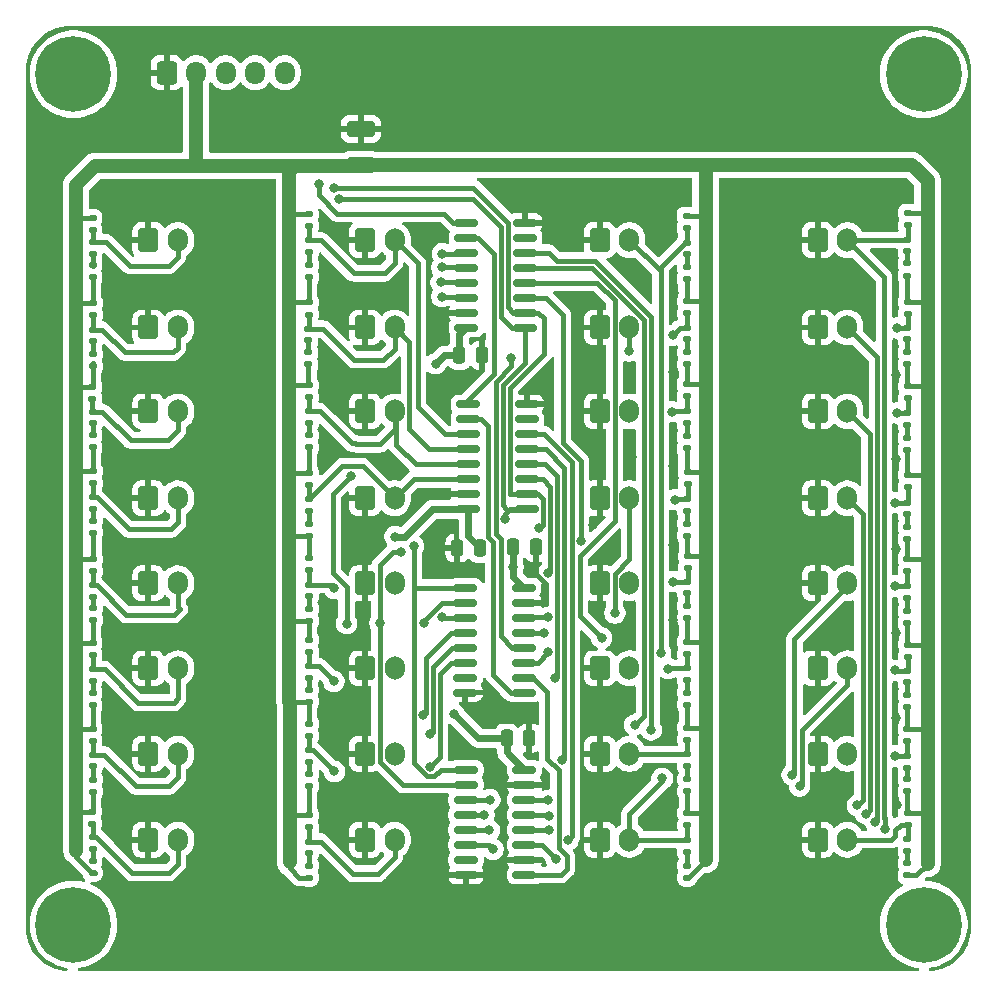
<source format=gbr>
%TF.GenerationSoftware,KiCad,Pcbnew,9.0.3*%
%TF.CreationDate,2025-07-25T06:36:40+02:00*%
%TF.ProjectId,input-shifter-board,696e7075-742d-4736-9869-667465722d62,rev?*%
%TF.SameCoordinates,Original*%
%TF.FileFunction,Copper,L1,Top*%
%TF.FilePolarity,Positive*%
%FSLAX46Y46*%
G04 Gerber Fmt 4.6, Leading zero omitted, Abs format (unit mm)*
G04 Created by KiCad (PCBNEW 9.0.3) date 2025-07-25 06:36:40*
%MOMM*%
%LPD*%
G01*
G04 APERTURE LIST*
G04 Aperture macros list*
%AMRoundRect*
0 Rectangle with rounded corners*
0 $1 Rounding radius*
0 $2 $3 $4 $5 $6 $7 $8 $9 X,Y pos of 4 corners*
0 Add a 4 corners polygon primitive as box body*
4,1,4,$2,$3,$4,$5,$6,$7,$8,$9,$2,$3,0*
0 Add four circle primitives for the rounded corners*
1,1,$1+$1,$2,$3*
1,1,$1+$1,$4,$5*
1,1,$1+$1,$6,$7*
1,1,$1+$1,$8,$9*
0 Add four rect primitives between the rounded corners*
20,1,$1+$1,$2,$3,$4,$5,0*
20,1,$1+$1,$4,$5,$6,$7,0*
20,1,$1+$1,$6,$7,$8,$9,0*
20,1,$1+$1,$8,$9,$2,$3,0*%
G04 Aperture macros list end*
%TA.AperFunction,SMDPad,CuDef*%
%ADD10RoundRect,0.147500X-0.172500X0.147500X-0.172500X-0.147500X0.172500X-0.147500X0.172500X0.147500X0*%
%TD*%
%TA.AperFunction,SMDPad,CuDef*%
%ADD11RoundRect,0.135000X-0.185000X0.135000X-0.185000X-0.135000X0.185000X-0.135000X0.185000X0.135000X0*%
%TD*%
%TA.AperFunction,ComponentPad*%
%ADD12RoundRect,0.250000X-0.600000X-0.750000X0.600000X-0.750000X0.600000X0.750000X-0.600000X0.750000X0*%
%TD*%
%TA.AperFunction,ComponentPad*%
%ADD13O,1.700000X2.000000*%
%TD*%
%TA.AperFunction,SMDPad,CuDef*%
%ADD14RoundRect,0.135000X0.185000X-0.135000X0.185000X0.135000X-0.185000X0.135000X-0.185000X-0.135000X0*%
%TD*%
%TA.AperFunction,SMDPad,CuDef*%
%ADD15RoundRect,0.150000X0.825000X0.150000X-0.825000X0.150000X-0.825000X-0.150000X0.825000X-0.150000X0*%
%TD*%
%TA.AperFunction,ComponentPad*%
%ADD16C,6.400000*%
%TD*%
%TA.AperFunction,SMDPad,CuDef*%
%ADD17RoundRect,0.150000X-0.825000X-0.150000X0.825000X-0.150000X0.825000X0.150000X-0.825000X0.150000X0*%
%TD*%
%TA.AperFunction,SMDPad,CuDef*%
%ADD18RoundRect,0.250000X0.250000X0.475000X-0.250000X0.475000X-0.250000X-0.475000X0.250000X-0.475000X0*%
%TD*%
%TA.AperFunction,ComponentPad*%
%ADD19RoundRect,0.250000X-0.600000X-0.725000X0.600000X-0.725000X0.600000X0.725000X-0.600000X0.725000X0*%
%TD*%
%TA.AperFunction,ComponentPad*%
%ADD20O,1.700000X1.950000*%
%TD*%
%TA.AperFunction,SMDPad,CuDef*%
%ADD21RoundRect,0.250000X0.945000X-0.420000X0.945000X0.420000X-0.945000X0.420000X-0.945000X-0.420000X0*%
%TD*%
%TA.AperFunction,SMDPad,CuDef*%
%ADD22RoundRect,0.250000X-0.250000X-0.475000X0.250000X-0.475000X0.250000X0.475000X-0.250000X0.475000X0*%
%TD*%
%TA.AperFunction,ViaPad*%
%ADD23C,0.800000*%
%TD*%
%TA.AperFunction,Conductor*%
%ADD24C,0.400000*%
%TD*%
%TA.AperFunction,Conductor*%
%ADD25C,0.600000*%
%TD*%
%TA.AperFunction,Conductor*%
%ADD26C,1.200000*%
%TD*%
G04 APERTURE END LIST*
D10*
%TO.P,D6,1,K*%
%TO.N,BUTTON6*%
X72632400Y-94396800D03*
%TO.P,D6,2,A*%
%TO.N,Net-(D6-A)*%
X72632400Y-95366800D03*
%TD*%
%TO.P,D25,1,K*%
%TO.N,BUTTON25*%
X141618800Y-58024000D03*
%TO.P,D25,2,A*%
%TO.N,Net-(D25-A)*%
X141618800Y-58994000D03*
%TD*%
D11*
%TO.P,R15,1*%
%TO.N,Net-(D15-A)*%
X90945800Y-103242800D03*
%TO.P,R15,2*%
%TO.N,VDC*%
X90945800Y-104262800D03*
%TD*%
D12*
%TO.P,J3,1,Pin_1*%
%TO.N,GND*%
X77350000Y-72550000D03*
D13*
%TO.P,J3,2,Pin_2*%
%TO.N,BUTTON3*%
X79850000Y-72550000D03*
%TD*%
D10*
%TO.P,D23,1,K*%
%TO.N,BUTTON23*%
X122975200Y-101583000D03*
%TO.P,D23,2,A*%
%TO.N,Net-(D23-A)*%
X122975200Y-102553000D03*
%TD*%
D12*
%TO.P,J8,1,Pin_1*%
%TO.N,GND*%
X77350000Y-108825000D03*
D13*
%TO.P,J8,2,Pin_2*%
%TO.N,BUTTON8*%
X79850000Y-108825000D03*
%TD*%
D12*
%TO.P,J23,1,Pin_1*%
%TO.N,GND*%
X115575000Y-101550000D03*
D13*
%TO.P,J23,2,Pin_2*%
%TO.N,BUTTON23*%
X118075000Y-101550000D03*
%TD*%
D11*
%TO.P,R26,1*%
%TO.N,Net-(D26-A)*%
X141618800Y-67549800D03*
%TO.P,R26,2*%
%TO.N,VDC*%
X141618800Y-68569800D03*
%TD*%
%TO.P,R4,1*%
%TO.N,Net-(D4-A)*%
X72683200Y-81800000D03*
%TO.P,R4,2*%
%TO.N,VDC*%
X72683200Y-82820000D03*
%TD*%
D10*
%TO.P,D18,1,K*%
%TO.N,BUTTON18*%
X122949800Y-65491600D03*
%TO.P,D18,2,A*%
%TO.N,Net-(D18-A)*%
X122949800Y-66461600D03*
%TD*%
D12*
%TO.P,J27,1,Pin_1*%
%TO.N,GND*%
X134025000Y-72550000D03*
D13*
%TO.P,J27,2,Pin_2*%
%TO.N,BUTTON27*%
X136525000Y-72550000D03*
%TD*%
D14*
%TO.P,R126,1*%
%TO.N,BUTTON26*%
X141644200Y-64302600D03*
%TO.P,R126,2*%
%TO.N,VDC*%
X141644200Y-63282600D03*
%TD*%
D11*
%TO.P,R12,1*%
%TO.N,Net-(D12-A)*%
X90945800Y-82059200D03*
%TO.P,R12,2*%
%TO.N,VDC*%
X90945800Y-83079200D03*
%TD*%
D12*
%TO.P,J1,1,Pin_1*%
%TO.N,GND*%
X77350000Y-58050000D03*
D13*
%TO.P,J1,2,Pin_2*%
%TO.N,BUTTON1*%
X79850000Y-58050000D03*
%TD*%
D15*
%TO.P,U3,1,~{PL}*%
%TO.N,LATCH*%
X109372000Y-80838000D03*
%TO.P,U3,2,CP*%
%TO.N,CLK*%
X109372000Y-79568000D03*
%TO.P,U3,3,D4*%
%TO.N,BUTTON13*%
X109372000Y-78298000D03*
%TO.P,U3,4,D5*%
%TO.N,BUTTON14*%
X109372000Y-77028000D03*
%TO.P,U3,5,D6*%
%TO.N,BUTTON15*%
X109372000Y-75758000D03*
%TO.P,U3,6,D7*%
%TO.N,BUTTON16*%
X109372000Y-74488000D03*
%TO.P,U3,7,~{Q7}*%
%TO.N,unconnected-(U3-~{Q7}-Pad7)*%
X109372000Y-73218000D03*
%TO.P,U3,8,GND*%
%TO.N,GND*%
X109372000Y-71948000D03*
%TO.P,U3,9,Q7*%
%TO.N,Net-(U1-DS)*%
X104422000Y-71948000D03*
%TO.P,U3,10,DS*%
%TO.N,Net-(U2-Q7)*%
X104422000Y-73218000D03*
%TO.P,U3,11,D0*%
%TO.N,BUTTON9*%
X104422000Y-74488000D03*
%TO.P,U3,12,D1*%
%TO.N,BUTTON10*%
X104422000Y-75758000D03*
%TO.P,U3,13,D2*%
%TO.N,BUTTON11*%
X104422000Y-77028000D03*
%TO.P,U3,14,D3*%
%TO.N,BUTTON12*%
X104422000Y-78298000D03*
%TO.P,U3,15,~{CE}*%
%TO.N,GND*%
X104422000Y-79568000D03*
%TO.P,U3,16,VCC*%
%TO.N,VDC*%
X104422000Y-80838000D03*
%TD*%
D16*
%TO.P,H1,1*%
%TO.N,N/C*%
X71000000Y-44000000D03*
%TD*%
D10*
%TO.P,D12,1,K*%
%TO.N,BUTTON12*%
X90945800Y-80001400D03*
%TO.P,D12,2,A*%
%TO.N,Net-(D12-A)*%
X90945800Y-80971400D03*
%TD*%
D14*
%TO.P,R103,1*%
%TO.N,BUTTON3*%
X72607000Y-71467400D03*
%TO.P,R103,2*%
%TO.N,VDC*%
X72607000Y-70447400D03*
%TD*%
%TO.P,R115,1*%
%TO.N,BUTTON15*%
X90945800Y-100042400D03*
%TO.P,R115,2*%
%TO.N,VDC*%
X90945800Y-99022400D03*
%TD*%
D11*
%TO.P,R8,1*%
%TO.N,Net-(D8-A)*%
X72632400Y-110579400D03*
%TO.P,R8,2*%
%TO.N,VDC*%
X72632400Y-111599400D03*
%TD*%
%TO.P,R19,1*%
%TO.N,Net-(D19-A)*%
X122924400Y-74661800D03*
%TO.P,R19,2*%
%TO.N,VDC*%
X122924400Y-75681800D03*
%TD*%
D14*
%TO.P,R122,1*%
%TO.N,BUTTON22*%
X122949800Y-93108200D03*
%TO.P,R122,2*%
%TO.N,VDC*%
X122949800Y-92088200D03*
%TD*%
%TO.P,R117,1*%
%TO.N,BUTTON17*%
X122924400Y-57010800D03*
%TO.P,R117,2*%
%TO.N,VDC*%
X122924400Y-55990800D03*
%TD*%
D10*
%TO.P,D17,1,K*%
%TO.N,BUTTON17*%
X122924400Y-58276000D03*
%TO.P,D17,2,A*%
%TO.N,Net-(D17-A)*%
X122924400Y-59246000D03*
%TD*%
D14*
%TO.P,R125,1*%
%TO.N,BUTTON25*%
X141644200Y-56786200D03*
%TO.P,R125,2*%
%TO.N,VDC*%
X141644200Y-55766200D03*
%TD*%
%TO.P,R132,1*%
%TO.N,BUTTON32*%
X141644200Y-107535400D03*
%TO.P,R132,2*%
%TO.N,VDC*%
X141644200Y-106515400D03*
%TD*%
D11*
%TO.P,R14,1*%
%TO.N,Net-(D14-A)*%
X90945800Y-96105400D03*
%TO.P,R14,2*%
%TO.N,VDC*%
X90945800Y-97125400D03*
%TD*%
D14*
%TO.P,R123,1*%
%TO.N,BUTTON23*%
X122975200Y-100345200D03*
%TO.P,R123,2*%
%TO.N,VDC*%
X122975200Y-99325200D03*
%TD*%
D17*
%TO.P,U2,1,~{PL}*%
%TO.N,LATCH*%
X104193400Y-87467400D03*
%TO.P,U2,2,CP*%
%TO.N,CLK*%
X104193400Y-88737400D03*
%TO.P,U2,3,D4*%
%TO.N,BUTTON21*%
X104193400Y-90007400D03*
%TO.P,U2,4,D5*%
%TO.N,BUTTON22*%
X104193400Y-91277400D03*
%TO.P,U2,5,D6*%
%TO.N,BUTTON23*%
X104193400Y-92547400D03*
%TO.P,U2,6,D7*%
%TO.N,BUTTON24*%
X104193400Y-93817400D03*
%TO.P,U2,7,~{Q7}*%
%TO.N,unconnected-(U2-~{Q7}-Pad7)*%
X104193400Y-95087400D03*
%TO.P,U2,8,GND*%
%TO.N,GND*%
X104193400Y-96357400D03*
%TO.P,U2,9,Q7*%
%TO.N,Net-(U2-Q7)*%
X109143400Y-96357400D03*
%TO.P,U2,10,DS*%
%TO.N,Net-(U2-DS)*%
X109143400Y-95087400D03*
%TO.P,U2,11,D0*%
%TO.N,BUTTON17*%
X109143400Y-93817400D03*
%TO.P,U2,12,D1*%
%TO.N,BUTTON18*%
X109143400Y-92547400D03*
%TO.P,U2,13,D2*%
%TO.N,BUTTON19*%
X109143400Y-91277400D03*
%TO.P,U2,14,D3*%
%TO.N,BUTTON20*%
X109143400Y-90007400D03*
%TO.P,U2,15,~{CE}*%
%TO.N,GND*%
X109143400Y-88737400D03*
%TO.P,U2,16,VCC*%
%TO.N,VDC*%
X109143400Y-87467400D03*
%TD*%
D16*
%TO.P,H3,1*%
%TO.N,N/C*%
X71000000Y-116000000D03*
%TD*%
D14*
%TO.P,R124,1*%
%TO.N,BUTTON24*%
X122975200Y-107584200D03*
%TO.P,R124,2*%
%TO.N,VDC*%
X122975200Y-106564200D03*
%TD*%
D11*
%TO.P,R2,1*%
%TO.N,Net-(D2-A)*%
X72657800Y-67708100D03*
%TO.P,R2,2*%
%TO.N,VDC*%
X72657800Y-68728100D03*
%TD*%
D12*
%TO.P,J31,1,Pin_1*%
%TO.N,GND*%
X134025000Y-101550000D03*
D13*
%TO.P,J31,2,Pin_2*%
%TO.N,BUTTON31*%
X136525000Y-101550000D03*
%TD*%
D11*
%TO.P,R6,1*%
%TO.N,Net-(D6-A)*%
X72632400Y-96406200D03*
%TO.P,R6,2*%
%TO.N,VDC*%
X72632400Y-97426200D03*
%TD*%
D12*
%TO.P,J29,1,Pin_1*%
%TO.N,GND*%
X134025000Y-87100000D03*
D13*
%TO.P,J29,2,Pin_2*%
%TO.N,BUTTON29*%
X136525000Y-87100000D03*
%TD*%
D15*
%TO.P,U1,1,~{PL}*%
%TO.N,LATCH*%
X109219600Y-65462200D03*
%TO.P,U1,2,CP*%
%TO.N,CLK*%
X109219600Y-64192200D03*
%TO.P,U1,3,D4*%
%TO.N,BUTTON5*%
X109219600Y-62922200D03*
%TO.P,U1,4,D5*%
%TO.N,BUTTON6*%
X109219600Y-61652200D03*
%TO.P,U1,5,D6*%
%TO.N,BUTTON7*%
X109219600Y-60382200D03*
%TO.P,U1,6,D7*%
%TO.N,BUTTON8*%
X109219600Y-59112200D03*
%TO.P,U1,7,~{Q7}*%
%TO.N,unconnected-(U1-~{Q7}-Pad7)*%
X109219600Y-57842200D03*
%TO.P,U1,8,GND*%
%TO.N,GND*%
X109219600Y-56572200D03*
%TO.P,U1,9,Q7*%
%TO.N,SDI*%
X104269600Y-56572200D03*
%TO.P,U1,10,DS*%
%TO.N,Net-(U1-DS)*%
X104269600Y-57842200D03*
%TO.P,U1,11,D0*%
%TO.N,BUTTON1*%
X104269600Y-59112200D03*
%TO.P,U1,12,D1*%
%TO.N,BUTTON2*%
X104269600Y-60382200D03*
%TO.P,U1,13,D2*%
%TO.N,BUTTON3*%
X104269600Y-61652200D03*
%TO.P,U1,14,D3*%
%TO.N,BUTTON4*%
X104269600Y-62922200D03*
%TO.P,U1,15,~{CE}*%
%TO.N,GND*%
X104269600Y-64192200D03*
%TO.P,U1,16,VCC*%
%TO.N,VDC*%
X104269600Y-65462200D03*
%TD*%
D14*
%TO.P,R127,1*%
%TO.N,BUTTON27*%
X141644200Y-71440000D03*
%TO.P,R127,2*%
%TO.N,VDC*%
X141644200Y-70420000D03*
%TD*%
%TO.P,R110,1*%
%TO.N,BUTTON10*%
X90945800Y-64351400D03*
%TO.P,R110,2*%
%TO.N,VDC*%
X90945800Y-63331400D03*
%TD*%
D12*
%TO.P,J6,1,Pin_1*%
%TO.N,GND*%
X77350000Y-94300000D03*
D13*
%TO.P,J6,2,Pin_2*%
%TO.N,BUTTON6*%
X79850000Y-94300000D03*
%TD*%
D10*
%TO.P,D8,1,K*%
%TO.N,BUTTON8*%
X72632400Y-108595400D03*
%TO.P,D8,2,A*%
%TO.N,Net-(D8-A)*%
X72632400Y-109565400D03*
%TD*%
D14*
%TO.P,R120,1*%
%TO.N,BUTTON20*%
X123000600Y-78677000D03*
%TO.P,R120,2*%
%TO.N,VDC*%
X123000600Y-77657000D03*
%TD*%
D10*
%TO.P,D32,1,K*%
%TO.N,BUTTON32*%
X141618800Y-108798600D03*
%TO.P,D32,2,A*%
%TO.N,Net-(D32-A)*%
X141618800Y-109768600D03*
%TD*%
D18*
%TO.P,C3,1*%
%TO.N,VDC*%
X105408600Y-84114600D03*
%TO.P,C3,2*%
%TO.N,GND*%
X103508600Y-84114600D03*
%TD*%
D14*
%TO.P,R107,1*%
%TO.N,BUTTON7*%
X72632400Y-100425400D03*
%TO.P,R107,2*%
%TO.N,VDC*%
X72632400Y-99405400D03*
%TD*%
D11*
%TO.P,R29,1*%
%TO.N,Net-(D29-A)*%
X141618800Y-89446600D03*
%TO.P,R29,2*%
%TO.N,VDC*%
X141618800Y-90466600D03*
%TD*%
D12*
%TO.P,J5,1,Pin_1*%
%TO.N,GND*%
X77350000Y-87100000D03*
D13*
%TO.P,J5,2,Pin_2*%
%TO.N,BUTTON5*%
X79850000Y-87100000D03*
%TD*%
D11*
%TO.P,R22,1*%
%TO.N,Net-(D22-A)*%
X122949800Y-96355400D03*
%TO.P,R22,2*%
%TO.N,VDC*%
X122949800Y-97375400D03*
%TD*%
D10*
%TO.P,D16,1,K*%
%TO.N,BUTTON16*%
X90945800Y-108980400D03*
%TO.P,D16,2,A*%
%TO.N,Net-(D16-A)*%
X90945800Y-109950400D03*
%TD*%
D11*
%TO.P,R30,1*%
%TO.N,Net-(D30-A)*%
X141618800Y-96584000D03*
%TO.P,R30,2*%
%TO.N,VDC*%
X141618800Y-97604000D03*
%TD*%
D10*
%TO.P,D15,1,K*%
%TO.N,BUTTON15*%
X90945800Y-101258800D03*
%TO.P,D15,2,A*%
%TO.N,Net-(D15-A)*%
X90945800Y-102228800D03*
%TD*%
D11*
%TO.P,R13,1*%
%TO.N,Net-(D13-A)*%
X90945800Y-89272800D03*
%TO.P,R13,2*%
%TO.N,VDC*%
X90945800Y-90292800D03*
%TD*%
D10*
%TO.P,D28,1,K*%
%TO.N,BUTTON28*%
X141618800Y-80272400D03*
%TO.P,D28,2,A*%
%TO.N,Net-(D28-A)*%
X141618800Y-81242400D03*
%TD*%
D12*
%TO.P,J7,1,Pin_1*%
%TO.N,GND*%
X77350000Y-101550000D03*
D13*
%TO.P,J7,2,Pin_2*%
%TO.N,BUTTON7*%
X79850000Y-101550000D03*
%TD*%
D11*
%TO.P,R5,1*%
%TO.N,Net-(D5-A)*%
X72657800Y-89188200D03*
%TO.P,R5,2*%
%TO.N,VDC*%
X72657800Y-90208200D03*
%TD*%
D12*
%TO.P,J16,1,Pin_1*%
%TO.N,GND*%
X95700000Y-108825000D03*
D13*
%TO.P,J16,2,Pin_2*%
%TO.N,BUTTON16*%
X98200000Y-108825000D03*
%TD*%
D14*
%TO.P,R121,1*%
%TO.N,BUTTON21*%
X123026000Y-85818400D03*
%TO.P,R121,2*%
%TO.N,VDC*%
X123026000Y-84798400D03*
%TD*%
%TO.P,R104,1*%
%TO.N,BUTTON4*%
X72683200Y-78631000D03*
%TO.P,R104,2*%
%TO.N,VDC*%
X72683200Y-77611000D03*
%TD*%
D12*
%TO.P,J20,1,Pin_1*%
%TO.N,GND*%
X115575000Y-79900000D03*
D13*
%TO.P,J20,2,Pin_2*%
%TO.N,BUTTON20*%
X118075000Y-79900000D03*
%TD*%
D10*
%TO.P,D20,1,K*%
%TO.N,BUTTON20*%
X122949800Y-79993000D03*
%TO.P,D20,2,A*%
%TO.N,Net-(D20-A)*%
X122949800Y-80963000D03*
%TD*%
D14*
%TO.P,R128,1*%
%TO.N,BUTTON28*%
X141644200Y-78956400D03*
%TO.P,R128,2*%
%TO.N,VDC*%
X141644200Y-77936400D03*
%TD*%
D11*
%TO.P,R27,1*%
%TO.N,Net-(D27-A)*%
X141618800Y-74788800D03*
%TO.P,R27,2*%
%TO.N,VDC*%
X141618800Y-75808800D03*
%TD*%
D14*
%TO.P,R111,1*%
%TO.N,BUTTON11*%
X90945800Y-71363800D03*
%TO.P,R111,2*%
%TO.N,VDC*%
X90945800Y-70343800D03*
%TD*%
D12*
%TO.P,J2,1,Pin_1*%
%TO.N,GND*%
X77350000Y-65450000D03*
D13*
%TO.P,J2,2,Pin_2*%
%TO.N,BUTTON2*%
X79850000Y-65450000D03*
%TD*%
D12*
%TO.P,J32,1,Pin_1*%
%TO.N,GND*%
X134025000Y-108825000D03*
D13*
%TO.P,J32,2,Pin_2*%
%TO.N,BUTTON32*%
X136525000Y-108825000D03*
%TD*%
D11*
%TO.P,R1,1*%
%TO.N,Net-(D1-A)*%
X72632400Y-60160400D03*
%TO.P,R1,2*%
%TO.N,VDC*%
X72632400Y-61180400D03*
%TD*%
D10*
%TO.P,D26,1,K*%
%TO.N,BUTTON26*%
X141618800Y-65489600D03*
%TO.P,D26,2,A*%
%TO.N,Net-(D26-A)*%
X141618800Y-66459600D03*
%TD*%
D11*
%TO.P,R16,1*%
%TO.N,Net-(D16-A)*%
X90945800Y-111013200D03*
%TO.P,R16,2*%
%TO.N,VDC*%
X90945800Y-112033200D03*
%TD*%
D10*
%TO.P,D4,1,K*%
%TO.N,BUTTON4*%
X72683200Y-79820400D03*
%TO.P,D4,2,A*%
%TO.N,Net-(D4-A)*%
X72683200Y-80790400D03*
%TD*%
D14*
%TO.P,R129,1*%
%TO.N,BUTTON29*%
X141618800Y-86045000D03*
%TO.P,R129,2*%
%TO.N,VDC*%
X141618800Y-85025000D03*
%TD*%
D16*
%TO.P,H4,1*%
%TO.N,N/C*%
X143000000Y-116000000D03*
%TD*%
D10*
%TO.P,D14,1,K*%
%TO.N,BUTTON14*%
X90945800Y-94139700D03*
%TO.P,D14,2,A*%
%TO.N,Net-(D14-A)*%
X90945800Y-95109700D03*
%TD*%
D12*
%TO.P,J12,1,Pin_1*%
%TO.N,GND*%
X95700000Y-79900000D03*
D13*
%TO.P,J12,2,Pin_2*%
%TO.N,BUTTON12*%
X98200000Y-79900000D03*
%TD*%
D10*
%TO.P,D27,1,K*%
%TO.N,BUTTON27*%
X141618800Y-72703200D03*
%TO.P,D27,2,A*%
%TO.N,Net-(D27-A)*%
X141618800Y-73673200D03*
%TD*%
D16*
%TO.P,H2,1*%
%TO.N,N/C*%
X143000000Y-44000000D03*
%TD*%
D12*
%TO.P,J10,1,Pin_1*%
%TO.N,GND*%
X95700000Y-65450000D03*
D13*
%TO.P,J10,2,Pin_2*%
%TO.N,BUTTON10*%
X98200000Y-65450000D03*
%TD*%
D11*
%TO.P,R25,1*%
%TO.N,Net-(D25-A)*%
X141618800Y-60031400D03*
%TO.P,R25,2*%
%TO.N,VDC*%
X141618800Y-61051400D03*
%TD*%
D14*
%TO.P,R118,1*%
%TO.N,BUTTON18*%
X122949800Y-64253800D03*
%TO.P,R118,2*%
%TO.N,VDC*%
X122949800Y-63233800D03*
%TD*%
D10*
%TO.P,D21,1,K*%
%TO.N,BUTTON21*%
X122949800Y-86980000D03*
%TO.P,D21,2,A*%
%TO.N,Net-(D21-A)*%
X122949800Y-87950000D03*
%TD*%
D12*
%TO.P,J25,1,Pin_1*%
%TO.N,GND*%
X134025000Y-58050000D03*
D13*
%TO.P,J25,2,Pin_2*%
%TO.N,BUTTON25*%
X136525000Y-58050000D03*
%TD*%
D19*
%TO.P,J33,1,Pin_1*%
%TO.N,GND*%
X78900000Y-43880000D03*
D20*
%TO.P,J33,2,Pin_2*%
%TO.N,VDC*%
X81400000Y-43880000D03*
%TO.P,J33,3,Pin_3*%
%TO.N,LATCH*%
X83900000Y-43880000D03*
%TO.P,J33,4,Pin_4*%
%TO.N,CLK*%
X86400000Y-43880000D03*
%TO.P,J33,5,Pin_5*%
%TO.N,SDI*%
X88900000Y-43880000D03*
%TD*%
D10*
%TO.P,D30,1,K*%
%TO.N,BUTTON30*%
X141618800Y-94498400D03*
%TO.P,D30,2,A*%
%TO.N,Net-(D30-A)*%
X141618800Y-95468400D03*
%TD*%
D14*
%TO.P,R106,1*%
%TO.N,BUTTON6*%
X72632400Y-93184400D03*
%TO.P,R106,2*%
%TO.N,VDC*%
X72632400Y-92164400D03*
%TD*%
D10*
%TO.P,D5,1,K*%
%TO.N,BUTTON5*%
X72657800Y-87284800D03*
%TO.P,D5,2,A*%
%TO.N,Net-(D5-A)*%
X72657800Y-88254800D03*
%TD*%
D11*
%TO.P,R11,1*%
%TO.N,Net-(D11-A)*%
X90945800Y-74568200D03*
%TO.P,R11,2*%
%TO.N,VDC*%
X90945800Y-75588200D03*
%TD*%
D12*
%TO.P,J18,1,Pin_1*%
%TO.N,GND*%
X115575000Y-65450000D03*
D13*
%TO.P,J18,2,Pin_2*%
%TO.N,BUTTON18*%
X118075000Y-65450000D03*
%TD*%
D14*
%TO.P,R119,1*%
%TO.N,BUTTON19*%
X122924400Y-71287600D03*
%TO.P,R119,2*%
%TO.N,VDC*%
X122924400Y-70267600D03*
%TD*%
D12*
%TO.P,J9,1,Pin_1*%
%TO.N,GND*%
X95700000Y-58050000D03*
D13*
%TO.P,J9,2,Pin_2*%
%TO.N,BUTTON9*%
X98200000Y-58050000D03*
%TD*%
D21*
%TO.P,C5,1*%
%TO.N,VDC*%
X95330000Y-51710000D03*
%TO.P,C5,2*%
%TO.N,GND*%
X95330000Y-48630000D03*
%TD*%
D12*
%TO.P,J13,1,Pin_1*%
%TO.N,GND*%
X95700000Y-87100000D03*
D13*
%TO.P,J13,2,Pin_2*%
%TO.N,BUTTON13*%
X98200000Y-87100000D03*
%TD*%
D10*
%TO.P,D11,1,K*%
%TO.N,BUTTON11*%
X90945800Y-72531400D03*
%TO.P,D11,2,A*%
%TO.N,Net-(D11-A)*%
X90945800Y-73501400D03*
%TD*%
%TO.P,D2,1,K*%
%TO.N,BUTTON2*%
X72657800Y-65623300D03*
%TO.P,D2,2,A*%
%TO.N,Net-(D2-A)*%
X72657800Y-66593300D03*
%TD*%
D11*
%TO.P,R10,1*%
%TO.N,Net-(D10-A)*%
X90895000Y-67551800D03*
%TO.P,R10,2*%
%TO.N,VDC*%
X90895000Y-68571800D03*
%TD*%
D10*
%TO.P,D29,1,K*%
%TO.N,BUTTON29*%
X141618800Y-87361000D03*
%TO.P,D29,2,A*%
%TO.N,Net-(D29-A)*%
X141618800Y-88331000D03*
%TD*%
D11*
%TO.P,R21,1*%
%TO.N,Net-(D21-A)*%
X122949800Y-89040200D03*
%TO.P,R21,2*%
%TO.N,VDC*%
X122949800Y-90060200D03*
%TD*%
D12*
%TO.P,J11,1,Pin_1*%
%TO.N,GND*%
X95700000Y-72550000D03*
D13*
%TO.P,J11,2,Pin_2*%
%TO.N,BUTTON11*%
X98200000Y-72550000D03*
%TD*%
D11*
%TO.P,R9,1*%
%TO.N,Net-(D9-A)*%
X90945800Y-60166400D03*
%TO.P,R9,2*%
%TO.N,VDC*%
X90945800Y-61186400D03*
%TD*%
%TO.P,R17,1*%
%TO.N,Net-(D17-A)*%
X122924400Y-60287400D03*
%TO.P,R17,2*%
%TO.N,VDC*%
X122924400Y-61307400D03*
%TD*%
D12*
%TO.P,J30,1,Pin_1*%
%TO.N,GND*%
X134025000Y-94300000D03*
D13*
%TO.P,J30,2,Pin_2*%
%TO.N,BUTTON30*%
X136525000Y-94300000D03*
%TD*%
D14*
%TO.P,R109,1*%
%TO.N,BUTTON9*%
X90945800Y-56862400D03*
%TO.P,R109,2*%
%TO.N,VDC*%
X90945800Y-55842400D03*
%TD*%
D12*
%TO.P,J14,1,Pin_1*%
%TO.N,GND*%
X95700000Y-94300000D03*
D13*
%TO.P,J14,2,Pin_2*%
%TO.N,BUTTON14*%
X98200000Y-94300000D03*
%TD*%
D10*
%TO.P,D19,1,K*%
%TO.N,BUTTON19*%
X122924400Y-72550800D03*
%TO.P,D19,2,A*%
%TO.N,Net-(D19-A)*%
X122924400Y-73520800D03*
%TD*%
D11*
%TO.P,R18,1*%
%TO.N,Net-(D18-A)*%
X122949800Y-67553800D03*
%TO.P,R18,2*%
%TO.N,VDC*%
X122949800Y-68573800D03*
%TD*%
D10*
%TO.P,D24,1,K*%
%TO.N,BUTTON24*%
X122949800Y-108872800D03*
%TO.P,D24,2,A*%
%TO.N,Net-(D24-A)*%
X122949800Y-109842800D03*
%TD*%
D11*
%TO.P,R31,1*%
%TO.N,Net-(D31-A)*%
X141618800Y-103694000D03*
%TO.P,R31,2*%
%TO.N,VDC*%
X141618800Y-104714000D03*
%TD*%
D14*
%TO.P,R112,1*%
%TO.N,BUTTON12*%
X90971200Y-78808000D03*
%TO.P,R112,2*%
%TO.N,VDC*%
X90971200Y-77788000D03*
%TD*%
D11*
%TO.P,R23,1*%
%TO.N,Net-(D23-A)*%
X122975200Y-103694000D03*
%TO.P,R23,2*%
%TO.N,VDC*%
X122975200Y-104714000D03*
%TD*%
%TO.P,R24,1*%
%TO.N,Net-(D24-A)*%
X122949800Y-111009200D03*
%TO.P,R24,2*%
%TO.N,VDC*%
X122949800Y-112029200D03*
%TD*%
D12*
%TO.P,J4,1,Pin_1*%
%TO.N,GND*%
X77350000Y-79900000D03*
D13*
%TO.P,J4,2,Pin_2*%
%TO.N,BUTTON4*%
X79850000Y-79900000D03*
%TD*%
D11*
%TO.P,R3,1*%
%TO.N,Net-(D3-A)*%
X72632400Y-74587600D03*
%TO.P,R3,2*%
%TO.N,VDC*%
X72632400Y-75607600D03*
%TD*%
D14*
%TO.P,R130,1*%
%TO.N,BUTTON30*%
X141644200Y-93313400D03*
%TO.P,R130,2*%
%TO.N,VDC*%
X141644200Y-92293400D03*
%TD*%
D17*
%TO.P,U4,1,~{PL}*%
%TO.N,LATCH*%
X104244200Y-102910600D03*
%TO.P,U4,2,CP*%
%TO.N,CLK*%
X104244200Y-104180600D03*
%TO.P,U4,3,D4*%
%TO.N,BUTTON29*%
X104244200Y-105450600D03*
%TO.P,U4,4,D5*%
%TO.N,BUTTON30*%
X104244200Y-106720600D03*
%TO.P,U4,5,D6*%
%TO.N,BUTTON31*%
X104244200Y-107990600D03*
%TO.P,U4,6,D7*%
%TO.N,BUTTON32*%
X104244200Y-109260600D03*
%TO.P,U4,7,~{Q7}*%
%TO.N,unconnected-(U4-~{Q7}-Pad7)*%
X104244200Y-110530600D03*
%TO.P,U4,8,GND*%
%TO.N,GND*%
X104244200Y-111800600D03*
%TO.P,U4,9,Q7*%
%TO.N,Net-(U2-DS)*%
X109194200Y-111800600D03*
%TO.P,U4,10,DS*%
%TO.N,GND*%
X109194200Y-110530600D03*
%TO.P,U4,11,D0*%
%TO.N,BUTTON25*%
X109194200Y-109260600D03*
%TO.P,U4,12,D1*%
%TO.N,BUTTON26*%
X109194200Y-107990600D03*
%TO.P,U4,13,D2*%
%TO.N,BUTTON27*%
X109194200Y-106720600D03*
%TO.P,U4,14,D3*%
%TO.N,BUTTON28*%
X109194200Y-105450600D03*
%TO.P,U4,15,~{CE}*%
%TO.N,GND*%
X109194200Y-104180600D03*
%TO.P,U4,16,VCC*%
%TO.N,VDC*%
X109194200Y-102910600D03*
%TD*%
D12*
%TO.P,J21,1,Pin_1*%
%TO.N,GND*%
X115575000Y-87100000D03*
D13*
%TO.P,J21,2,Pin_2*%
%TO.N,BUTTON21*%
X118075000Y-87100000D03*
%TD*%
D12*
%TO.P,J26,1,Pin_1*%
%TO.N,GND*%
X134025000Y-65450000D03*
D13*
%TO.P,J26,2,Pin_2*%
%TO.N,BUTTON26*%
X136525000Y-65450000D03*
%TD*%
D10*
%TO.P,D10,1,K*%
%TO.N,BUTTON10*%
X90895000Y-65560700D03*
%TO.P,D10,2,A*%
%TO.N,Net-(D10-A)*%
X90895000Y-66530700D03*
%TD*%
D12*
%TO.P,J15,1,Pin_1*%
%TO.N,GND*%
X95700000Y-101550000D03*
D13*
%TO.P,J15,2,Pin_2*%
%TO.N,BUTTON15*%
X98200000Y-101550000D03*
%TD*%
D11*
%TO.P,R28,1*%
%TO.N,Net-(D28-A)*%
X141618800Y-82307200D03*
%TO.P,R28,2*%
%TO.N,VDC*%
X141618800Y-83327200D03*
%TD*%
D12*
%TO.P,J22,1,Pin_1*%
%TO.N,GND*%
X115575000Y-94300000D03*
D13*
%TO.P,J22,2,Pin_2*%
%TO.N,BUTTON22*%
X118075000Y-94300000D03*
%TD*%
D10*
%TO.P,D1,1,K*%
%TO.N,BUTTON1*%
X72632400Y-58232500D03*
%TO.P,D1,2,A*%
%TO.N,Net-(D1-A)*%
X72632400Y-59202500D03*
%TD*%
%TO.P,D3,1,K*%
%TO.N,BUTTON3*%
X72632400Y-72606000D03*
%TO.P,D3,2,A*%
%TO.N,Net-(D3-A)*%
X72632400Y-73576000D03*
%TD*%
D14*
%TO.P,R131,1*%
%TO.N,BUTTON31*%
X141618800Y-100470200D03*
%TO.P,R131,2*%
%TO.N,VDC*%
X141618800Y-99450200D03*
%TD*%
D22*
%TO.P,C2,1*%
%TO.N,VDC*%
X108233000Y-84063800D03*
%TO.P,C2,2*%
%TO.N,GND*%
X110133000Y-84063800D03*
%TD*%
D12*
%TO.P,J19,1,Pin_1*%
%TO.N,GND*%
X115575000Y-72550000D03*
D13*
%TO.P,J19,2,Pin_2*%
%TO.N,BUTTON19*%
X118075000Y-72550000D03*
%TD*%
D10*
%TO.P,D9,1,K*%
%TO.N,BUTTON9*%
X90945800Y-58078800D03*
%TO.P,D9,2,A*%
%TO.N,Net-(D9-A)*%
X90945800Y-59048800D03*
%TD*%
D22*
%TO.P,C1,1*%
%TO.N,VDC*%
X103686400Y-67807800D03*
%TO.P,C1,2*%
%TO.N,GND*%
X105586400Y-67807800D03*
%TD*%
D11*
%TO.P,R20,1*%
%TO.N,Net-(D20-A)*%
X122949800Y-82053200D03*
%TO.P,R20,2*%
%TO.N,VDC*%
X122949800Y-83073200D03*
%TD*%
D10*
%TO.P,D13,1,K*%
%TO.N,BUTTON13*%
X90945800Y-87215000D03*
%TO.P,D13,2,A*%
%TO.N,Net-(D13-A)*%
X90945800Y-88185000D03*
%TD*%
D14*
%TO.P,R108,1*%
%TO.N,BUTTON8*%
X72581600Y-107459200D03*
%TO.P,R108,2*%
%TO.N,VDC*%
X72581600Y-106439200D03*
%TD*%
%TO.P,R101,1*%
%TO.N,BUTTON1*%
X72632400Y-57218000D03*
%TO.P,R101,2*%
%TO.N,VDC*%
X72632400Y-56198000D03*
%TD*%
D10*
%TO.P,D7,1,K*%
%TO.N,BUTTON7*%
X72657800Y-101612400D03*
%TO.P,D7,2,A*%
%TO.N,Net-(D7-A)*%
X72657800Y-102582400D03*
%TD*%
D14*
%TO.P,R116,1*%
%TO.N,BUTTON16*%
X90971200Y-107764000D03*
%TO.P,R116,2*%
%TO.N,VDC*%
X90971200Y-106744000D03*
%TD*%
D22*
%TO.P,C4,1*%
%TO.N,VDC*%
X107699600Y-100218200D03*
%TO.P,C4,2*%
%TO.N,GND*%
X109599600Y-100218200D03*
%TD*%
D14*
%TO.P,R113,1*%
%TO.N,BUTTON13*%
X90971200Y-86021600D03*
%TO.P,R113,2*%
%TO.N,VDC*%
X90971200Y-85001600D03*
%TD*%
D12*
%TO.P,J17,1,Pin_1*%
%TO.N,GND*%
X115575000Y-58050000D03*
D13*
%TO.P,J17,2,Pin_2*%
%TO.N,BUTTON17*%
X118075000Y-58050000D03*
%TD*%
D11*
%TO.P,R32,1*%
%TO.N,Net-(D32-A)*%
X141618800Y-110808000D03*
%TO.P,R32,2*%
%TO.N,VDC*%
X141618800Y-111828000D03*
%TD*%
D14*
%TO.P,R114,1*%
%TO.N,BUTTON14*%
X90971200Y-92930400D03*
%TO.P,R114,2*%
%TO.N,VDC*%
X90971200Y-91910400D03*
%TD*%
%TO.P,R102,1*%
%TO.N,BUTTON2*%
X72657800Y-64384700D03*
%TO.P,R102,2*%
%TO.N,VDC*%
X72657800Y-63364700D03*
%TD*%
D10*
%TO.P,D22,1,K*%
%TO.N,BUTTON22*%
X122949800Y-94320600D03*
%TO.P,D22,2,A*%
%TO.N,Net-(D22-A)*%
X122949800Y-95290600D03*
%TD*%
D14*
%TO.P,R105,1*%
%TO.N,BUTTON5*%
X72657800Y-86095400D03*
%TO.P,R105,2*%
%TO.N,VDC*%
X72657800Y-85075400D03*
%TD*%
D11*
%TO.P,R7,1*%
%TO.N,Net-(D7-A)*%
X72657800Y-103721400D03*
%TO.P,R7,2*%
%TO.N,VDC*%
X72657800Y-104741400D03*
%TD*%
D12*
%TO.P,J28,1,Pin_1*%
%TO.N,GND*%
X134025000Y-79900000D03*
D13*
%TO.P,J28,2,Pin_2*%
%TO.N,BUTTON28*%
X136525000Y-79900000D03*
%TD*%
D12*
%TO.P,J24,1,Pin_1*%
%TO.N,GND*%
X115575000Y-108825000D03*
D13*
%TO.P,J24,2,Pin_2*%
%TO.N,BUTTON24*%
X118075000Y-108825000D03*
%TD*%
D10*
%TO.P,D31,1,K*%
%TO.N,BUTTON31*%
X141618800Y-101735400D03*
%TO.P,D31,2,A*%
%TO.N,Net-(D31-A)*%
X141618800Y-102705400D03*
%TD*%
D23*
%TO.N,VDC*%
X101664600Y-68519000D03*
X108233000Y-85714800D03*
X89294800Y-69433400D03*
X89371000Y-83149400D03*
X89421800Y-85435400D03*
X89167800Y-97043200D03*
X98235600Y-83149400D03*
X103239400Y-98160800D03*
%TO.N,GND*%
X110834000Y-69433400D03*
X68625000Y-87025000D03*
X68475000Y-65450000D03*
X145525000Y-94800000D03*
X145300000Y-80375000D03*
X68550000Y-72825000D03*
X140650000Y-98550000D03*
X117550000Y-116550000D03*
X121625000Y-98425000D03*
X121800000Y-69250000D03*
X111240400Y-71897200D03*
X68600000Y-94175000D03*
X128600000Y-73550000D03*
X128225000Y-66225000D03*
X145525000Y-65725000D03*
X128300000Y-80075000D03*
X85875000Y-70900000D03*
X118150000Y-69825000D03*
X121825000Y-62550000D03*
X145800000Y-58675000D03*
X128375000Y-101425000D03*
X145650000Y-101775000D03*
X85200000Y-56410000D03*
X140350000Y-59475000D03*
X85750000Y-109325000D03*
X85450000Y-95150000D03*
X101842400Y-66360000D03*
X92469800Y-76291400D03*
X140625000Y-84225000D03*
X135425000Y-116150000D03*
X102045600Y-72557600D03*
X85425000Y-80325000D03*
X98790000Y-46060000D03*
X140625000Y-76550000D03*
X109741800Y-85943400D03*
X100648600Y-79542600D03*
X115025000Y-82209600D03*
X116800000Y-46110000D03*
X128450000Y-94375000D03*
X102071000Y-64192200D03*
X121800000Y-90200000D03*
X101969400Y-83505000D03*
X68325000Y-58000000D03*
X140625000Y-91275000D03*
X140675000Y-69450000D03*
X118300000Y-76450000D03*
X90650000Y-49540000D03*
X103700000Y-45680000D03*
X140700000Y-105875000D03*
X85350000Y-87700000D03*
X128100000Y-58475000D03*
X70600000Y-49960000D03*
X68625000Y-101450000D03*
X109665600Y-97805200D03*
X145525000Y-87550000D03*
X137600000Y-46025000D03*
X104382400Y-97602000D03*
X135446600Y-99100600D03*
X121800000Y-77150000D03*
X145725000Y-72475000D03*
X101994800Y-70881200D03*
X128130000Y-46060000D03*
X121750000Y-83850000D03*
X128450000Y-87700000D03*
X112190000Y-54510000D03*
X68850000Y-110850000D03*
X102274200Y-79568000D03*
X118950000Y-61450000D03*
X68475000Y-80025000D03*
X97475000Y-116825000D03*
X106592200Y-97881400D03*
X85775000Y-102725000D03*
X78850000Y-116500000D03*
X84550000Y-64050000D03*
%TO.N,BUTTON1*%
X102248800Y-59197200D03*
%TO.N,BUTTON2*%
X102198000Y-60365600D03*
%TO.N,BUTTON3*%
X102147200Y-61635600D03*
%TO.N,BUTTON4*%
X102198000Y-62829400D03*
%TO.N,BUTTON5*%
X113983600Y-83530400D03*
%TO.N,BUTTON6*%
X115736200Y-91734600D03*
%TO.N,BUTTON7*%
X118530200Y-99100600D03*
%TO.N,BUTTON8*%
X119925000Y-99525000D03*
%TO.N,BUTTON13*%
X111183600Y-86248200D03*
X93104800Y-87543600D03*
%TO.N,BUTTON14*%
X111783600Y-95112800D03*
X93054000Y-95417600D03*
%TO.N,BUTTON15*%
X112383600Y-102076000D03*
X93104800Y-103037600D03*
%TO.N,BUTTON16*%
X112891200Y-108825000D03*
%TO.N,BUTTON17*%
X111183600Y-92953800D03*
X120725000Y-92979200D03*
%TO.N,BUTTON18*%
X118047600Y-67452200D03*
X121730600Y-66106000D03*
X108090800Y-68011000D03*
%TO.N,BUTTON19*%
X94501800Y-77993200D03*
X94146200Y-90515400D03*
X110884800Y-91277400D03*
X121654400Y-72583000D03*
%TO.N,BUTTON20*%
X121933800Y-80025200D03*
X111164200Y-89982000D03*
X116853800Y-89626400D03*
%TO.N,BUTTON21*%
X121806800Y-86959400D03*
X102172600Y-89982000D03*
%TO.N,BUTTON22*%
X121375000Y-94325400D03*
X100620200Y-98300600D03*
%TO.N,BUTTON23*%
X101220200Y-99900600D03*
%TO.N,BUTTON24*%
X101232800Y-102643800D03*
X120858700Y-103625000D03*
%TO.N,BUTTON25*%
X111862700Y-110425000D03*
X139688400Y-107930200D03*
%TO.N,BUTTON26*%
X138888400Y-107330200D03*
X111291200Y-107990600D03*
X140755200Y-65496400D03*
%TO.N,BUTTON27*%
X138088400Y-106625000D03*
X140729800Y-72684600D03*
X111240400Y-106822200D03*
%TO.N,BUTTON28*%
X140602800Y-80279200D03*
X111189600Y-105476000D03*
X137384274Y-105914921D03*
%TO.N,BUTTON29*%
X140602800Y-87340400D03*
X106262000Y-105425200D03*
X131852600Y-103333786D03*
%TO.N,BUTTON30*%
X140552000Y-94477800D03*
X132483874Y-104282200D03*
X105779400Y-106695200D03*
%TO.N,BUTTON31*%
X140602800Y-101742200D03*
X106211200Y-108025000D03*
%TO.N,BUTTON32*%
X106541400Y-109625000D03*
%TO.N,LATCH*%
X107544600Y-81625400D03*
X99810400Y-83949600D03*
X93460000Y-54570000D03*
%TO.N,CLK*%
X110453000Y-82463600D03*
X93040000Y-53600000D03*
X96950000Y-90477400D03*
X100724800Y-90477400D03*
X98743600Y-84470200D03*
%TO.N,SDI*%
X91820000Y-53290000D03*
%TD*%
D24*
%TO.N,VDC*%
X141644200Y-70420000D02*
X143172200Y-70420000D01*
X89451200Y-70343800D02*
X89294800Y-70500200D01*
D25*
X107699600Y-100218200D02*
X105296800Y-100218200D01*
D24*
X141618800Y-104714000D02*
X141618800Y-106490000D01*
X90945800Y-97125400D02*
X89250000Y-97125400D01*
D26*
X143320600Y-70271600D02*
X143320600Y-63083400D01*
D25*
X105296800Y-100218200D02*
X103239400Y-98160800D01*
X104269600Y-65462200D02*
X104264200Y-65462200D01*
D24*
X122949800Y-83073200D02*
X122949800Y-84722200D01*
D26*
X95288700Y-51678800D02*
X141999800Y-51678800D01*
D24*
X72683200Y-82820000D02*
X72683200Y-85050000D01*
X141618800Y-97604000D02*
X141618800Y-99450200D01*
X124370200Y-63233800D02*
X124524600Y-63388200D01*
X72632400Y-92164400D02*
X71313600Y-92164400D01*
D26*
X143320600Y-63083400D02*
X143320600Y-55946000D01*
D24*
X141644200Y-106515400D02*
X143297200Y-106515400D01*
X71313600Y-92164400D02*
X71260800Y-92217200D01*
D25*
X102375800Y-67807800D02*
X101664600Y-68519000D01*
D24*
X141618800Y-106490000D02*
X141644200Y-106515400D01*
X141644200Y-92293400D02*
X143269800Y-92293400D01*
D26*
X72840600Y-51750000D02*
X83341000Y-51750000D01*
D24*
X90945800Y-55842400D02*
X89398400Y-55842400D01*
X143140800Y-55766200D02*
X143320600Y-55946000D01*
X141644200Y-55766200D02*
X143140800Y-55766200D01*
X72581600Y-106439200D02*
X71313600Y-106439200D01*
D25*
X109143400Y-87467400D02*
X108233000Y-86557000D01*
D24*
X72683200Y-77611000D02*
X72632400Y-77560200D01*
D26*
X71235400Y-56250800D02*
X71235400Y-53355200D01*
D24*
X90945800Y-75588200D02*
X90945800Y-77762600D01*
X90945800Y-97125400D02*
X90945800Y-99022400D01*
D26*
X89294800Y-77815400D02*
X89294800Y-70500200D01*
D24*
X143320600Y-110860800D02*
X142353400Y-111828000D01*
D26*
X124524600Y-51893400D02*
X124310000Y-51678800D01*
X71260800Y-85054400D02*
X71260800Y-77510600D01*
D25*
X107699600Y-100218200D02*
X107699600Y-101416000D01*
D26*
X124524600Y-70373200D02*
X124524600Y-63388200D01*
D24*
X141618800Y-83327200D02*
X141618800Y-85025000D01*
X122924400Y-75681800D02*
X122924400Y-77580800D01*
X141618800Y-85025000D02*
X143316600Y-85025000D01*
D26*
X81400000Y-43880000D02*
X81400000Y-51750000D01*
D24*
X72683200Y-85050000D02*
X72657800Y-85075400D01*
X122949800Y-70242200D02*
X122924400Y-70267600D01*
X89441200Y-83079200D02*
X90945800Y-83079200D01*
X143316600Y-85025000D02*
X143320600Y-85029000D01*
D26*
X71260800Y-106492000D02*
X71260800Y-99608600D01*
D24*
X71260800Y-110288146D02*
X72572054Y-111599400D01*
X90971200Y-77788000D02*
X90945800Y-77762600D01*
X141618800Y-68569800D02*
X141618800Y-70394600D01*
X123000600Y-77657000D02*
X124391600Y-77657000D01*
X141644200Y-63282600D02*
X143121400Y-63282600D01*
X90945800Y-104262800D02*
X90945800Y-106718600D01*
X90895000Y-68571800D02*
X90895000Y-70293000D01*
X124315400Y-55990800D02*
X124524600Y-56200000D01*
D25*
X101385200Y-80838000D02*
X99073800Y-83149400D01*
D24*
X90945800Y-90292800D02*
X89300800Y-90292800D01*
X71281800Y-85075400D02*
X71260800Y-85054400D01*
X72683200Y-77611000D02*
X71361200Y-77611000D01*
X122949800Y-99299800D02*
X122975200Y-99325200D01*
X90945800Y-90292800D02*
X90945800Y-91885000D01*
X89300800Y-90292800D02*
X89294800Y-90286800D01*
X71260800Y-109768600D02*
X71260800Y-110288146D01*
X142353400Y-111828000D02*
X141618800Y-111828000D01*
D25*
X108182200Y-84114600D02*
X108233000Y-84063800D01*
D24*
X72657800Y-85075400D02*
X71281800Y-85075400D01*
D26*
X71235400Y-58714600D02*
X71235400Y-56250800D01*
D24*
X72632400Y-97426200D02*
X72632400Y-99405400D01*
D26*
X71260800Y-70449400D02*
X71260800Y-63235800D01*
X124524600Y-99430800D02*
X124524600Y-91912400D01*
D24*
X122949800Y-84722200D02*
X123026000Y-84798400D01*
X122949800Y-63233800D02*
X124370200Y-63233800D01*
D26*
X89294800Y-97170200D02*
X89294800Y-90286800D01*
D24*
X89371000Y-83149400D02*
X89441200Y-83079200D01*
D26*
X143320600Y-106492000D02*
X143320600Y-99354600D01*
D24*
X72657800Y-90208200D02*
X72657800Y-92139000D01*
X72657800Y-106363000D02*
X72581600Y-106439200D01*
X89320200Y-111216400D02*
X90137000Y-112033200D01*
D25*
X108233000Y-86557000D02*
X108233000Y-84063800D01*
D24*
X141618800Y-99450200D02*
X143225000Y-99450200D01*
D25*
X105408600Y-84114600D02*
X104422000Y-83128000D01*
D26*
X71260800Y-63235800D02*
X71260800Y-58790800D01*
X124524600Y-84775000D02*
X124524600Y-77790000D01*
X81400000Y-51750000D02*
X94722500Y-51750000D01*
D24*
X89351600Y-63331400D02*
X89294800Y-63388200D01*
X123010146Y-112029200D02*
X122949800Y-112029200D01*
D25*
X103686400Y-67807800D02*
X102375800Y-67807800D01*
D24*
X71235400Y-56250800D02*
X71288200Y-56198000D01*
D26*
X89294800Y-70500200D02*
X89294800Y-63388200D01*
D24*
X141644200Y-77936400D02*
X143199600Y-77936400D01*
X72792399Y-111599400D02*
X72472400Y-111599400D01*
X143121400Y-63282600D02*
X143320600Y-63083400D01*
X124419000Y-99325200D02*
X124524600Y-99430800D01*
D26*
X124524600Y-91912400D02*
X124524600Y-84775000D01*
D24*
X122949800Y-92088200D02*
X124348800Y-92088200D01*
D25*
X104422000Y-80838000D02*
X101385200Y-80838000D01*
X104422000Y-83128000D02*
X104422000Y-80838000D01*
D24*
X124469800Y-106564200D02*
X124524600Y-106619000D01*
D26*
X124524600Y-63388200D02*
X124524600Y-56200000D01*
X89294800Y-83073200D02*
X89294800Y-77815400D01*
D24*
X72632400Y-75607600D02*
X72632400Y-77560200D01*
D26*
X124524600Y-110514746D02*
X124524600Y-106619000D01*
D25*
X103686400Y-66040000D02*
X103686400Y-67807800D01*
D24*
X124524600Y-110514746D02*
X123010146Y-112029200D01*
X141618800Y-75808800D02*
X141618800Y-77911000D01*
X143172200Y-70420000D02*
X143320600Y-70271600D01*
X71262800Y-70447400D02*
X71260800Y-70449400D01*
X90945800Y-84976200D02*
X90971200Y-85001600D01*
X141618800Y-70394600D02*
X141644200Y-70420000D01*
X72637300Y-68444800D02*
X72627500Y-68435000D01*
X122975200Y-99325200D02*
X124419000Y-99325200D01*
D26*
X89320200Y-106873000D02*
X89320200Y-110733800D01*
D24*
X122924400Y-63208400D02*
X122949800Y-63233800D01*
X89250000Y-97125400D02*
X89167800Y-97043200D01*
D26*
X89294800Y-63388200D02*
X89294800Y-52194200D01*
D24*
X90945800Y-70343800D02*
X89451200Y-70343800D01*
X141618800Y-61051400D02*
X141618800Y-63257200D01*
X90945800Y-83079200D02*
X90945800Y-84976200D01*
X123026000Y-84798400D02*
X124501200Y-84798400D01*
X143225000Y-99450200D02*
X143320600Y-99354600D01*
D25*
X107699600Y-101416000D02*
X109194200Y-102910600D01*
D24*
X124391600Y-77657000D02*
X124524600Y-77790000D01*
X72572054Y-111599400D02*
X72632400Y-111599400D01*
X122924400Y-70267600D02*
X124419000Y-70267600D01*
X72657800Y-104741400D02*
X72657800Y-106363000D01*
X71361200Y-77611000D02*
X71260800Y-77510600D01*
X143199600Y-77936400D02*
X143320600Y-77815400D01*
X122924400Y-55990800D02*
X124315400Y-55990800D01*
X72632400Y-99405400D02*
X71464000Y-99405400D01*
X71313600Y-106439200D02*
X71260800Y-106492000D01*
D26*
X124524600Y-106619000D02*
X124524600Y-99430800D01*
X71260800Y-99608600D02*
X71260800Y-92217200D01*
D24*
X141618800Y-92268000D02*
X141644200Y-92293400D01*
D26*
X143320600Y-110860800D02*
X143320600Y-106492000D01*
X89294800Y-90286800D02*
X89294800Y-85562400D01*
D24*
X71288200Y-56198000D02*
X72632400Y-56198000D01*
X89347600Y-77762600D02*
X89294800Y-77815400D01*
X143297200Y-106515400D02*
X143320600Y-106492000D01*
D26*
X143320600Y-92242600D02*
X143320600Y-85029000D01*
X71260800Y-109768600D02*
X71260800Y-106492000D01*
D25*
X99073800Y-83149400D02*
X98235600Y-83149400D01*
D24*
X72657800Y-92139000D02*
X72632400Y-92164400D01*
X71389700Y-63364700D02*
X71260800Y-63235800D01*
X90945800Y-61186400D02*
X90945800Y-63331400D01*
D26*
X124310000Y-51678800D02*
X95288700Y-51678800D01*
X89320200Y-97195600D02*
X89294800Y-97170200D01*
D24*
X90945800Y-77762600D02*
X89347600Y-77762600D01*
D26*
X143320600Y-99354600D02*
X143320600Y-92242600D01*
X89320200Y-97195600D02*
X89320200Y-106873000D01*
X143320600Y-52999600D02*
X143320600Y-55946000D01*
D24*
X90895000Y-70293000D02*
X90945800Y-70343800D01*
X122975200Y-104714000D02*
X122975200Y-106564200D01*
X72632400Y-63339300D02*
X72657800Y-63364700D01*
D26*
X89294800Y-85562400D02*
X89294800Y-83225600D01*
D25*
X104264200Y-65462200D02*
X103686400Y-66040000D01*
D24*
X90971200Y-106744000D02*
X90945800Y-106718600D01*
X122975200Y-106564200D02*
X124469800Y-106564200D01*
X124419000Y-70267600D02*
X124524600Y-70373200D01*
X124501200Y-84798400D02*
X124524600Y-84775000D01*
X90945800Y-106718600D02*
X89474600Y-106718600D01*
D26*
X124524600Y-77790000D02*
X124524600Y-70373200D01*
D24*
X122949800Y-68573800D02*
X122949800Y-70242200D01*
X122924400Y-61307400D02*
X122924400Y-63208400D01*
X89320200Y-110733800D02*
X89320200Y-111216400D01*
D26*
X71235400Y-53355200D02*
X72840600Y-51750000D01*
D24*
X72657800Y-63364700D02*
X71389700Y-63364700D01*
X143269800Y-92293400D02*
X143320600Y-92242600D01*
D26*
X71260800Y-77510600D02*
X71260800Y-70449400D01*
D24*
X72632400Y-61180400D02*
X72632400Y-63339300D01*
X90137000Y-112033200D02*
X90945800Y-112033200D01*
X71464000Y-99405400D02*
X71260800Y-99608600D01*
D26*
X71260800Y-92217200D02*
X71260800Y-85054400D01*
X89294800Y-52194200D02*
X89400000Y-52089000D01*
X124524600Y-56200000D02*
X124524600Y-51893400D01*
X141999800Y-51678800D02*
X143320600Y-52999600D01*
D24*
X72657800Y-68728100D02*
X72657800Y-70396600D01*
X72657800Y-70396600D02*
X72607000Y-70447400D01*
X122949800Y-90060200D02*
X122949800Y-92088200D01*
X124348800Y-92088200D02*
X124524600Y-91912400D01*
X141618800Y-77911000D02*
X141644200Y-77936400D01*
X122924400Y-77580800D02*
X123000600Y-77657000D01*
X90945800Y-63331400D02*
X89351600Y-63331400D01*
X90945800Y-91885000D02*
X90971200Y-91910400D01*
D26*
X143320600Y-85029000D02*
X143320600Y-77815400D01*
D24*
X141618800Y-63257200D02*
X141644200Y-63282600D01*
X122949800Y-97375400D02*
X122949800Y-99299800D01*
X141618800Y-90466600D02*
X141618800Y-92268000D01*
X72607000Y-70447400D02*
X71262800Y-70447400D01*
X89474600Y-106718600D02*
X89320200Y-106873000D01*
D26*
X143320600Y-77815400D02*
X143320600Y-70271600D01*
D24*
%TO.N,GND*%
X104422000Y-79568000D02*
X102274200Y-79568000D01*
X110986400Y-87182371D02*
X110133000Y-86328971D01*
X110133000Y-86328971D02*
X110133000Y-84063800D01*
X110127371Y-86328971D02*
X109741800Y-85943400D01*
X102071000Y-64192200D02*
X101960600Y-64192200D01*
X110757800Y-88737400D02*
X110986400Y-88508800D01*
X110133000Y-86328971D02*
X110127371Y-86328971D01*
X109143400Y-88737400D02*
X110757800Y-88737400D01*
X104269600Y-64192200D02*
X102071000Y-64192200D01*
X110986400Y-88508800D02*
X110986400Y-87182371D01*
%TO.N,BUTTON1*%
X75756600Y-60213200D02*
X73775900Y-58232500D01*
X72616400Y-57250000D02*
X72648400Y-57218000D01*
X79850000Y-59472600D02*
X79850000Y-58050000D01*
X104184600Y-59197200D02*
X104269600Y-59112200D01*
X102248800Y-59197200D02*
X104184600Y-59197200D01*
X79109400Y-60213200D02*
X79850000Y-59472600D01*
X73775900Y-58232500D02*
X72632400Y-58232500D01*
X75756600Y-60213200D02*
X79109400Y-60213200D01*
X72632400Y-58232500D02*
X72632400Y-57250000D01*
%TO.N,Net-(D1-A)*%
X72632400Y-60220000D02*
X72632400Y-59202500D01*
%TO.N,BUTTON2*%
X73419700Y-65623300D02*
X75350200Y-67553800D01*
X79850000Y-67168800D02*
X79850000Y-65450000D01*
X75350200Y-67553800D02*
X79465000Y-67553800D01*
X104253000Y-60365600D02*
X104269600Y-60382200D01*
X72587800Y-64473300D02*
X72727800Y-64333300D01*
X79465000Y-67553800D02*
X79850000Y-67168800D01*
X72657800Y-65623300D02*
X73419700Y-65623300D01*
X102198000Y-60365600D02*
X104253000Y-60365600D01*
X72657800Y-65623300D02*
X72657800Y-64473300D01*
%TO.N,BUTTON3*%
X73468200Y-72606000D02*
X75858200Y-74996000D01*
X75858200Y-74996000D02*
X79007800Y-74996000D01*
X102147200Y-61635600D02*
X104253000Y-61635600D01*
X72607000Y-71467400D02*
X72607000Y-72580600D01*
X72632400Y-72606000D02*
X73468200Y-72606000D01*
X72607000Y-72580600D02*
X72632400Y-72606000D01*
X79007800Y-74996000D02*
X79850000Y-74153800D01*
X104253000Y-61635600D02*
X104269600Y-61652200D01*
X79850000Y-74153800D02*
X79850000Y-72550000D01*
%TO.N,BUTTON4*%
X72683200Y-79820400D02*
X72961000Y-79820400D01*
X75680400Y-82539800D02*
X79261800Y-82539800D01*
X104176800Y-62829400D02*
X104269600Y-62922200D01*
X79261800Y-82539800D02*
X79871400Y-81930200D01*
X79871400Y-81930200D02*
X79850000Y-81908800D01*
X72683200Y-79820400D02*
X72683200Y-78631000D01*
X102198000Y-62829400D02*
X104176800Y-62829400D01*
X79850000Y-81908800D02*
X79850000Y-79900000D01*
X72961000Y-79820400D02*
X75680400Y-82539800D01*
%TO.N,BUTTON5*%
X75471799Y-89778800D02*
X79541200Y-89778800D01*
X112434200Y-75214272D02*
X112434200Y-64353400D01*
X113983600Y-76763672D02*
X112434200Y-75214272D01*
X113983600Y-83530400D02*
X113983600Y-76763672D01*
X80023800Y-89296200D02*
X79850000Y-89122400D01*
X79850000Y-89122400D02*
X79850000Y-87100000D01*
X112434200Y-64353400D02*
X111003000Y-62922200D01*
X79541200Y-89778800D02*
X80023800Y-89296200D01*
X72657800Y-87284800D02*
X72977799Y-87284800D01*
X111003000Y-62922200D02*
X109219600Y-62922200D01*
X72657800Y-86095400D02*
X72657800Y-87284800D01*
X72977799Y-87284800D02*
X75471799Y-89778800D01*
%TO.N,BUTTON6*%
X115346400Y-61652200D02*
X109219600Y-61652200D01*
X113856600Y-89855000D02*
X113856600Y-84788771D01*
X116825000Y-63130800D02*
X115346400Y-61652200D01*
X72632400Y-94396800D02*
X73669000Y-94396800D01*
X115736200Y-91734600D02*
X113856600Y-89855000D01*
X73669000Y-94396800D02*
X76493200Y-97221000D01*
X113856600Y-84788771D02*
X116825000Y-81820371D01*
X72632400Y-94396800D02*
X72632400Y-93184400D01*
X76493200Y-97221000D02*
X79490400Y-97221000D01*
X116825000Y-81820371D02*
X116825000Y-63130800D01*
X79850000Y-96861400D02*
X79850000Y-94300000D01*
X79490400Y-97221000D02*
X79850000Y-96861400D01*
%TO.N,BUTTON7*%
X72632400Y-100425400D02*
X72632400Y-101587000D01*
X76315400Y-104307600D02*
X79084000Y-104307600D01*
X118530200Y-99100600D02*
X119325000Y-98305800D01*
X119325000Y-64782233D02*
X114924967Y-60382200D01*
X72657800Y-101612400D02*
X73620200Y-101612400D01*
X72632400Y-101587000D02*
X72657800Y-101612400D01*
X79850000Y-103541600D02*
X79850000Y-101550000D01*
X119325000Y-98305800D02*
X119325000Y-64782233D01*
X79084000Y-104307600D02*
X79850000Y-103541600D01*
X114924967Y-60382200D02*
X109219600Y-60382200D01*
X73620200Y-101612400D02*
X76315400Y-104307600D01*
%TO.N,BUTTON8*%
X72632400Y-108595400D02*
X72952399Y-108595400D01*
X75979799Y-111622800D02*
X79084000Y-111622800D01*
X72952399Y-108595400D02*
X75979799Y-111622800D01*
X119925000Y-99525000D02*
X119925000Y-64533705D01*
X72632400Y-108595400D02*
X72632400Y-107510000D01*
X79850000Y-110814000D02*
X79850000Y-108825000D01*
X79871400Y-110835400D02*
X79850000Y-110814000D01*
X115173495Y-59782200D02*
X111932200Y-59782200D01*
X79084000Y-111622800D02*
X79871400Y-110835400D01*
X119925000Y-64533705D02*
X115173495Y-59782200D01*
X72632400Y-107510000D02*
X72581600Y-107459200D01*
X111262200Y-59112200D02*
X109219600Y-59112200D01*
X111932200Y-59782200D02*
X111262200Y-59112200D01*
%TO.N,BUTTON9*%
X102452000Y-74488000D02*
X100166000Y-72202000D01*
X90945800Y-56862400D02*
X90945800Y-58078800D01*
X100166000Y-60010000D02*
X98206000Y-58050000D01*
X91961000Y-58078800D02*
X94730400Y-60848200D01*
X100166000Y-72202000D02*
X100166000Y-60010000D01*
X94730400Y-60848200D02*
X97346600Y-60848200D01*
X104422000Y-74488000D02*
X102452000Y-74488000D01*
X98206000Y-58050000D02*
X98200000Y-58050000D01*
X97346600Y-60848200D02*
X98200000Y-59994800D01*
X98200000Y-59994800D02*
X98200000Y-58050000D01*
X90945800Y-58078800D02*
X91961000Y-58078800D01*
%TO.N,BUTTON10*%
X94781200Y-68188800D02*
X97245000Y-68188800D01*
X104422000Y-75758000D02*
X101131200Y-75758000D01*
X99450000Y-74076800D02*
X99450000Y-66700000D01*
X98200000Y-67233800D02*
X98200000Y-65450000D01*
X90895000Y-65560700D02*
X92153100Y-65560700D01*
X97245000Y-68188800D02*
X98200000Y-67233800D01*
X92153100Y-65560700D02*
X94781200Y-68188800D01*
X90945800Y-65509900D02*
X90895000Y-65560700D01*
X99450000Y-66700000D02*
X98200000Y-65450000D01*
X90945800Y-64351400D02*
X90945800Y-65509900D01*
X101131200Y-75758000D02*
X99450000Y-74076800D01*
%TO.N,BUTTON11*%
X98200000Y-74066400D02*
X98200000Y-72550000D01*
X91884800Y-72531400D02*
X94603400Y-75250000D01*
X94603400Y-75250000D02*
X94857400Y-75250000D01*
X99988200Y-77028000D02*
X98324400Y-75364200D01*
X90945800Y-71363800D02*
X90945800Y-72531400D01*
X104422000Y-77028000D02*
X99988200Y-77028000D01*
X90945800Y-72531400D02*
X91884800Y-72531400D01*
X98324400Y-72674400D02*
X98200000Y-72550000D01*
X94933600Y-75326200D02*
X96940200Y-75326200D01*
X98324400Y-75364200D02*
X98324400Y-72674400D01*
X96940200Y-75326200D02*
X98200000Y-74066400D01*
X94857400Y-75250000D02*
X94933600Y-75326200D01*
%TO.N,BUTTON12*%
X90945800Y-80001400D02*
X93754000Y-77193200D01*
X95493200Y-77193200D02*
X98200000Y-79900000D01*
X93754000Y-77193200D02*
X95493200Y-77193200D01*
X90971200Y-79976000D02*
X90945800Y-80001400D01*
X104422000Y-78298000D02*
X99802000Y-78298000D01*
X99802000Y-78298000D02*
X98200000Y-79900000D01*
X90971200Y-78808000D02*
X90971200Y-79976000D01*
%TO.N,BUTTON13*%
X111383600Y-86048200D02*
X111383600Y-78913129D01*
X110768471Y-78298000D02*
X109372000Y-78298000D01*
X111383600Y-78913129D02*
X110768471Y-78298000D01*
X90971200Y-87189600D02*
X90945800Y-87215000D01*
X111183600Y-86248200D02*
X111383600Y-86048200D01*
X90971200Y-86021600D02*
X90971200Y-87189600D01*
X93104800Y-87543600D02*
X92776200Y-87215000D01*
X92776200Y-87215000D02*
X90945800Y-87215000D01*
%TO.N,BUTTON14*%
X111983600Y-94912800D02*
X111983600Y-78050600D01*
X111783600Y-95112800D02*
X111983600Y-94912800D01*
X111983600Y-78050600D02*
X110961000Y-77028000D01*
X110961000Y-77028000D02*
X109372000Y-77028000D01*
X90971200Y-94114300D02*
X90945800Y-94139700D01*
X91776100Y-94139700D02*
X93054000Y-95417600D01*
X90945800Y-94139700D02*
X91776100Y-94139700D01*
X90971200Y-92930400D02*
X90971200Y-94114300D01*
%TO.N,BUTTON15*%
X91326000Y-101258800D02*
X93104800Y-103037600D01*
X112583600Y-77332800D02*
X111008800Y-75758000D01*
X112383600Y-102076000D02*
X112583600Y-101876000D01*
X112583600Y-101876000D02*
X112583600Y-77332800D01*
X111008800Y-75758000D02*
X109372000Y-75758000D01*
X90945800Y-100042400D02*
X90945800Y-101258800D01*
X90945800Y-101258800D02*
X91326000Y-101258800D01*
%TO.N,BUTTON16*%
X113183600Y-76812200D02*
X110834000Y-74462600D01*
X90971200Y-107764000D02*
X90971200Y-108955000D01*
X110834000Y-74462600D02*
X109397400Y-74462600D01*
X91961000Y-108980400D02*
X94679600Y-111699000D01*
X90971200Y-108955000D02*
X90945800Y-108980400D01*
X96787800Y-111699000D02*
X98200000Y-110286800D01*
X90945800Y-108980400D02*
X91961000Y-108980400D01*
X94679600Y-111699000D02*
X96787800Y-111699000D01*
X109397400Y-74462600D02*
X109372000Y-74488000D01*
X113183600Y-108532600D02*
X113183600Y-76812200D01*
X112891200Y-108825000D02*
X113183600Y-108532600D01*
X98200000Y-110286800D02*
X98200000Y-108825000D01*
%TO.N,BUTTON17*%
X111183600Y-92953800D02*
X110320000Y-93817400D01*
X120725000Y-60329800D02*
X120725000Y-60700000D01*
X110320000Y-93817400D02*
X109143400Y-93817400D01*
X122924400Y-58276000D02*
X122778800Y-58276000D01*
X120725000Y-60700000D02*
X120725000Y-92979200D01*
X118075000Y-58050000D02*
X120725000Y-60700000D01*
X122924400Y-57010800D02*
X122924400Y-58276000D01*
X122778800Y-58276000D02*
X120725000Y-60329800D01*
%TO.N,BUTTON18*%
X118075000Y-65450000D02*
X118075000Y-67424800D01*
X122345000Y-65491600D02*
X121730600Y-66106000D01*
X122949800Y-65491600D02*
X122345000Y-65491600D01*
X106744600Y-70098544D02*
X106744600Y-82950906D01*
X122949800Y-64253800D02*
X122949800Y-65491600D01*
X106744600Y-82950906D02*
X107166800Y-83373106D01*
X118075000Y-67424800D02*
X118047600Y-67452200D01*
X107166800Y-91545799D02*
X108168401Y-92547400D01*
X107166800Y-83373106D02*
X107166800Y-91545799D01*
X108168401Y-92547400D02*
X109143400Y-92547400D01*
X108090800Y-68752344D02*
X106744600Y-70098544D01*
X108090800Y-68011000D02*
X108090800Y-68752344D01*
%TO.N,BUTTON19*%
X121686600Y-72550800D02*
X121654400Y-72583000D01*
X122924400Y-71287600D02*
X122924400Y-72550800D01*
X94146200Y-87442000D02*
X92952400Y-86248200D01*
X92952400Y-79542600D02*
X94501800Y-77993200D01*
X92952400Y-86248200D02*
X92952400Y-79542600D01*
X109143400Y-91277400D02*
X110884800Y-91277400D01*
X94146200Y-90515400D02*
X94146200Y-87442000D01*
X122924400Y-72550800D02*
X121686600Y-72550800D01*
%TO.N,BUTTON20*%
X118075000Y-85052400D02*
X116825000Y-86302400D01*
X116825000Y-89597600D02*
X116853800Y-89626400D01*
X122949800Y-79993000D02*
X121966000Y-79993000D01*
X116825000Y-86302400D02*
X116825000Y-89597600D01*
X121966000Y-79993000D02*
X121933800Y-80025200D01*
X123000600Y-78677000D02*
X123000600Y-79942200D01*
X109168800Y-89982000D02*
X109143400Y-90007400D01*
X123000600Y-79942200D02*
X122949800Y-79993000D01*
X118075000Y-79900000D02*
X118075000Y-85052400D01*
X111164200Y-89982000D02*
X109168800Y-89982000D01*
%TO.N,BUTTON21*%
X123026000Y-85818400D02*
X123026000Y-86903800D01*
X122949800Y-86980000D02*
X121827400Y-86980000D01*
X104193400Y-90007400D02*
X102198000Y-90007400D01*
X102198000Y-90007400D02*
X102172600Y-89982000D01*
X121827400Y-86980000D02*
X121806800Y-86959400D01*
X123026000Y-86903800D02*
X122949800Y-86980000D01*
%TO.N,BUTTON22*%
X100820200Y-98100600D02*
X100820200Y-93417200D01*
X122949800Y-94320600D02*
X121379800Y-94320600D01*
X100820200Y-93417200D02*
X102960000Y-91277400D01*
X100620200Y-98300600D02*
X100820200Y-98100600D01*
X102960000Y-91277400D02*
X104193400Y-91277400D01*
X122949800Y-93108200D02*
X122949800Y-94320600D01*
X121379800Y-94320600D02*
X121375000Y-94325400D01*
%TO.N,BUTTON23*%
X101420200Y-99700600D02*
X101420200Y-94163400D01*
X101420200Y-94163400D02*
X103036200Y-92547400D01*
X101220200Y-99900600D02*
X101420200Y-99700600D01*
X118108000Y-101583000D02*
X118075000Y-101550000D01*
X122975200Y-101583000D02*
X118108000Y-101583000D01*
X103036200Y-92547400D02*
X104193400Y-92547400D01*
X122975200Y-100345200D02*
X122975200Y-101583000D01*
%TO.N,BUTTON24*%
X118075000Y-108825000D02*
X122902000Y-108825000D01*
X120858700Y-103858700D02*
X118075000Y-106642400D01*
X102020200Y-101856400D02*
X102020200Y-94757200D01*
X102020200Y-94757200D02*
X102960000Y-93817400D01*
X122975200Y-108847400D02*
X122949800Y-108872800D01*
X122902000Y-108825000D02*
X122949800Y-108872800D01*
X101232800Y-102643800D02*
X102020200Y-101856400D01*
X118075000Y-106642400D02*
X118075000Y-108825000D01*
X122975200Y-107584200D02*
X122975200Y-108847400D01*
X120858700Y-103625000D02*
X120858700Y-103858700D01*
X102960000Y-93817400D02*
X104193400Y-93817400D01*
%TO.N,BUTTON25*%
X110698300Y-109260600D02*
X109194200Y-109260600D01*
X141644200Y-56786200D02*
X141644200Y-57998600D01*
X139688400Y-106998829D02*
X139634200Y-106944629D01*
X139634200Y-61159200D02*
X136525000Y-58050000D01*
X141445200Y-58050000D02*
X136525000Y-58050000D01*
X139688400Y-107930200D02*
X139688400Y-106998829D01*
X141618800Y-58024000D02*
X141471200Y-58024000D01*
X111862700Y-110425000D02*
X110698300Y-109260600D01*
X141644200Y-57998600D02*
X141618800Y-58024000D01*
X139634200Y-106944629D02*
X139634200Y-61159200D01*
X141471200Y-58024000D02*
X141445200Y-58050000D01*
%TO.N,BUTTON26*%
X141644200Y-64302600D02*
X141644200Y-65464200D01*
X109194200Y-107990600D02*
X111342000Y-107990600D01*
X111342000Y-107990600D02*
X111291200Y-107990600D01*
X141644200Y-65464200D02*
X141618800Y-65489600D01*
X141618800Y-65489600D02*
X140762000Y-65489600D01*
X138888400Y-107330200D02*
X139034200Y-107184400D01*
X139034200Y-107184400D02*
X139034200Y-67959200D01*
X139034200Y-67959200D02*
X136525000Y-65450000D01*
X140762000Y-65489600D02*
X140755200Y-65496400D01*
%TO.N,BUTTON27*%
X111138800Y-106720600D02*
X111240400Y-106822200D01*
X140748400Y-72703200D02*
X140729800Y-72684600D01*
X141644200Y-72677800D02*
X141618800Y-72703200D01*
X141618800Y-72703200D02*
X140748400Y-72703200D01*
X141644200Y-71440000D02*
X141644200Y-72677800D01*
X138434200Y-106279200D02*
X138434200Y-74459200D01*
X138434200Y-74459200D02*
X136525000Y-72550000D01*
X138088400Y-106625000D02*
X138434200Y-106279200D01*
X109194200Y-106720600D02*
X111138800Y-106720600D01*
%TO.N,BUTTON28*%
X137834200Y-81209200D02*
X136525000Y-79900000D01*
X141644200Y-78956400D02*
X141644200Y-80247000D01*
X140609600Y-80272400D02*
X140602800Y-80279200D01*
X137384274Y-105914921D02*
X137834200Y-105464995D01*
X141618800Y-80272400D02*
X140609600Y-80272400D01*
X111164200Y-105450600D02*
X111189600Y-105476000D01*
X141644200Y-80247000D02*
X141618800Y-80272400D01*
X109194200Y-105450600D02*
X110808600Y-105450600D01*
X137834200Y-105464995D02*
X137834200Y-81209200D01*
X110808600Y-105450600D02*
X111164200Y-105450600D01*
%TO.N,BUTTON29*%
X106236600Y-105450600D02*
X106262000Y-105425200D01*
X131852600Y-103333786D02*
X132052600Y-103133786D01*
X140623400Y-87361000D02*
X140602800Y-87340400D01*
X132052600Y-91826600D02*
X136525000Y-87354200D01*
X132052600Y-103133786D02*
X132052600Y-91826600D01*
X104244200Y-105450600D02*
X106236600Y-105450600D01*
X141618800Y-87361000D02*
X140623400Y-87361000D01*
X136525000Y-87354200D02*
X136525000Y-87100000D01*
X141618800Y-86045000D02*
X141618800Y-87361000D01*
%TO.N,BUTTON30*%
X136525000Y-95685400D02*
X136525000Y-94300000D01*
X132652600Y-104113474D02*
X132652600Y-99557800D01*
X141644200Y-94473000D02*
X141618800Y-94498400D01*
X141618800Y-94498400D02*
X140572600Y-94498400D01*
X140572600Y-94498400D02*
X140552000Y-94477800D01*
X141644200Y-93313400D02*
X141644200Y-94473000D01*
X132483874Y-104282200D02*
X132652600Y-104113474D01*
X132652600Y-99557800D02*
X136525000Y-95685400D01*
X105754000Y-106720600D02*
X105779400Y-106695200D01*
X104244200Y-106720600D02*
X105754000Y-106720600D01*
%TO.N,BUTTON31*%
X140609600Y-101735400D02*
X140602800Y-101742200D01*
X141618800Y-100470200D02*
X141618800Y-101735400D01*
X104244200Y-107990600D02*
X106176800Y-107990600D01*
X106176800Y-107990600D02*
X106211200Y-108025000D01*
X141618800Y-101735400D02*
X140609600Y-101735400D01*
%TO.N,BUTTON32*%
X141039600Y-107535400D02*
X140550000Y-108025000D01*
X141644200Y-107535400D02*
X141039600Y-107535400D01*
X104244200Y-109260600D02*
X106177000Y-109260600D01*
X140225000Y-108825000D02*
X136525000Y-108825000D01*
X141644200Y-108773200D02*
X141618800Y-108798600D01*
X141644200Y-107535400D02*
X141644200Y-108773200D01*
X140550000Y-108025000D02*
X140550000Y-108500000D01*
X106177000Y-109260600D02*
X106541400Y-109625000D01*
X140550000Y-108500000D02*
X140225000Y-108825000D01*
%TO.N,LATCH*%
X99820200Y-102362571D02*
X99820200Y-89159400D01*
X109219600Y-65462200D02*
X108732626Y-65462200D01*
X99810400Y-83949600D02*
X99810400Y-89149600D01*
X107735200Y-80863400D02*
X107344600Y-80472800D01*
X107344600Y-80472800D02*
X107344600Y-70347072D01*
X107544600Y-81231800D02*
X107938400Y-80838000D01*
X102122771Y-102885200D02*
X101564171Y-103443800D01*
X109372000Y-80838000D02*
X108885026Y-80838000D01*
X108885026Y-80838000D02*
X108859626Y-80863400D01*
X99810400Y-89149600D02*
X99820200Y-89159400D01*
X99820200Y-87467400D02*
X104193400Y-87467400D01*
X99820200Y-89159400D02*
X99820200Y-87467400D01*
X107211400Y-56931400D02*
X104878200Y-54598200D01*
X107938400Y-80838000D02*
X109372000Y-80838000D01*
X93488200Y-54598200D02*
X93460000Y-54570000D01*
X100901429Y-103443800D02*
X99820200Y-102362571D01*
X107544600Y-81625400D02*
X107544600Y-81231800D01*
X108859626Y-80863400D02*
X107735200Y-80863400D01*
X104244200Y-102910600D02*
X104218800Y-102885200D01*
X108732626Y-65462200D02*
X108723826Y-65471000D01*
X108723826Y-65471000D02*
X108116200Y-65471000D01*
X108116200Y-65471000D02*
X107211400Y-64566200D01*
X104218800Y-102885200D02*
X102122771Y-102885200D01*
X107211400Y-64566200D02*
X107211400Y-56931400D01*
X109219600Y-68472072D02*
X109219600Y-65462200D01*
X104878200Y-54598200D02*
X93488200Y-54598200D01*
X101564171Y-103443800D02*
X100901429Y-103443800D01*
X107344600Y-70347072D02*
X109219600Y-68472072D01*
%TO.N,CLK*%
X110834000Y-64683600D02*
X110342600Y-64192200D01*
X100724800Y-90477400D02*
X100724800Y-90261400D01*
X108259800Y-64192200D02*
X107811400Y-63743800D01*
X109219600Y-64192200D02*
X108259800Y-64192200D01*
X110834000Y-67706200D02*
X110834000Y-64683600D01*
X110342600Y-64192200D02*
X109219600Y-64192200D01*
X107944600Y-70595600D02*
X110834000Y-67706200D01*
X110757800Y-82158800D02*
X110453000Y-82463600D01*
X109372000Y-79568000D02*
X107963800Y-79568000D01*
X107963800Y-79568000D02*
X107944600Y-79548800D01*
X96950000Y-102217767D02*
X98912833Y-104180600D01*
X102248800Y-88737400D02*
X104193400Y-88737400D01*
X98912833Y-104180600D02*
X104244200Y-104180600D01*
X107811400Y-63743800D02*
X107811400Y-56571400D01*
X98743600Y-84470200D02*
X98032400Y-84470200D01*
X110757800Y-79978801D02*
X110757800Y-82158800D01*
X96950000Y-85552600D02*
X96950000Y-90477400D01*
X107944600Y-79548800D02*
X107944600Y-70595600D01*
X100724800Y-90261400D02*
X102248800Y-88737400D01*
X96950000Y-90477400D02*
X96950000Y-102217767D01*
X107811400Y-56571400D02*
X104840000Y-53600000D01*
X110346999Y-79568000D02*
X110757800Y-79978801D01*
X98032400Y-84470200D02*
X96950000Y-85552600D01*
X104840000Y-53600000D02*
X93040000Y-53600000D01*
X109372000Y-79568000D02*
X110346999Y-79568000D01*
%TO.N,SDI*%
X103152200Y-56572200D02*
X104269600Y-56572200D01*
X91820000Y-54260000D02*
X93360000Y-55800000D01*
X93360000Y-55800000D02*
X102380000Y-55800000D01*
X102380000Y-55800000D02*
X103152200Y-56572200D01*
X91820000Y-53290000D02*
X91820000Y-54260000D01*
%TO.N,Net-(U1-DS)*%
X106611400Y-59209001D02*
X106611400Y-69383216D01*
X104269600Y-57842200D02*
X105244599Y-57842200D01*
X106611400Y-69383216D02*
X104422000Y-71572616D01*
X105244599Y-57842200D02*
X106611400Y-59209001D01*
X104422000Y-71572616D02*
X104422000Y-71948000D01*
%TO.N,Net-(D2-A)*%
X72632400Y-67396600D02*
X72632400Y-67424800D01*
X72635700Y-67424800D02*
X72629100Y-67418200D01*
X72629100Y-67390000D02*
X72635700Y-67396600D01*
X72657800Y-67701500D02*
X72657800Y-66593300D01*
%TO.N,Net-(U2-DS)*%
X112764400Y-110195329D02*
X112091200Y-109522129D01*
X111138800Y-101970800D02*
X111138800Y-96332000D01*
X112281800Y-111800600D02*
X112764400Y-111318000D01*
X112091200Y-109522129D02*
X112091200Y-102923200D01*
X112764400Y-111318000D02*
X112764400Y-110195329D01*
X112091200Y-102923200D02*
X111138800Y-101970800D01*
X109894200Y-95087400D02*
X109143400Y-95087400D01*
X109194200Y-111800600D02*
X112281800Y-111800600D01*
X111138800Y-96332000D02*
X109894200Y-95087400D01*
%TO.N,Net-(U2-Q7)*%
X108040000Y-96357400D02*
X106566800Y-94884200D01*
X106566800Y-94884200D02*
X106566800Y-83621634D01*
X106109600Y-83164434D02*
X106109600Y-73802200D01*
X106109600Y-73802200D02*
X105525400Y-73218000D01*
X109143400Y-96357400D02*
X108040000Y-96357400D01*
X105525400Y-73218000D02*
X104422000Y-73218000D01*
X106566800Y-83621634D02*
X106109600Y-83164434D01*
%TO.N,Net-(D3-A)*%
X72632400Y-73576000D02*
X72632400Y-74587600D01*
%TO.N,Net-(D4-A)*%
X72683200Y-81800000D02*
X72683200Y-80790400D01*
%TO.N,Net-(D5-A)*%
X72657800Y-89188200D02*
X72657800Y-88280200D01*
%TO.N,Net-(D6-A)*%
X72632400Y-96406200D02*
X72632400Y-95392200D01*
X72619700Y-95392200D02*
X72645100Y-95366800D01*
%TO.N,Net-(D7-A)*%
X72657800Y-103721400D02*
X72657800Y-102607800D01*
%TO.N,Net-(D8-A)*%
X72632400Y-110579400D02*
X72632400Y-109565400D01*
%TO.N,Net-(D9-A)*%
X90945800Y-59048800D02*
X90945800Y-60166400D01*
%TO.N,Net-(D10-A)*%
X90895000Y-66530700D02*
X90895000Y-67551800D01*
%TO.N,Net-(D11-A)*%
X90945800Y-73501400D02*
X90945800Y-74568200D01*
%TO.N,Net-(D12-A)*%
X90945800Y-80971400D02*
X90945800Y-82059200D01*
%TO.N,Net-(D13-A)*%
X90945800Y-88185000D02*
X90945800Y-89272800D01*
%TO.N,Net-(D14-A)*%
X90945800Y-95109700D02*
X90945800Y-96105400D01*
%TO.N,Net-(D15-A)*%
X90945800Y-103242800D02*
X90945800Y-102228800D01*
%TO.N,Net-(D16-A)*%
X90945800Y-109950400D02*
X90945800Y-111013200D01*
%TO.N,Net-(D17-A)*%
X122924400Y-59246000D02*
X122924400Y-60287400D01*
%TO.N,Net-(D18-A)*%
X122949800Y-66461600D02*
X122949800Y-67553800D01*
%TO.N,Net-(D19-A)*%
X122924400Y-73520800D02*
X122924400Y-74661800D01*
%TO.N,Net-(D20-A)*%
X122949800Y-80963000D02*
X122949800Y-82053200D01*
%TO.N,Net-(D21-A)*%
X122949800Y-87950000D02*
X122949800Y-89040200D01*
%TO.N,Net-(D22-A)*%
X122949800Y-95290600D02*
X122949800Y-96355400D01*
%TO.N,Net-(D23-A)*%
X122975200Y-102553000D02*
X122975200Y-103694000D01*
%TO.N,Net-(D24-A)*%
X122949800Y-109842800D02*
X122949800Y-111009200D01*
%TO.N,Net-(D25-A)*%
X141618800Y-58994000D02*
X141618800Y-60031400D01*
%TO.N,Net-(D26-A)*%
X141618800Y-66459600D02*
X141618800Y-67549800D01*
%TO.N,Net-(D27-A)*%
X141618800Y-73673200D02*
X141618800Y-74788800D01*
%TO.N,Net-(D28-A)*%
X141618800Y-81242400D02*
X141618800Y-82307200D01*
%TO.N,Net-(D29-A)*%
X141618800Y-88331000D02*
X141618800Y-89446600D01*
%TO.N,Net-(D30-A)*%
X141618800Y-95468400D02*
X141618800Y-96584000D01*
%TO.N,Net-(D31-A)*%
X141618800Y-102705400D02*
X141618800Y-103694000D01*
%TO.N,Net-(D32-A)*%
X141618800Y-109768600D02*
X141618800Y-110808000D01*
%TD*%
%TA.AperFunction,Conductor*%
%TO.N,GND*%
G36*
X141556321Y-52806985D02*
G01*
X141576963Y-52823619D01*
X142175781Y-53422436D01*
X142209266Y-53483759D01*
X142212100Y-53510117D01*
X142212100Y-54907182D01*
X142192415Y-54974221D01*
X142139611Y-55019976D01*
X142070453Y-55029920D01*
X142053506Y-55026259D01*
X141930666Y-54990571D01*
X141930661Y-54990570D01*
X141898377Y-54988029D01*
X141894189Y-54987700D01*
X141894188Y-54987700D01*
X141394222Y-54987700D01*
X141394200Y-54987701D01*
X141357733Y-54990571D01*
X141357732Y-54990571D01*
X141201608Y-55035929D01*
X141201605Y-55035930D01*
X141061661Y-55118692D01*
X141061653Y-55118698D01*
X140946698Y-55233653D01*
X140946692Y-55233661D01*
X140863930Y-55373605D01*
X140863929Y-55373608D01*
X140818572Y-55529726D01*
X140818570Y-55529738D01*
X140815700Y-55566205D01*
X140815700Y-55966177D01*
X140815701Y-55966199D01*
X140818571Y-56002666D01*
X140863929Y-56158791D01*
X140863930Y-56158794D01*
X140863931Y-56158796D01*
X140866748Y-56163559D01*
X140896034Y-56213080D01*
X140913215Y-56280804D01*
X140896034Y-56339320D01*
X140863930Y-56393605D01*
X140863929Y-56393608D01*
X140818572Y-56549727D01*
X140818570Y-56549738D01*
X140815700Y-56586205D01*
X140815700Y-56986177D01*
X140815701Y-56986199D01*
X140818570Y-57022662D01*
X140818570Y-57022665D01*
X140818571Y-57022666D01*
X140857673Y-57157257D01*
X140865125Y-57182905D01*
X140864925Y-57252775D01*
X140826982Y-57311445D01*
X140763344Y-57340288D01*
X140746048Y-57341500D01*
X137841098Y-57341500D01*
X137774059Y-57321815D01*
X137730613Y-57273795D01*
X137728255Y-57269167D01*
X137686894Y-57187991D01*
X137561206Y-57014996D01*
X137410004Y-56863794D01*
X137237009Y-56738106D01*
X137229653Y-56734358D01*
X137046483Y-56641027D01*
X137046480Y-56641026D01*
X136843117Y-56574951D01*
X136706588Y-56553327D01*
X136631916Y-56541500D01*
X136418084Y-56541500D01*
X136364411Y-56550001D01*
X136206882Y-56574951D01*
X136003519Y-56641026D01*
X136003516Y-56641027D01*
X135812990Y-56738106D01*
X135639997Y-56863793D01*
X135501719Y-57002071D01*
X135440396Y-57035555D01*
X135370704Y-57030571D01*
X135314771Y-56988699D01*
X135308499Y-56979486D01*
X135217315Y-56831654D01*
X135093345Y-56707684D01*
X134944124Y-56615643D01*
X134944119Y-56615641D01*
X134777697Y-56560494D01*
X134777690Y-56560493D01*
X134674986Y-56550000D01*
X134275000Y-56550000D01*
X134275000Y-57616988D01*
X134217993Y-57584075D01*
X134090826Y-57550000D01*
X133959174Y-57550000D01*
X133832007Y-57584075D01*
X133775000Y-57616988D01*
X133775000Y-56550000D01*
X133375028Y-56550000D01*
X133375012Y-56550001D01*
X133272302Y-56560494D01*
X133105880Y-56615641D01*
X133105875Y-56615643D01*
X132956654Y-56707684D01*
X132832684Y-56831654D01*
X132740643Y-56980875D01*
X132740641Y-56980880D01*
X132685494Y-57147302D01*
X132685493Y-57147309D01*
X132675000Y-57250013D01*
X132675000Y-57800000D01*
X133591988Y-57800000D01*
X133559075Y-57857007D01*
X133525000Y-57984174D01*
X133525000Y-58115826D01*
X133559075Y-58242993D01*
X133591988Y-58300000D01*
X132675001Y-58300000D01*
X132675001Y-58849986D01*
X132685494Y-58952697D01*
X132740641Y-59119119D01*
X132740643Y-59119124D01*
X132832684Y-59268345D01*
X132956654Y-59392315D01*
X133105875Y-59484356D01*
X133105880Y-59484358D01*
X133272302Y-59539505D01*
X133272309Y-59539506D01*
X133375019Y-59549999D01*
X133774999Y-59549999D01*
X133775000Y-59549998D01*
X133775000Y-58483012D01*
X133832007Y-58515925D01*
X133959174Y-58550000D01*
X134090826Y-58550000D01*
X134217993Y-58515925D01*
X134275000Y-58483012D01*
X134275000Y-59549999D01*
X134674972Y-59549999D01*
X134674986Y-59549998D01*
X134777697Y-59539505D01*
X134944119Y-59484358D01*
X134944124Y-59484356D01*
X135093345Y-59392315D01*
X135217315Y-59268345D01*
X135308499Y-59120513D01*
X135360447Y-59073789D01*
X135429410Y-59062566D01*
X135493492Y-59090410D01*
X135501719Y-59097929D01*
X135639996Y-59236206D01*
X135812991Y-59361894D01*
X135895815Y-59404095D01*
X136003516Y-59458972D01*
X136003519Y-59458973D01*
X136081642Y-59484356D01*
X136206884Y-59525049D01*
X136418084Y-59558500D01*
X136418085Y-59558500D01*
X136631915Y-59558500D01*
X136631916Y-59558500D01*
X136843116Y-59525049D01*
X136887809Y-59510526D01*
X136957648Y-59508532D01*
X137013807Y-59540777D01*
X138889381Y-61416351D01*
X138922866Y-61477674D01*
X138925700Y-61504032D01*
X138925700Y-66549367D01*
X138906015Y-66616406D01*
X138853211Y-66662161D01*
X138784053Y-66672105D01*
X138720497Y-66643080D01*
X138714019Y-66637048D01*
X137914555Y-65837585D01*
X137881070Y-65776262D01*
X137879763Y-65730507D01*
X137883500Y-65706916D01*
X137883500Y-65193084D01*
X137850049Y-64981884D01*
X137805509Y-64844803D01*
X137783973Y-64778519D01*
X137783972Y-64778516D01*
X137704936Y-64623401D01*
X137686894Y-64587991D01*
X137561206Y-64414996D01*
X137410004Y-64263794D01*
X137237009Y-64138106D01*
X137046483Y-64041027D01*
X137046480Y-64041026D01*
X136843117Y-63974951D01*
X136737516Y-63958225D01*
X136631916Y-63941500D01*
X136418084Y-63941500D01*
X136364411Y-63950001D01*
X136206882Y-63974951D01*
X136003519Y-64041026D01*
X136003516Y-64041027D01*
X135812990Y-64138106D01*
X135639997Y-64263793D01*
X135501719Y-64402071D01*
X135440396Y-64435555D01*
X135370704Y-64430571D01*
X135314771Y-64388699D01*
X135308499Y-64379486D01*
X135217315Y-64231654D01*
X135093345Y-64107684D01*
X134944124Y-64015643D01*
X134944119Y-64015641D01*
X134777697Y-63960494D01*
X134777690Y-63960493D01*
X134674986Y-63950000D01*
X134275000Y-63950000D01*
X134275000Y-65016988D01*
X134217993Y-64984075D01*
X134090826Y-64950000D01*
X133959174Y-64950000D01*
X133832007Y-64984075D01*
X133775000Y-65016988D01*
X133775000Y-63950000D01*
X133375028Y-63950000D01*
X133375012Y-63950001D01*
X133272302Y-63960494D01*
X133105880Y-64015641D01*
X133105875Y-64015643D01*
X132956654Y-64107684D01*
X132832684Y-64231654D01*
X132740643Y-64380875D01*
X132740641Y-64380880D01*
X132685494Y-64547302D01*
X132685493Y-64547309D01*
X132675000Y-64650013D01*
X132675000Y-65200000D01*
X133591988Y-65200000D01*
X133559075Y-65257007D01*
X133525000Y-65384174D01*
X133525000Y-65515826D01*
X133559075Y-65642993D01*
X133591988Y-65700000D01*
X132675001Y-65700000D01*
X132675001Y-66249986D01*
X132685494Y-66352697D01*
X132740641Y-66519119D01*
X132740643Y-66519124D01*
X132832684Y-66668345D01*
X132956654Y-66792315D01*
X133105875Y-66884356D01*
X133105880Y-66884358D01*
X133272302Y-66939505D01*
X133272309Y-66939506D01*
X133375019Y-66949999D01*
X133774999Y-66949999D01*
X133775000Y-66949998D01*
X133775000Y-65883012D01*
X133832007Y-65915925D01*
X133959174Y-65950000D01*
X134090826Y-65950000D01*
X134217993Y-65915925D01*
X134275000Y-65883012D01*
X134275000Y-66949999D01*
X134674972Y-66949999D01*
X134674986Y-66949998D01*
X134777697Y-66939505D01*
X134944119Y-66884358D01*
X134944124Y-66884356D01*
X135093345Y-66792315D01*
X135217315Y-66668345D01*
X135308499Y-66520513D01*
X135360447Y-66473789D01*
X135429410Y-66462566D01*
X135493492Y-66490410D01*
X135501719Y-66497929D01*
X135639996Y-66636206D01*
X135812991Y-66761894D01*
X135875245Y-66793614D01*
X136003516Y-66858972D01*
X136003519Y-66858973D01*
X136081642Y-66884356D01*
X136206884Y-66925049D01*
X136418084Y-66958500D01*
X136418085Y-66958500D01*
X136631915Y-66958500D01*
X136631916Y-66958500D01*
X136843116Y-66925049D01*
X136887809Y-66910526D01*
X136957648Y-66908532D01*
X137013807Y-66940777D01*
X138289381Y-68216351D01*
X138322866Y-68277674D01*
X138325700Y-68304032D01*
X138325700Y-73049367D01*
X138306015Y-73116406D01*
X138253211Y-73162161D01*
X138184053Y-73172105D01*
X138120497Y-73143080D01*
X138114019Y-73137048D01*
X137914555Y-72937585D01*
X137881070Y-72876262D01*
X137879763Y-72830507D01*
X137883500Y-72806916D01*
X137883500Y-72293084D01*
X137850049Y-72081884D01*
X137803739Y-71939354D01*
X137783973Y-71878519D01*
X137783972Y-71878516D01*
X137730644Y-71773856D01*
X137686894Y-71687991D01*
X137561206Y-71514996D01*
X137410004Y-71363794D01*
X137237009Y-71238106D01*
X137169158Y-71203534D01*
X137046483Y-71141027D01*
X137046480Y-71141026D01*
X136843117Y-71074951D01*
X136737516Y-71058225D01*
X136631916Y-71041500D01*
X136418084Y-71041500D01*
X136347684Y-71052650D01*
X136206882Y-71074951D01*
X136003519Y-71141026D01*
X136003516Y-71141027D01*
X135812990Y-71238106D01*
X135639997Y-71363793D01*
X135501719Y-71502071D01*
X135440396Y-71535555D01*
X135370704Y-71530571D01*
X135314771Y-71488699D01*
X135308499Y-71479486D01*
X135217315Y-71331654D01*
X135093345Y-71207684D01*
X134944124Y-71115643D01*
X134944119Y-71115641D01*
X134777697Y-71060494D01*
X134777690Y-71060493D01*
X134674986Y-71050000D01*
X134275000Y-71050000D01*
X134275000Y-72116988D01*
X134217993Y-72084075D01*
X134090826Y-72050000D01*
X133959174Y-72050000D01*
X133832007Y-72084075D01*
X133775000Y-72116988D01*
X133775000Y-71050000D01*
X133375028Y-71050000D01*
X133375012Y-71050001D01*
X133272302Y-71060494D01*
X133105880Y-71115641D01*
X133105875Y-71115643D01*
X132956654Y-71207684D01*
X132832684Y-71331654D01*
X132740643Y-71480875D01*
X132740641Y-71480880D01*
X132685494Y-71647302D01*
X132685493Y-71647309D01*
X132675000Y-71750013D01*
X132675000Y-72300000D01*
X133591988Y-72300000D01*
X133559075Y-72357007D01*
X133525000Y-72484174D01*
X133525000Y-72615826D01*
X133559075Y-72742993D01*
X133591988Y-72800000D01*
X132675001Y-72800000D01*
X132675001Y-73349986D01*
X132685494Y-73452697D01*
X132740641Y-73619119D01*
X132740643Y-73619124D01*
X132832684Y-73768345D01*
X132956654Y-73892315D01*
X133105875Y-73984356D01*
X133105880Y-73984358D01*
X133272302Y-74039505D01*
X133272309Y-74039506D01*
X133375019Y-74049999D01*
X133774999Y-74049999D01*
X133775000Y-74049998D01*
X133775000Y-72983012D01*
X133832007Y-73015925D01*
X133959174Y-73050000D01*
X134090826Y-73050000D01*
X134217993Y-73015925D01*
X134275000Y-72983012D01*
X134275000Y-74049999D01*
X134674972Y-74049999D01*
X134674986Y-74049998D01*
X134777697Y-74039505D01*
X134944119Y-73984358D01*
X134944124Y-73984356D01*
X135093345Y-73892315D01*
X135217315Y-73768345D01*
X135308499Y-73620513D01*
X135360447Y-73573789D01*
X135429410Y-73562566D01*
X135493492Y-73590410D01*
X135501719Y-73597929D01*
X135639996Y-73736206D01*
X135812991Y-73861894D01*
X135895776Y-73904075D01*
X136003516Y-73958972D01*
X136003519Y-73958973D01*
X136089921Y-73987046D01*
X136206884Y-74025049D01*
X136418084Y-74058500D01*
X136418085Y-74058500D01*
X136631915Y-74058500D01*
X136631916Y-74058500D01*
X136843116Y-74025049D01*
X136887809Y-74010526D01*
X136957648Y-74008532D01*
X137013807Y-74040777D01*
X137689381Y-74716351D01*
X137722866Y-74777674D01*
X137725700Y-74804032D01*
X137725700Y-78730128D01*
X137706015Y-78797167D01*
X137653211Y-78842922D01*
X137584053Y-78852866D01*
X137520497Y-78823841D01*
X137514019Y-78817809D01*
X137410006Y-78713796D01*
X137410004Y-78713794D01*
X137237009Y-78588106D01*
X137177303Y-78557684D01*
X137046483Y-78491027D01*
X137046480Y-78491026D01*
X136843117Y-78424951D01*
X136737516Y-78408225D01*
X136631916Y-78391500D01*
X136418084Y-78391500D01*
X136364411Y-78400001D01*
X136206882Y-78424951D01*
X136003519Y-78491026D01*
X136003516Y-78491027D01*
X135812990Y-78588106D01*
X135639997Y-78713793D01*
X135501719Y-78852071D01*
X135440396Y-78885555D01*
X135370704Y-78880571D01*
X135314771Y-78838699D01*
X135308499Y-78829486D01*
X135217315Y-78681654D01*
X135093345Y-78557684D01*
X134944124Y-78465643D01*
X134944119Y-78465641D01*
X134777697Y-78410494D01*
X134777690Y-78410493D01*
X134674986Y-78400000D01*
X134275000Y-78400000D01*
X134275000Y-79466988D01*
X134217993Y-79434075D01*
X134090826Y-79400000D01*
X133959174Y-79400000D01*
X133832007Y-79434075D01*
X133775000Y-79466988D01*
X133775000Y-78400000D01*
X133375028Y-78400000D01*
X133375012Y-78400001D01*
X133272302Y-78410494D01*
X133105880Y-78465641D01*
X133105875Y-78465643D01*
X132956654Y-78557684D01*
X132832684Y-78681654D01*
X132740643Y-78830875D01*
X132740641Y-78830880D01*
X132685494Y-78997302D01*
X132685493Y-78997309D01*
X132675000Y-79100013D01*
X132675000Y-79650000D01*
X133591988Y-79650000D01*
X133559075Y-79707007D01*
X133525000Y-79834174D01*
X133525000Y-79965826D01*
X133559075Y-80092993D01*
X133591988Y-80150000D01*
X132675001Y-80150000D01*
X132675001Y-80699986D01*
X132685494Y-80802697D01*
X132740641Y-80969119D01*
X132740643Y-80969124D01*
X132832684Y-81118345D01*
X132956654Y-81242315D01*
X133105875Y-81334356D01*
X133105880Y-81334358D01*
X133272302Y-81389505D01*
X133272309Y-81389506D01*
X133375019Y-81399999D01*
X133774999Y-81399999D01*
X133775000Y-81399998D01*
X133775000Y-80333012D01*
X133832007Y-80365925D01*
X133959174Y-80400000D01*
X134090826Y-80400000D01*
X134217993Y-80365925D01*
X134275000Y-80333012D01*
X134275000Y-81399999D01*
X134674972Y-81399999D01*
X134674986Y-81399998D01*
X134777697Y-81389505D01*
X134944119Y-81334358D01*
X134944124Y-81334356D01*
X135093345Y-81242315D01*
X135217315Y-81118345D01*
X135308499Y-80970513D01*
X135360447Y-80923789D01*
X135429410Y-80912566D01*
X135493492Y-80940410D01*
X135501719Y-80947929D01*
X135639996Y-81086206D01*
X135812991Y-81211894D01*
X135906438Y-81259507D01*
X136003516Y-81308972D01*
X136003519Y-81308973D01*
X136081642Y-81334356D01*
X136206884Y-81375049D01*
X136418084Y-81408500D01*
X136418085Y-81408500D01*
X136631915Y-81408500D01*
X136631916Y-81408500D01*
X136843116Y-81375049D01*
X136887809Y-81360526D01*
X136903020Y-81360092D01*
X136917280Y-81354774D01*
X136937235Y-81359115D01*
X136957648Y-81358532D01*
X136971734Y-81366619D01*
X136985553Y-81369626D01*
X137013807Y-81390777D01*
X137089381Y-81466351D01*
X137122866Y-81527674D01*
X137125700Y-81554032D01*
X137125700Y-85546095D01*
X137106015Y-85613134D01*
X137053211Y-85658889D01*
X136984053Y-85668833D01*
X136963383Y-85664026D01*
X136843119Y-85624951D01*
X136673713Y-85598120D01*
X136631916Y-85591500D01*
X136418084Y-85591500D01*
X136364411Y-85600001D01*
X136206882Y-85624951D01*
X136003519Y-85691026D01*
X136003516Y-85691027D01*
X135812990Y-85788106D01*
X135639997Y-85913793D01*
X135501719Y-86052071D01*
X135440396Y-86085555D01*
X135370704Y-86080571D01*
X135314771Y-86038699D01*
X135308499Y-86029486D01*
X135217315Y-85881654D01*
X135093345Y-85757684D01*
X134944124Y-85665643D01*
X134944119Y-85665641D01*
X134777697Y-85610494D01*
X134777690Y-85610493D01*
X134674986Y-85600000D01*
X134275000Y-85600000D01*
X134275000Y-86666988D01*
X134217993Y-86634075D01*
X134090826Y-86600000D01*
X133959174Y-86600000D01*
X133832007Y-86634075D01*
X133775000Y-86666988D01*
X133775000Y-85600000D01*
X133375028Y-85600000D01*
X133375012Y-85600001D01*
X133272302Y-85610494D01*
X133105880Y-85665641D01*
X133105875Y-85665643D01*
X132956654Y-85757684D01*
X132832684Y-85881654D01*
X132740643Y-86030875D01*
X132740641Y-86030880D01*
X132685494Y-86197302D01*
X132685493Y-86197309D01*
X132675000Y-86300013D01*
X132675000Y-86850000D01*
X133591988Y-86850000D01*
X133559075Y-86907007D01*
X133525000Y-87034174D01*
X133525000Y-87165826D01*
X133559075Y-87292993D01*
X133591988Y-87350000D01*
X132675001Y-87350000D01*
X132675001Y-87899986D01*
X132685494Y-88002697D01*
X132740641Y-88169119D01*
X132740643Y-88169124D01*
X132832684Y-88318345D01*
X132956654Y-88442315D01*
X133105875Y-88534356D01*
X133105880Y-88534358D01*
X133272302Y-88589505D01*
X133272309Y-88589506D01*
X133375019Y-88599999D01*
X133774999Y-88599999D01*
X133775000Y-88599998D01*
X133775000Y-87533012D01*
X133832007Y-87565925D01*
X133959174Y-87600000D01*
X134090826Y-87600000D01*
X134217993Y-87565925D01*
X134275000Y-87533012D01*
X134275000Y-88550866D01*
X134255315Y-88617905D01*
X134238681Y-88638547D01*
X131502274Y-91374953D01*
X131502271Y-91374957D01*
X131424738Y-91490992D01*
X131424731Y-91491005D01*
X131390024Y-91574799D01*
X131371327Y-91619936D01*
X131371324Y-91619945D01*
X131344100Y-91756814D01*
X131344100Y-102514631D01*
X131324415Y-102581670D01*
X131288993Y-102617732D01*
X131273463Y-102628108D01*
X131146924Y-102754647D01*
X131146921Y-102754651D01*
X131047501Y-102903443D01*
X131047496Y-102903453D01*
X130979013Y-103068785D01*
X130979011Y-103068793D01*
X130944100Y-103244302D01*
X130944100Y-103423269D01*
X130979011Y-103598778D01*
X130979013Y-103598786D01*
X131047496Y-103764118D01*
X131047501Y-103764128D01*
X131146921Y-103912920D01*
X131146924Y-103912924D01*
X131273461Y-104039461D01*
X131273469Y-104039467D01*
X131422262Y-104138887D01*
X131422265Y-104138889D01*
X131498826Y-104170601D01*
X131553230Y-104214441D01*
X131575295Y-104280735D01*
X131575374Y-104285162D01*
X131575374Y-104371683D01*
X131610285Y-104547192D01*
X131610287Y-104547200D01*
X131678770Y-104712532D01*
X131678775Y-104712542D01*
X131778195Y-104861334D01*
X131778198Y-104861338D01*
X131904735Y-104987875D01*
X131904739Y-104987878D01*
X132053531Y-105087298D01*
X132053535Y-105087300D01*
X132053538Y-105087302D01*
X132218874Y-105155787D01*
X132394390Y-105190699D01*
X132394394Y-105190700D01*
X132394395Y-105190700D01*
X132573354Y-105190700D01*
X132573355Y-105190699D01*
X132748874Y-105155787D01*
X132914210Y-105087302D01*
X133063009Y-104987878D01*
X133189552Y-104861335D01*
X133288976Y-104712536D01*
X133357461Y-104547200D01*
X133392374Y-104371679D01*
X133392374Y-104192721D01*
X133363483Y-104047474D01*
X133361100Y-104023283D01*
X133361100Y-103173999D01*
X133380785Y-103106960D01*
X133433589Y-103061205D01*
X133485100Y-103049999D01*
X133774999Y-103049999D01*
X133775000Y-103049998D01*
X133775000Y-101983012D01*
X133832007Y-102015925D01*
X133959174Y-102050000D01*
X134090826Y-102050000D01*
X134217993Y-102015925D01*
X134275000Y-101983012D01*
X134275000Y-103049999D01*
X134674972Y-103049999D01*
X134674986Y-103049998D01*
X134777697Y-103039505D01*
X134944119Y-102984358D01*
X134944124Y-102984356D01*
X135093345Y-102892315D01*
X135217315Y-102768345D01*
X135308499Y-102620513D01*
X135360447Y-102573789D01*
X135429410Y-102562566D01*
X135493492Y-102590410D01*
X135501719Y-102597929D01*
X135639996Y-102736206D01*
X135812991Y-102861894D01*
X135892216Y-102902261D01*
X136003516Y-102958972D01*
X136003519Y-102958973D01*
X136086619Y-102985973D01*
X136206884Y-103025049D01*
X136418084Y-103058500D01*
X136418085Y-103058500D01*
X136631915Y-103058500D01*
X136631916Y-103058500D01*
X136843116Y-103025049D01*
X136943293Y-102992500D01*
X136963382Y-102985973D01*
X137033223Y-102983978D01*
X137093056Y-103020059D01*
X137123884Y-103082760D01*
X137125700Y-103103904D01*
X137125700Y-104955818D01*
X137106015Y-105022857D01*
X137053211Y-105068612D01*
X137049153Y-105070379D01*
X136953941Y-105109817D01*
X136953931Y-105109822D01*
X136805139Y-105209242D01*
X136805135Y-105209245D01*
X136678598Y-105335782D01*
X136678595Y-105335786D01*
X136579175Y-105484578D01*
X136579170Y-105484588D01*
X136510687Y-105649920D01*
X136510685Y-105649928D01*
X136475774Y-105825437D01*
X136475774Y-106004404D01*
X136510685Y-106179913D01*
X136510687Y-106179921D01*
X136579170Y-106345253D01*
X136579175Y-106345263D01*
X136678595Y-106494055D01*
X136678598Y-106494059D01*
X136805135Y-106620596D01*
X136805139Y-106620599D01*
X136953931Y-106720019D01*
X136953935Y-106720021D01*
X136953938Y-106720023D01*
X137119274Y-106788508D01*
X137119284Y-106788510D01*
X137125104Y-106790276D01*
X137124528Y-106792172D01*
X137178357Y-106820314D01*
X137212945Y-106881022D01*
X137213891Y-106885369D01*
X137214810Y-106889991D01*
X137214813Y-106890000D01*
X137283296Y-107055332D01*
X137283301Y-107055342D01*
X137382721Y-107204134D01*
X137382724Y-107204138D01*
X137509261Y-107330675D01*
X137509265Y-107330678D01*
X137658057Y-107430098D01*
X137658061Y-107430100D01*
X137658064Y-107430102D01*
X137823400Y-107498587D01*
X137866723Y-107507204D01*
X137923382Y-107518475D01*
X137985293Y-107550860D01*
X138013752Y-107592639D01*
X138083296Y-107760532D01*
X138083301Y-107760542D01*
X138182720Y-107909333D01*
X138186418Y-107913839D01*
X138192750Y-107928750D01*
X138203355Y-107940989D01*
X138206123Y-107960242D01*
X138213728Y-107978150D01*
X138210993Y-107994115D01*
X138213299Y-108010147D01*
X138205217Y-108027842D01*
X138201934Y-108047017D01*
X138191002Y-108058968D01*
X138184274Y-108073703D01*
X138167906Y-108084221D01*
X138154779Y-108098575D01*
X138138502Y-108103118D01*
X138125496Y-108111477D01*
X138090561Y-108116500D01*
X137841098Y-108116500D01*
X137774059Y-108096815D01*
X137730613Y-108048795D01*
X137686894Y-107962991D01*
X137561206Y-107789996D01*
X137410004Y-107638794D01*
X137237009Y-107513106D01*
X137177303Y-107482684D01*
X137046483Y-107416027D01*
X137046480Y-107416026D01*
X136843117Y-107349951D01*
X136721413Y-107330675D01*
X136631916Y-107316500D01*
X136418084Y-107316500D01*
X136364411Y-107325001D01*
X136206882Y-107349951D01*
X136003519Y-107416026D01*
X136003516Y-107416027D01*
X135812990Y-107513106D01*
X135639997Y-107638793D01*
X135501719Y-107777071D01*
X135440396Y-107810555D01*
X135370704Y-107805571D01*
X135314771Y-107763699D01*
X135308499Y-107754486D01*
X135217315Y-107606654D01*
X135093345Y-107482684D01*
X134944124Y-107390643D01*
X134944119Y-107390641D01*
X134777697Y-107335494D01*
X134777690Y-107335493D01*
X134674986Y-107325000D01*
X134275000Y-107325000D01*
X134275000Y-108391988D01*
X134217993Y-108359075D01*
X134090826Y-108325000D01*
X133959174Y-108325000D01*
X133832007Y-108359075D01*
X133775000Y-108391988D01*
X133775000Y-107325000D01*
X133375028Y-107325000D01*
X133375012Y-107325001D01*
X133272302Y-107335494D01*
X133105880Y-107390641D01*
X133105875Y-107390643D01*
X132956654Y-107482684D01*
X132832684Y-107606654D01*
X132740643Y-107755875D01*
X132740641Y-107755880D01*
X132685494Y-107922302D01*
X132685493Y-107922309D01*
X132675000Y-108025013D01*
X132675000Y-108575000D01*
X133591988Y-108575000D01*
X133559075Y-108632007D01*
X133525000Y-108759174D01*
X133525000Y-108890826D01*
X133559075Y-109017993D01*
X133591988Y-109075000D01*
X132675001Y-109075000D01*
X132675001Y-109624986D01*
X132685494Y-109727697D01*
X132740641Y-109894119D01*
X132740643Y-109894124D01*
X132832684Y-110043345D01*
X132956654Y-110167315D01*
X133105875Y-110259356D01*
X133105880Y-110259358D01*
X133272302Y-110314505D01*
X133272309Y-110314506D01*
X133375019Y-110324999D01*
X133774999Y-110324999D01*
X133775000Y-110324998D01*
X133775000Y-109258012D01*
X133832007Y-109290925D01*
X133959174Y-109325000D01*
X134090826Y-109325000D01*
X134217993Y-109290925D01*
X134275000Y-109258012D01*
X134275000Y-110324999D01*
X134674972Y-110324999D01*
X134674986Y-110324998D01*
X134777697Y-110314505D01*
X134944119Y-110259358D01*
X134944124Y-110259356D01*
X135093345Y-110167315D01*
X135217315Y-110043345D01*
X135308499Y-109895513D01*
X135360447Y-109848789D01*
X135429410Y-109837566D01*
X135493492Y-109865410D01*
X135501719Y-109872929D01*
X135639996Y-110011206D01*
X135812991Y-110136894D01*
X135895030Y-110178695D01*
X136003516Y-110233972D01*
X136003519Y-110233973D01*
X136061772Y-110252900D01*
X136206884Y-110300049D01*
X136418084Y-110333500D01*
X136418085Y-110333500D01*
X136631915Y-110333500D01*
X136631916Y-110333500D01*
X136843116Y-110300049D01*
X137046483Y-110233972D01*
X137237009Y-110136894D01*
X137410004Y-110011206D01*
X137561206Y-109860004D01*
X137686894Y-109687009D01*
X137730614Y-109601203D01*
X137778587Y-109550409D01*
X137841098Y-109533500D01*
X140294784Y-109533500D01*
X140317721Y-109528936D01*
X140390648Y-109514431D01*
X140431662Y-109506273D01*
X140469427Y-109490630D01*
X140560601Y-109452865D01*
X140560604Y-109452862D01*
X140560606Y-109452862D01*
X140598953Y-109427239D01*
X140665630Y-109406360D01*
X140733010Y-109424844D01*
X140779701Y-109476822D01*
X140791463Y-109540065D01*
X140790300Y-109554837D01*
X140790300Y-109982335D01*
X140790301Y-109982357D01*
X140793227Y-110019537D01*
X140793227Y-110019538D01*
X140839466Y-110178695D01*
X140839467Y-110178698D01*
X140839468Y-110178700D01*
X140854509Y-110204134D01*
X140871663Y-110233139D01*
X140888845Y-110300863D01*
X140871663Y-110359378D01*
X140838532Y-110415400D01*
X140838529Y-110415408D01*
X140793172Y-110571527D01*
X140793170Y-110571538D01*
X140790300Y-110608005D01*
X140790300Y-111007977D01*
X140790301Y-111007999D01*
X140793171Y-111044466D01*
X140838529Y-111200591D01*
X140838530Y-111200594D01*
X140838531Y-111200596D01*
X140845981Y-111213194D01*
X140870634Y-111254880D01*
X140887815Y-111322604D01*
X140870634Y-111381120D01*
X140838530Y-111435405D01*
X140838529Y-111435408D01*
X140793172Y-111591527D01*
X140793170Y-111591538D01*
X140790300Y-111628005D01*
X140790300Y-112027977D01*
X140790301Y-112027999D01*
X140793171Y-112064466D01*
X140793171Y-112064467D01*
X140838529Y-112220591D01*
X140838530Y-112220594D01*
X140838531Y-112220596D01*
X140851243Y-112242091D01*
X140921292Y-112360538D01*
X140921298Y-112360546D01*
X141036253Y-112475501D01*
X141036257Y-112475504D01*
X141036259Y-112475506D01*
X141165404Y-112551882D01*
X141174385Y-112557193D01*
X141222068Y-112608262D01*
X141234572Y-112677003D01*
X141207927Y-112741593D01*
X141169718Y-112773283D01*
X141091154Y-112815276D01*
X141091144Y-112815282D01*
X140788193Y-113017707D01*
X140788179Y-113017717D01*
X140506514Y-113248873D01*
X140248873Y-113506514D01*
X140017717Y-113788179D01*
X140017707Y-113788193D01*
X139815282Y-114091144D01*
X139815271Y-114091162D01*
X139643516Y-114412492D01*
X139643514Y-114412497D01*
X139504074Y-114749131D01*
X139398298Y-115097830D01*
X139398295Y-115097841D01*
X139327216Y-115455187D01*
X139327213Y-115455204D01*
X139291500Y-115817816D01*
X139291500Y-116182183D01*
X139327213Y-116544795D01*
X139327216Y-116544812D01*
X139398295Y-116902158D01*
X139398298Y-116902169D01*
X139504074Y-117250868D01*
X139643514Y-117587502D01*
X139643516Y-117587507D01*
X139815271Y-117908837D01*
X139815282Y-117908855D01*
X140017707Y-118211806D01*
X140017717Y-118211820D01*
X140248873Y-118493485D01*
X140506514Y-118751126D01*
X140506519Y-118751130D01*
X140506520Y-118751131D01*
X140788185Y-118982287D01*
X141091151Y-119184722D01*
X141091160Y-119184727D01*
X141091162Y-119184728D01*
X141412492Y-119356483D01*
X141412494Y-119356483D01*
X141412500Y-119356487D01*
X141558533Y-119416976D01*
X141749131Y-119495925D01*
X141749135Y-119495926D01*
X141749137Y-119495927D01*
X142097821Y-119601699D01*
X142097827Y-119601700D01*
X142097830Y-119601701D01*
X142097841Y-119601704D01*
X142321927Y-119646276D01*
X142455194Y-119672785D01*
X142455203Y-119672785D01*
X142455204Y-119672786D01*
X142498971Y-119677097D01*
X142563758Y-119703258D01*
X142604117Y-119760292D01*
X142607234Y-119830092D01*
X142572120Y-119890497D01*
X142509922Y-119922328D01*
X142486817Y-119924500D01*
X71513183Y-119924500D01*
X71446144Y-119904815D01*
X71400389Y-119852011D01*
X71390445Y-119782853D01*
X71419470Y-119719297D01*
X71478248Y-119681523D01*
X71501029Y-119677097D01*
X71535839Y-119673668D01*
X71544806Y-119672785D01*
X71728671Y-119636212D01*
X71902158Y-119601704D01*
X71902169Y-119601701D01*
X71902169Y-119601700D01*
X71902179Y-119601699D01*
X72250863Y-119495927D01*
X72587500Y-119356487D01*
X72908849Y-119184722D01*
X73211815Y-118982287D01*
X73493480Y-118751131D01*
X73751131Y-118493480D01*
X73982287Y-118211815D01*
X74184722Y-117908849D01*
X74356487Y-117587500D01*
X74495927Y-117250863D01*
X74601699Y-116902179D01*
X74601701Y-116902169D01*
X74601704Y-116902158D01*
X74653764Y-116640430D01*
X74672785Y-116544806D01*
X74708500Y-116182187D01*
X74708500Y-115817813D01*
X74672785Y-115455194D01*
X74646276Y-115321927D01*
X74601704Y-115097841D01*
X74601701Y-115097830D01*
X74601700Y-115097827D01*
X74601699Y-115097821D01*
X74495927Y-114749137D01*
X74356487Y-114412500D01*
X74184722Y-114091151D01*
X73982287Y-113788185D01*
X73751131Y-113506520D01*
X73751130Y-113506519D01*
X73751126Y-113506514D01*
X73493485Y-113248873D01*
X73211820Y-113017717D01*
X73211819Y-113017716D01*
X73211815Y-113017713D01*
X72908849Y-112815278D01*
X72908844Y-112815275D01*
X72908837Y-112815271D01*
X72587508Y-112643517D01*
X72587505Y-112643516D01*
X72587500Y-112643513D01*
X72522187Y-112616459D01*
X72467785Y-112572618D01*
X72445721Y-112506324D01*
X72463001Y-112438625D01*
X72514138Y-112391015D01*
X72569639Y-112377899D01*
X72882388Y-112377899D01*
X72918866Y-112375029D01*
X73074996Y-112329669D01*
X73214941Y-112246906D01*
X73329906Y-112131941D01*
X73412669Y-111991996D01*
X73448383Y-111869062D01*
X73452893Y-111856223D01*
X73473672Y-111806062D01*
X73500899Y-111669181D01*
X73500899Y-111529619D01*
X73473672Y-111392738D01*
X73452864Y-111342506D01*
X73451918Y-111340149D01*
X73449916Y-111335011D01*
X73412669Y-111206804D01*
X73375423Y-111143826D01*
X73371758Y-111134418D01*
X73369591Y-111109269D01*
X73363382Y-111084799D01*
X73366552Y-111074002D01*
X73365760Y-111064806D01*
X73373641Y-111049859D01*
X73380566Y-111026278D01*
X73384509Y-111019611D01*
X73412669Y-110971996D01*
X73458029Y-110815866D01*
X73460900Y-110779389D01*
X73460899Y-110405232D01*
X73480583Y-110338194D01*
X73533387Y-110292439D01*
X73602546Y-110282495D01*
X73666101Y-110311520D01*
X73672580Y-110317552D01*
X75528152Y-112173125D01*
X75528156Y-112173128D01*
X75644193Y-112250662D01*
X75644194Y-112250662D01*
X75644198Y-112250665D01*
X75716645Y-112280673D01*
X75773137Y-112304073D01*
X75841577Y-112317686D01*
X75889471Y-112327213D01*
X75910016Y-112331300D01*
X75910017Y-112331300D01*
X79153782Y-112331300D01*
X79222221Y-112317686D01*
X79290662Y-112304073D01*
X79347154Y-112280673D01*
X79419601Y-112250665D01*
X79535643Y-112173128D01*
X80421728Y-111287042D01*
X80422215Y-111286313D01*
X80427992Y-111277669D01*
X80471072Y-111213194D01*
X80499265Y-111171001D01*
X80552673Y-111042061D01*
X80554423Y-111033267D01*
X80579899Y-110905185D01*
X80579900Y-110905182D01*
X80579900Y-110765615D01*
X80560883Y-110670013D01*
X80558500Y-110645821D01*
X80558500Y-110202625D01*
X80578185Y-110135586D01*
X80609614Y-110102307D01*
X80621408Y-110093738D01*
X80735004Y-110011206D01*
X80886206Y-109860004D01*
X81011894Y-109687009D01*
X81108972Y-109496483D01*
X81175049Y-109293116D01*
X81208500Y-109081916D01*
X81208500Y-108568084D01*
X81175049Y-108356884D01*
X81123884Y-108199411D01*
X81108973Y-108153519D01*
X81108972Y-108153516D01*
X81035921Y-108010147D01*
X81011894Y-107962991D01*
X80886206Y-107789996D01*
X80735004Y-107638794D01*
X80562009Y-107513106D01*
X80502303Y-107482684D01*
X80371483Y-107416027D01*
X80371480Y-107416026D01*
X80168117Y-107349951D01*
X80046413Y-107330675D01*
X79956916Y-107316500D01*
X79743084Y-107316500D01*
X79689411Y-107325001D01*
X79531882Y-107349951D01*
X79328519Y-107416026D01*
X79328516Y-107416027D01*
X79137990Y-107513106D01*
X78964997Y-107638793D01*
X78826719Y-107777071D01*
X78765396Y-107810555D01*
X78695704Y-107805571D01*
X78639771Y-107763699D01*
X78633499Y-107754486D01*
X78542315Y-107606654D01*
X78418345Y-107482684D01*
X78269124Y-107390643D01*
X78269119Y-107390641D01*
X78102697Y-107335494D01*
X78102690Y-107335493D01*
X77999986Y-107325000D01*
X77600000Y-107325000D01*
X77600000Y-108391988D01*
X77542993Y-108359075D01*
X77415826Y-108325000D01*
X77284174Y-108325000D01*
X77157007Y-108359075D01*
X77100000Y-108391988D01*
X77100000Y-107325000D01*
X76700028Y-107325000D01*
X76700012Y-107325001D01*
X76597302Y-107335494D01*
X76430880Y-107390641D01*
X76430875Y-107390643D01*
X76281654Y-107482684D01*
X76157684Y-107606654D01*
X76065643Y-107755875D01*
X76065641Y-107755880D01*
X76010494Y-107922302D01*
X76010493Y-107922309D01*
X76000000Y-108025013D01*
X76000000Y-108575000D01*
X76916988Y-108575000D01*
X76884075Y-108632007D01*
X76850000Y-108759174D01*
X76850000Y-108890826D01*
X76884075Y-109017993D01*
X76916988Y-109075000D01*
X76000001Y-109075000D01*
X76000001Y-109624986D01*
X76010494Y-109727697D01*
X76065641Y-109894119D01*
X76065643Y-109894124D01*
X76157684Y-110043345D01*
X76281654Y-110167315D01*
X76430875Y-110259356D01*
X76430880Y-110259358D01*
X76597302Y-110314505D01*
X76597309Y-110314506D01*
X76700019Y-110324999D01*
X77099999Y-110324999D01*
X77100000Y-110324998D01*
X77100000Y-109258012D01*
X77157007Y-109290925D01*
X77284174Y-109325000D01*
X77415826Y-109325000D01*
X77542993Y-109290925D01*
X77600000Y-109258012D01*
X77600000Y-110324999D01*
X77999972Y-110324999D01*
X77999986Y-110324998D01*
X78102697Y-110314505D01*
X78269119Y-110259358D01*
X78269124Y-110259356D01*
X78418345Y-110167315D01*
X78542315Y-110043345D01*
X78633499Y-109895513D01*
X78685447Y-109848789D01*
X78754410Y-109837566D01*
X78818492Y-109865410D01*
X78826719Y-109872929D01*
X78964996Y-110011206D01*
X79078590Y-110093737D01*
X79090386Y-110102307D01*
X79133051Y-110157637D01*
X79141500Y-110202625D01*
X79141500Y-110511967D01*
X79121815Y-110579006D01*
X79105181Y-110599648D01*
X78826848Y-110877981D01*
X78765525Y-110911466D01*
X78739167Y-110914300D01*
X76324632Y-110914300D01*
X76257593Y-110894615D01*
X76236951Y-110877981D01*
X74470290Y-109111319D01*
X73470018Y-108111047D01*
X73470002Y-108111032D01*
X73404042Y-108045072D01*
X73387631Y-108034106D01*
X73380265Y-108027227D01*
X73367404Y-108005475D01*
X73351201Y-107986085D01*
X73348626Y-107973715D01*
X73344705Y-107967084D01*
X73345090Y-107956732D01*
X73340900Y-107936602D01*
X73340900Y-107921175D01*
X73347284Y-107897837D01*
X73347306Y-107897263D01*
X73347529Y-107896942D01*
X73358169Y-107858052D01*
X73361869Y-107851796D01*
X73407229Y-107695666D01*
X73410100Y-107659189D01*
X73410099Y-107259212D01*
X73407229Y-107222734D01*
X73361869Y-107066604D01*
X73329765Y-107012320D01*
X73312582Y-106944599D01*
X73329766Y-106886078D01*
X73361869Y-106831796D01*
X73407229Y-106675666D01*
X73410100Y-106639189D01*
X73410099Y-106239212D01*
X73407229Y-106202734D01*
X73373199Y-106085600D01*
X73371224Y-106078803D01*
X73366300Y-106044208D01*
X73366300Y-105289273D01*
X73383568Y-105226152D01*
X73393568Y-105209243D01*
X73438069Y-105133996D01*
X73483429Y-104977866D01*
X73486300Y-104941389D01*
X73486299Y-104541412D01*
X73483429Y-104504934D01*
X73438069Y-104348804D01*
X73405965Y-104294520D01*
X73388782Y-104226799D01*
X73405966Y-104168278D01*
X73438069Y-104113996D01*
X73483429Y-103957866D01*
X73486300Y-103921389D01*
X73486299Y-103521412D01*
X73483429Y-103484934D01*
X73438069Y-103328804D01*
X73383567Y-103236645D01*
X73379216Y-103220743D01*
X73371323Y-103208460D01*
X73366300Y-103173525D01*
X73366300Y-103146193D01*
X73383568Y-103083072D01*
X73391551Y-103069573D01*
X73437132Y-102992500D01*
X73475077Y-102861893D01*
X73483372Y-102833341D01*
X73483373Y-102833335D01*
X73486300Y-102796147D01*
X73486299Y-102779835D01*
X73505980Y-102712798D01*
X73558782Y-102667040D01*
X73627939Y-102657093D01*
X73691497Y-102686115D01*
X73697980Y-102692151D01*
X74749105Y-103743275D01*
X75765072Y-104759242D01*
X75863758Y-104857928D01*
X75889117Y-104874872D01*
X75897033Y-104880161D01*
X75897036Y-104880164D01*
X75949891Y-104915480D01*
X75979799Y-104935465D01*
X76033204Y-104957585D01*
X76033206Y-104957586D01*
X76033207Y-104957586D01*
X76108738Y-104988873D01*
X76131577Y-104993416D01*
X76226141Y-105012226D01*
X76237259Y-105014437D01*
X76245618Y-105016100D01*
X79153782Y-105016100D01*
X79222221Y-105002486D01*
X79290662Y-104988873D01*
X79328427Y-104973230D01*
X79419601Y-104935465D01*
X79535643Y-104857928D01*
X80400328Y-103993242D01*
X80477865Y-103877200D01*
X80503247Y-103815922D01*
X80515878Y-103785429D01*
X80524705Y-103764118D01*
X80531273Y-103748262D01*
X80558500Y-103611381D01*
X80558500Y-102927625D01*
X80578185Y-102860586D01*
X80609614Y-102827307D01*
X80735004Y-102736206D01*
X80886206Y-102585004D01*
X81011894Y-102412009D01*
X81108972Y-102221483D01*
X81175049Y-102018116D01*
X81208500Y-101806916D01*
X81208500Y-101293084D01*
X81175049Y-101081884D01*
X81126066Y-100931127D01*
X81108973Y-100878519D01*
X81108972Y-100878516D01*
X81041097Y-100745305D01*
X81011894Y-100687991D01*
X80886206Y-100514996D01*
X80735004Y-100363794D01*
X80562009Y-100238106D01*
X80553436Y-100233738D01*
X80371483Y-100141027D01*
X80371480Y-100141026D01*
X80168117Y-100074951D01*
X80062516Y-100058225D01*
X79956916Y-100041500D01*
X79743084Y-100041500D01*
X79689411Y-100050001D01*
X79531882Y-100074951D01*
X79328519Y-100141026D01*
X79328516Y-100141027D01*
X79137990Y-100238106D01*
X78964997Y-100363793D01*
X78826719Y-100502071D01*
X78765396Y-100535555D01*
X78695704Y-100530571D01*
X78639771Y-100488699D01*
X78633499Y-100479486D01*
X78542315Y-100331654D01*
X78418345Y-100207684D01*
X78269124Y-100115643D01*
X78269119Y-100115641D01*
X78102697Y-100060494D01*
X78102690Y-100060493D01*
X77999986Y-100050000D01*
X77600000Y-100050000D01*
X77600000Y-101116988D01*
X77542993Y-101084075D01*
X77415826Y-101050000D01*
X77284174Y-101050000D01*
X77157007Y-101084075D01*
X77100000Y-101116988D01*
X77100000Y-100050000D01*
X76700028Y-100050000D01*
X76700012Y-100050001D01*
X76597302Y-100060494D01*
X76430880Y-100115641D01*
X76430875Y-100115643D01*
X76281654Y-100207684D01*
X76157684Y-100331654D01*
X76065643Y-100480875D01*
X76065641Y-100480880D01*
X76010494Y-100647302D01*
X76010493Y-100647309D01*
X76000000Y-100750013D01*
X76000000Y-101300000D01*
X76916988Y-101300000D01*
X76884075Y-101357007D01*
X76850000Y-101484174D01*
X76850000Y-101615826D01*
X76884075Y-101742993D01*
X76916988Y-101800000D01*
X76000001Y-101800000D01*
X76000001Y-102349986D01*
X76010494Y-102452697D01*
X76065641Y-102619119D01*
X76065643Y-102619124D01*
X76157684Y-102768345D01*
X76281654Y-102892315D01*
X76430875Y-102984356D01*
X76430880Y-102984358D01*
X76597302Y-103039505D01*
X76597309Y-103039506D01*
X76700019Y-103049999D01*
X77099999Y-103049999D01*
X77100000Y-103049998D01*
X77100000Y-101983012D01*
X77157007Y-102015925D01*
X77284174Y-102050000D01*
X77415826Y-102050000D01*
X77542993Y-102015925D01*
X77600000Y-101983012D01*
X77600000Y-103049999D01*
X77999972Y-103049999D01*
X77999986Y-103049998D01*
X78102697Y-103039505D01*
X78269119Y-102984358D01*
X78269124Y-102984356D01*
X78418345Y-102892315D01*
X78542315Y-102768345D01*
X78633499Y-102620513D01*
X78685447Y-102573789D01*
X78754410Y-102562566D01*
X78818492Y-102590410D01*
X78826719Y-102597929D01*
X78964996Y-102736206D01*
X79090386Y-102827307D01*
X79133051Y-102882637D01*
X79141500Y-102927625D01*
X79141500Y-103196767D01*
X79121815Y-103263806D01*
X79105181Y-103284448D01*
X78826848Y-103562781D01*
X78765525Y-103596266D01*
X78739167Y-103599100D01*
X76660232Y-103599100D01*
X76593193Y-103579415D01*
X76572551Y-103562781D01*
X74846090Y-101836319D01*
X74071846Y-101062074D01*
X74071842Y-101062071D01*
X73955807Y-100984538D01*
X73955795Y-100984531D01*
X73861635Y-100945530D01*
X73861631Y-100945529D01*
X73854169Y-100942438D01*
X73826862Y-100931127D01*
X73758421Y-100917513D01*
X73754408Y-100916714D01*
X73754394Y-100916711D01*
X73689985Y-100903900D01*
X73689982Y-100903900D01*
X73689981Y-100903900D01*
X73552864Y-100903900D01*
X73527674Y-100896503D01*
X73501674Y-100892841D01*
X73494679Y-100886814D01*
X73485825Y-100884215D01*
X73468636Y-100864378D01*
X73448740Y-100847237D01*
X73446113Y-100838385D01*
X73440070Y-100831411D01*
X73436333Y-100805424D01*
X73428865Y-100780254D01*
X73430769Y-100766731D01*
X73430126Y-100762253D01*
X73433788Y-100745305D01*
X73443386Y-100712269D01*
X73458027Y-100661873D01*
X73458027Y-100661872D01*
X73458029Y-100661866D01*
X73460900Y-100625389D01*
X73460899Y-100225412D01*
X73458029Y-100188934D01*
X73412669Y-100032804D01*
X73380565Y-99978520D01*
X73363382Y-99910799D01*
X73380566Y-99852278D01*
X73412669Y-99797996D01*
X73458029Y-99641866D01*
X73460900Y-99605389D01*
X73460899Y-99205412D01*
X73458029Y-99168934D01*
X73412669Y-99012804D01*
X73358167Y-98920645D01*
X73340900Y-98857525D01*
X73340900Y-97974073D01*
X73358168Y-97910952D01*
X73412669Y-97818796D01*
X73458029Y-97662666D01*
X73460900Y-97626189D01*
X73460899Y-97226212D01*
X73458029Y-97189734D01*
X73412669Y-97033604D01*
X73380565Y-96979320D01*
X73363382Y-96911599D01*
X73380566Y-96853078D01*
X73406609Y-96809042D01*
X73412669Y-96798796D01*
X73458029Y-96642666D01*
X73460900Y-96606189D01*
X73460899Y-96206212D01*
X73458029Y-96169734D01*
X73412669Y-96013604D01*
X73379535Y-95957579D01*
X73362353Y-95889857D01*
X73379535Y-95831341D01*
X73411732Y-95776900D01*
X73450285Y-95644201D01*
X73457972Y-95617741D01*
X73457973Y-95617735D01*
X73458433Y-95611893D01*
X73460900Y-95580547D01*
X73460899Y-95490029D01*
X73480583Y-95422993D01*
X73533386Y-95377237D01*
X73602545Y-95367293D01*
X73666101Y-95396317D01*
X73672580Y-95402350D01*
X76041554Y-97771325D01*
X76041558Y-97771328D01*
X76157599Y-97848865D01*
X76157600Y-97848865D01*
X76157601Y-97848866D01*
X76157603Y-97848867D01*
X76241928Y-97883795D01*
X76248772Y-97886630D01*
X76286538Y-97902273D01*
X76286540Y-97902273D01*
X76286545Y-97902275D01*
X76423414Y-97929499D01*
X76423418Y-97929500D01*
X76423419Y-97929500D01*
X79560182Y-97929500D01*
X79628621Y-97915886D01*
X79697062Y-97902273D01*
X79734827Y-97886630D01*
X79826001Y-97848865D01*
X79942043Y-97771328D01*
X80400328Y-97313043D01*
X80477865Y-97197001D01*
X80501916Y-97138934D01*
X80531273Y-97068062D01*
X80558500Y-96931181D01*
X80558500Y-95677625D01*
X80578185Y-95610586D01*
X80609614Y-95577307D01*
X80618772Y-95570653D01*
X80735004Y-95486206D01*
X80886206Y-95335004D01*
X81011894Y-95162009D01*
X81108972Y-94971483D01*
X81175049Y-94768116D01*
X81208500Y-94556916D01*
X81208500Y-94043084D01*
X81175049Y-93831884D01*
X81137243Y-93715527D01*
X81108973Y-93628519D01*
X81108972Y-93628516D01*
X81028070Y-93469738D01*
X81011894Y-93437991D01*
X80886206Y-93264996D01*
X80735004Y-93113794D01*
X80562009Y-92988106D01*
X80508813Y-92961001D01*
X80371483Y-92891027D01*
X80371480Y-92891026D01*
X80168117Y-92824951D01*
X80062516Y-92808225D01*
X79956916Y-92791500D01*
X79743084Y-92791500D01*
X79689411Y-92800001D01*
X79531882Y-92824951D01*
X79328519Y-92891026D01*
X79328516Y-92891027D01*
X79137990Y-92988106D01*
X78964997Y-93113793D01*
X78826719Y-93252071D01*
X78765396Y-93285555D01*
X78695704Y-93280571D01*
X78639771Y-93238699D01*
X78633499Y-93229486D01*
X78542315Y-93081654D01*
X78418345Y-92957684D01*
X78269124Y-92865643D01*
X78269119Y-92865641D01*
X78102697Y-92810494D01*
X78102690Y-92810493D01*
X77999986Y-92800000D01*
X77600000Y-92800000D01*
X77600000Y-93866988D01*
X77542993Y-93834075D01*
X77415826Y-93800000D01*
X77284174Y-93800000D01*
X77157007Y-93834075D01*
X77100000Y-93866988D01*
X77100000Y-92800000D01*
X76700028Y-92800000D01*
X76700012Y-92800001D01*
X76597302Y-92810494D01*
X76430880Y-92865641D01*
X76430875Y-92865643D01*
X76281654Y-92957684D01*
X76157684Y-93081654D01*
X76065643Y-93230875D01*
X76065641Y-93230880D01*
X76010494Y-93397302D01*
X76010493Y-93397309D01*
X76000000Y-93500013D01*
X76000000Y-94050000D01*
X76916988Y-94050000D01*
X76884075Y-94107007D01*
X76850000Y-94234174D01*
X76850000Y-94365826D01*
X76884075Y-94492993D01*
X76916988Y-94550000D01*
X76000001Y-94550000D01*
X76000001Y-95099986D01*
X76010494Y-95202697D01*
X76065641Y-95369119D01*
X76065643Y-95369124D01*
X76157684Y-95518345D01*
X76281654Y-95642315D01*
X76430875Y-95734356D01*
X76430880Y-95734358D01*
X76597302Y-95789505D01*
X76597309Y-95789506D01*
X76700019Y-95799999D01*
X77099999Y-95799999D01*
X77100000Y-95799998D01*
X77100000Y-94733012D01*
X77157007Y-94765925D01*
X77284174Y-94800000D01*
X77415826Y-94800000D01*
X77542993Y-94765925D01*
X77600000Y-94733012D01*
X77600000Y-95799999D01*
X77999972Y-95799999D01*
X77999986Y-95799998D01*
X78102697Y-95789505D01*
X78269119Y-95734358D01*
X78269124Y-95734356D01*
X78418345Y-95642315D01*
X78542315Y-95518345D01*
X78633499Y-95370513D01*
X78685447Y-95323789D01*
X78754410Y-95312566D01*
X78818492Y-95340410D01*
X78826719Y-95347929D01*
X78964996Y-95486206D01*
X79051360Y-95548953D01*
X79090386Y-95577307D01*
X79133051Y-95632637D01*
X79141500Y-95677625D01*
X79141500Y-96388500D01*
X79121815Y-96455539D01*
X79069011Y-96501294D01*
X79017500Y-96512500D01*
X76838032Y-96512500D01*
X76770993Y-96492815D01*
X76750351Y-96476181D01*
X74860490Y-94586319D01*
X74120646Y-93846474D01*
X74120642Y-93846471D01*
X74004607Y-93768938D01*
X74004595Y-93768931D01*
X73911491Y-93730368D01*
X73902969Y-93726838D01*
X73875662Y-93715527D01*
X73761078Y-93692735D01*
X73738782Y-93688300D01*
X73545485Y-93688300D01*
X73520295Y-93680903D01*
X73494296Y-93677241D01*
X73487301Y-93671215D01*
X73478446Y-93668615D01*
X73461256Y-93648776D01*
X73441361Y-93631637D01*
X73438734Y-93622785D01*
X73432691Y-93615811D01*
X73428954Y-93589824D01*
X73421486Y-93564654D01*
X73423390Y-93551131D01*
X73422747Y-93546653D01*
X73426409Y-93529705D01*
X73443830Y-93469738D01*
X73458029Y-93420866D01*
X73460900Y-93384389D01*
X73460899Y-92984412D01*
X73458029Y-92947934D01*
X73412669Y-92791804D01*
X73380565Y-92737520D01*
X73363382Y-92669799D01*
X73380566Y-92611278D01*
X73412669Y-92556996D01*
X73458029Y-92400866D01*
X73460900Y-92364389D01*
X73460899Y-91964412D01*
X73458029Y-91927934D01*
X73412669Y-91771804D01*
X73383567Y-91722595D01*
X73366300Y-91659475D01*
X73366300Y-90756073D01*
X73383568Y-90692952D01*
X73388038Y-90685394D01*
X73438069Y-90600796D01*
X73483429Y-90444666D01*
X73486300Y-90408189D01*
X73486299Y-90008212D01*
X73483429Y-89971734D01*
X73438069Y-89815604D01*
X73405965Y-89761320D01*
X73388782Y-89693599D01*
X73405966Y-89635078D01*
X73438069Y-89580796D01*
X73483429Y-89424666D01*
X73486300Y-89388189D01*
X73486299Y-89094631D01*
X73505983Y-89027593D01*
X73558787Y-88981838D01*
X73627946Y-88971894D01*
X73691501Y-89000919D01*
X73697980Y-89006951D01*
X75020153Y-90329125D01*
X75020157Y-90329128D01*
X75136192Y-90406661D01*
X75136205Y-90406668D01*
X75196160Y-90431502D01*
X75196161Y-90431502D01*
X75265137Y-90460073D01*
X75385840Y-90484082D01*
X75402013Y-90487299D01*
X75402017Y-90487300D01*
X75402018Y-90487300D01*
X79610984Y-90487300D01*
X79634273Y-90482667D01*
X79707703Y-90468061D01*
X79747862Y-90460073D01*
X79811669Y-90433643D01*
X79876801Y-90406665D01*
X79992843Y-90329128D01*
X80574127Y-89747843D01*
X80589659Y-89724599D01*
X80614046Y-89688101D01*
X80651665Y-89631801D01*
X80705072Y-89502861D01*
X80705371Y-89501352D01*
X80706329Y-89496543D01*
X80706329Y-89496539D01*
X80732300Y-89365981D01*
X80732300Y-89226418D01*
X80732300Y-89226415D01*
X80706077Y-89094590D01*
X80705072Y-89089539D01*
X80700193Y-89077760D01*
X80651668Y-88960606D01*
X80651667Y-88960605D01*
X80651665Y-88960599D01*
X80651658Y-88960588D01*
X80579398Y-88852442D01*
X80558520Y-88785765D01*
X80558500Y-88783552D01*
X80558500Y-88477625D01*
X80578185Y-88410586D01*
X80609614Y-88377307D01*
X80633304Y-88360095D01*
X80735004Y-88286206D01*
X80886206Y-88135004D01*
X81011894Y-87962009D01*
X81108972Y-87771483D01*
X81175049Y-87568116D01*
X81208500Y-87356916D01*
X81208500Y-86843084D01*
X81175049Y-86631884D01*
X81136487Y-86513200D01*
X81108973Y-86428519D01*
X81108972Y-86428516D01*
X81054383Y-86321381D01*
X81011894Y-86237991D01*
X80886206Y-86064996D01*
X80735004Y-85913794D01*
X80562009Y-85788106D01*
X80502303Y-85757684D01*
X80371483Y-85691027D01*
X80371480Y-85691026D01*
X80168117Y-85624951D01*
X80062516Y-85608225D01*
X79956916Y-85591500D01*
X79743084Y-85591500D01*
X79689411Y-85600001D01*
X79531882Y-85624951D01*
X79328519Y-85691026D01*
X79328516Y-85691027D01*
X79137990Y-85788106D01*
X78964997Y-85913793D01*
X78826719Y-86052071D01*
X78765396Y-86085555D01*
X78695704Y-86080571D01*
X78639771Y-86038699D01*
X78633499Y-86029486D01*
X78542315Y-85881654D01*
X78418345Y-85757684D01*
X78269124Y-85665643D01*
X78269119Y-85665641D01*
X78102697Y-85610494D01*
X78102690Y-85610493D01*
X77999986Y-85600000D01*
X77600000Y-85600000D01*
X77600000Y-86666988D01*
X77542993Y-86634075D01*
X77415826Y-86600000D01*
X77284174Y-86600000D01*
X77157007Y-86634075D01*
X77100000Y-86666988D01*
X77100000Y-85600000D01*
X76700028Y-85600000D01*
X76700012Y-85600001D01*
X76597302Y-85610494D01*
X76430880Y-85665641D01*
X76430875Y-85665643D01*
X76281654Y-85757684D01*
X76157684Y-85881654D01*
X76065643Y-86030875D01*
X76065641Y-86030880D01*
X76010494Y-86197302D01*
X76010493Y-86197309D01*
X76000000Y-86300013D01*
X76000000Y-86850000D01*
X76916988Y-86850000D01*
X76884075Y-86907007D01*
X76850000Y-87034174D01*
X76850000Y-87165826D01*
X76884075Y-87292993D01*
X76916988Y-87350000D01*
X76000001Y-87350000D01*
X76000001Y-87899986D01*
X76010494Y-88002697D01*
X76065641Y-88169119D01*
X76065643Y-88169124D01*
X76157684Y-88318345D01*
X76281654Y-88442315D01*
X76430875Y-88534356D01*
X76430880Y-88534358D01*
X76597302Y-88589505D01*
X76597309Y-88589506D01*
X76700019Y-88599999D01*
X77099999Y-88599999D01*
X77100000Y-88599998D01*
X77100000Y-87533012D01*
X77157007Y-87565925D01*
X77284174Y-87600000D01*
X77415826Y-87600000D01*
X77542993Y-87565925D01*
X77600000Y-87533012D01*
X77600000Y-88599999D01*
X77999972Y-88599999D01*
X77999986Y-88599998D01*
X78102697Y-88589505D01*
X78269119Y-88534358D01*
X78269124Y-88534356D01*
X78418345Y-88442315D01*
X78542315Y-88318345D01*
X78633499Y-88170513D01*
X78685447Y-88123789D01*
X78754410Y-88112566D01*
X78818492Y-88140410D01*
X78826719Y-88147929D01*
X78964996Y-88286206D01*
X79060133Y-88355327D01*
X79090386Y-88377307D01*
X79133051Y-88432637D01*
X79141500Y-88477625D01*
X79141500Y-88946300D01*
X79121815Y-89013339D01*
X79069011Y-89059094D01*
X79017500Y-89070300D01*
X75816631Y-89070300D01*
X75749592Y-89050615D01*
X75728950Y-89033981D01*
X74081289Y-87386319D01*
X73429448Y-86734477D01*
X73429444Y-86734474D01*
X73429442Y-86734472D01*
X73428731Y-86733997D01*
X73428443Y-86733652D01*
X73424736Y-86730610D01*
X73425313Y-86729906D01*
X73383927Y-86680389D01*
X73375216Y-86611065D01*
X73390885Y-86567779D01*
X73438069Y-86487996D01*
X73442840Y-86471576D01*
X73483427Y-86331873D01*
X73483427Y-86331872D01*
X73483429Y-86331866D01*
X73486300Y-86295389D01*
X73486299Y-85895412D01*
X73483429Y-85858934D01*
X73438069Y-85702804D01*
X73405965Y-85648520D01*
X73388782Y-85580799D01*
X73405966Y-85522278D01*
X73438069Y-85467996D01*
X73483429Y-85311866D01*
X73486300Y-85275389D01*
X73486299Y-84875412D01*
X73483429Y-84838934D01*
X73438069Y-84682804D01*
X73408967Y-84633595D01*
X73391700Y-84570475D01*
X73391700Y-83367873D01*
X73408968Y-83304752D01*
X73424086Y-83279189D01*
X73463469Y-83212596D01*
X73508829Y-83056466D01*
X73511700Y-83019989D01*
X73511699Y-82620012D01*
X73508829Y-82583534D01*
X73463469Y-82427404D01*
X73431365Y-82373120D01*
X73414182Y-82305399D01*
X73431366Y-82246878D01*
X73463469Y-82192596D01*
X73508829Y-82036466D01*
X73511700Y-81999989D01*
X73511699Y-81672431D01*
X73531383Y-81605393D01*
X73584187Y-81559638D01*
X73653346Y-81549694D01*
X73716901Y-81578719D01*
X73723380Y-81584751D01*
X75228753Y-83090125D01*
X75228756Y-83090128D01*
X75282627Y-83126123D01*
X75344344Y-83167361D01*
X75344798Y-83167664D01*
X75344799Y-83167665D01*
X75398207Y-83189786D01*
X75473738Y-83221073D01*
X75588609Y-83243922D01*
X75610618Y-83248300D01*
X79331583Y-83248300D01*
X79331583Y-83248299D01*
X79428459Y-83229030D01*
X79468462Y-83221073D01*
X79506227Y-83205430D01*
X79597401Y-83167665D01*
X79713443Y-83090128D01*
X80421728Y-82381842D01*
X80432673Y-82365462D01*
X80499265Y-82265801D01*
X80552673Y-82136861D01*
X80565827Y-82070734D01*
X80579899Y-81999985D01*
X80579900Y-81999982D01*
X80579900Y-81860415D01*
X80560883Y-81764813D01*
X80558500Y-81740621D01*
X80558500Y-81277625D01*
X80578185Y-81210586D01*
X80609614Y-81177307D01*
X80642022Y-81153761D01*
X80735004Y-81086206D01*
X80886206Y-80935004D01*
X81011894Y-80762009D01*
X81108972Y-80571483D01*
X81175049Y-80368116D01*
X81208500Y-80156916D01*
X81208500Y-79643084D01*
X81175049Y-79431884D01*
X81137236Y-79315505D01*
X81108973Y-79228519D01*
X81108972Y-79228516D01*
X81051515Y-79115752D01*
X81011894Y-79037991D01*
X80886206Y-78864996D01*
X80735004Y-78713794D01*
X80562009Y-78588106D01*
X80502303Y-78557684D01*
X80371483Y-78491027D01*
X80371480Y-78491026D01*
X80168117Y-78424951D01*
X80062516Y-78408225D01*
X79956916Y-78391500D01*
X79743084Y-78391500D01*
X79689411Y-78400001D01*
X79531882Y-78424951D01*
X79328519Y-78491026D01*
X79328516Y-78491027D01*
X79137990Y-78588106D01*
X78964997Y-78713793D01*
X78826719Y-78852071D01*
X78765396Y-78885555D01*
X78695704Y-78880571D01*
X78639771Y-78838699D01*
X78633499Y-78829486D01*
X78542315Y-78681654D01*
X78418345Y-78557684D01*
X78269124Y-78465643D01*
X78269119Y-78465641D01*
X78102697Y-78410494D01*
X78102690Y-78410493D01*
X77999986Y-78400000D01*
X77600000Y-78400000D01*
X77600000Y-79466988D01*
X77542993Y-79434075D01*
X77415826Y-79400000D01*
X77284174Y-79400000D01*
X77157007Y-79434075D01*
X77100000Y-79466988D01*
X77100000Y-78400000D01*
X76700028Y-78400000D01*
X76700012Y-78400001D01*
X76597302Y-78410494D01*
X76430880Y-78465641D01*
X76430875Y-78465643D01*
X76281654Y-78557684D01*
X76157684Y-78681654D01*
X76065643Y-78830875D01*
X76065641Y-78830880D01*
X76010494Y-78997302D01*
X76010493Y-78997309D01*
X76000000Y-79100013D01*
X76000000Y-79650000D01*
X76916988Y-79650000D01*
X76884075Y-79707007D01*
X76850000Y-79834174D01*
X76850000Y-79965826D01*
X76884075Y-80092993D01*
X76916988Y-80150000D01*
X76000001Y-80150000D01*
X76000001Y-80699986D01*
X76010494Y-80802697D01*
X76065641Y-80969119D01*
X76065643Y-80969124D01*
X76157684Y-81118345D01*
X76281654Y-81242315D01*
X76430875Y-81334356D01*
X76430880Y-81334358D01*
X76597302Y-81389505D01*
X76597309Y-81389506D01*
X76700019Y-81399999D01*
X77099999Y-81399999D01*
X77100000Y-81399998D01*
X77100000Y-80333012D01*
X77157007Y-80365925D01*
X77284174Y-80400000D01*
X77415826Y-80400000D01*
X77542993Y-80365925D01*
X77600000Y-80333012D01*
X77600000Y-81399999D01*
X77999972Y-81399999D01*
X77999986Y-81399998D01*
X78102697Y-81389505D01*
X78269119Y-81334358D01*
X78269124Y-81334356D01*
X78418345Y-81242315D01*
X78542315Y-81118345D01*
X78633499Y-80970513D01*
X78685447Y-80923789D01*
X78754410Y-80912566D01*
X78818492Y-80940410D01*
X78826719Y-80947929D01*
X78964996Y-81086206D01*
X79009232Y-81118345D01*
X79090386Y-81177307D01*
X79133051Y-81232637D01*
X79141500Y-81277625D01*
X79141500Y-81606767D01*
X79132855Y-81636207D01*
X79126332Y-81666194D01*
X79122577Y-81671209D01*
X79121815Y-81673806D01*
X79105181Y-81694448D01*
X79004648Y-81794981D01*
X78943325Y-81828466D01*
X78916967Y-81831300D01*
X76025233Y-81831300D01*
X75958194Y-81811615D01*
X75937552Y-81794981D01*
X74328891Y-80186319D01*
X73428019Y-79285447D01*
X73413315Y-79258519D01*
X73396723Y-79232701D01*
X73395831Y-79226500D01*
X73394534Y-79224124D01*
X73391700Y-79197766D01*
X73391700Y-79178873D01*
X73408968Y-79115752D01*
X73422016Y-79093690D01*
X73463469Y-79023596D01*
X73508829Y-78867466D01*
X73511700Y-78830989D01*
X73511699Y-78431012D01*
X73508829Y-78394534D01*
X73463469Y-78238404D01*
X73431365Y-78184120D01*
X73414182Y-78116399D01*
X73431366Y-78057878D01*
X73436264Y-78049596D01*
X73463469Y-78003596D01*
X73508829Y-77847466D01*
X73511700Y-77810989D01*
X73511699Y-77411012D01*
X73508829Y-77374534D01*
X73463469Y-77218404D01*
X73380706Y-77078459D01*
X73380704Y-77078457D01*
X73380701Y-77078453D01*
X73377219Y-77074971D01*
X73343734Y-77013648D01*
X73340900Y-76987290D01*
X73340900Y-76155473D01*
X73358168Y-76092352D01*
X73368787Y-76074396D01*
X73412669Y-76000196D01*
X73458029Y-75844066D01*
X73460900Y-75807589D01*
X73460899Y-75407612D01*
X73458029Y-75371134D01*
X73412669Y-75215004D01*
X73380565Y-75160720D01*
X73363382Y-75092999D01*
X73380566Y-75034478D01*
X73412669Y-74980196D01*
X73458029Y-74824066D01*
X73460900Y-74787589D01*
X73460899Y-74387612D01*
X73458029Y-74351134D01*
X73412669Y-74195004D01*
X73387757Y-74152880D01*
X73370574Y-74085156D01*
X73378195Y-74046728D01*
X73382069Y-74036256D01*
X73411732Y-73986100D01*
X73452313Y-73846416D01*
X73453855Y-73842251D01*
X73472170Y-73817650D01*
X73488679Y-73791802D01*
X73492842Y-73789886D01*
X73495580Y-73786209D01*
X73524291Y-73775414D01*
X73552151Y-73762595D01*
X73556689Y-73763234D01*
X73560981Y-73761621D01*
X73590973Y-73768063D01*
X73621338Y-73772341D01*
X73626041Y-73775596D01*
X73629292Y-73776295D01*
X73634420Y-73781396D01*
X73657830Y-73797601D01*
X74521900Y-74661670D01*
X75307872Y-75447642D01*
X75406558Y-75546328D01*
X75406559Y-75546329D01*
X75414054Y-75551337D01*
X75414055Y-75551337D01*
X75414056Y-75551338D01*
X75522599Y-75623865D01*
X75576004Y-75645985D01*
X75576006Y-75645986D01*
X75576007Y-75645986D01*
X75651538Y-75677273D01*
X75764795Y-75699801D01*
X75788414Y-75704499D01*
X75788418Y-75704500D01*
X75788419Y-75704500D01*
X79077584Y-75704500D01*
X79101205Y-75699801D01*
X79159437Y-75688218D01*
X79214462Y-75677273D01*
X79252227Y-75661630D01*
X79343401Y-75623865D01*
X79459443Y-75546328D01*
X80400328Y-74605442D01*
X80477865Y-74489400D01*
X80504405Y-74425327D01*
X80517870Y-74392820D01*
X80525199Y-74375123D01*
X80531273Y-74360462D01*
X80558500Y-74223581D01*
X80558500Y-73927625D01*
X80578185Y-73860586D01*
X80609614Y-73827307D01*
X80611505Y-73825933D01*
X80735004Y-73736206D01*
X80886206Y-73585004D01*
X81011894Y-73412009D01*
X81108972Y-73221483D01*
X81175049Y-73018116D01*
X81208500Y-72806916D01*
X81208500Y-72293084D01*
X81175049Y-72081884D01*
X81128739Y-71939354D01*
X81108973Y-71878519D01*
X81108972Y-71878516D01*
X81055644Y-71773856D01*
X81011894Y-71687991D01*
X80886206Y-71514996D01*
X80735004Y-71363794D01*
X80562009Y-71238106D01*
X80494158Y-71203534D01*
X80371483Y-71141027D01*
X80371480Y-71141026D01*
X80168117Y-71074951D01*
X80062516Y-71058225D01*
X79956916Y-71041500D01*
X79743084Y-71041500D01*
X79672684Y-71052650D01*
X79531882Y-71074951D01*
X79328519Y-71141026D01*
X79328516Y-71141027D01*
X79137990Y-71238106D01*
X78964997Y-71363793D01*
X78826719Y-71502071D01*
X78765396Y-71535555D01*
X78695704Y-71530571D01*
X78639771Y-71488699D01*
X78633499Y-71479486D01*
X78542315Y-71331654D01*
X78418345Y-71207684D01*
X78269124Y-71115643D01*
X78269119Y-71115641D01*
X78102697Y-71060494D01*
X78102690Y-71060493D01*
X77999986Y-71050000D01*
X77600000Y-71050000D01*
X77600000Y-72116988D01*
X77542993Y-72084075D01*
X77415826Y-72050000D01*
X77284174Y-72050000D01*
X77157007Y-72084075D01*
X77100000Y-72116988D01*
X77100000Y-71050000D01*
X76700028Y-71050000D01*
X76700012Y-71050001D01*
X76597302Y-71060494D01*
X76430880Y-71115641D01*
X76430875Y-71115643D01*
X76281654Y-71207684D01*
X76157684Y-71331654D01*
X76065643Y-71480875D01*
X76065641Y-71480880D01*
X76010494Y-71647302D01*
X76010493Y-71647309D01*
X76000000Y-71750013D01*
X76000000Y-72300000D01*
X76916988Y-72300000D01*
X76884075Y-72357007D01*
X76850000Y-72484174D01*
X76850000Y-72615826D01*
X76884075Y-72742993D01*
X76916988Y-72800000D01*
X76000001Y-72800000D01*
X76000001Y-73349986D01*
X76010494Y-73452697D01*
X76065641Y-73619119D01*
X76065643Y-73619124D01*
X76157684Y-73768345D01*
X76281654Y-73892315D01*
X76430875Y-73984356D01*
X76430880Y-73984358D01*
X76597302Y-74039505D01*
X76597310Y-74039506D01*
X76603528Y-74040142D01*
X76668220Y-74066538D01*
X76708372Y-74123719D01*
X76711235Y-74193530D01*
X76675901Y-74253806D01*
X76613588Y-74285412D01*
X76590926Y-74287500D01*
X76203032Y-74287500D01*
X76135993Y-74267815D01*
X76115351Y-74251181D01*
X73919846Y-72055674D01*
X73919842Y-72055671D01*
X73803807Y-71978138D01*
X73803795Y-71978131D01*
X73710176Y-71939354D01*
X73710172Y-71939353D01*
X73702169Y-71936038D01*
X73674862Y-71924727D01*
X73586340Y-71907119D01*
X73580064Y-71905870D01*
X73537981Y-71897499D01*
X73531922Y-71896903D01*
X73532134Y-71894742D01*
X73516338Y-71890104D01*
X73490339Y-71886442D01*
X73483343Y-71880415D01*
X73474487Y-71877815D01*
X73457296Y-71857976D01*
X73437404Y-71840839D01*
X73434777Y-71831987D01*
X73428732Y-71825011D01*
X73424995Y-71799023D01*
X73417527Y-71773856D01*
X73419431Y-71760330D01*
X73418788Y-71755853D01*
X73422449Y-71738907D01*
X73430187Y-71712271D01*
X73430187Y-71712270D01*
X73430188Y-71712268D01*
X73431018Y-71709411D01*
X73432629Y-71703866D01*
X73435500Y-71667389D01*
X73435499Y-71267412D01*
X73432629Y-71230934D01*
X73387269Y-71074804D01*
X73355165Y-71020520D01*
X73337982Y-70952799D01*
X73355166Y-70894278D01*
X73387269Y-70839996D01*
X73432629Y-70683866D01*
X73435500Y-70647389D01*
X73435499Y-70247412D01*
X73432629Y-70210934D01*
X73387269Y-70054804D01*
X73383566Y-70048543D01*
X73366300Y-69985425D01*
X73366300Y-69275973D01*
X73383568Y-69212852D01*
X73391002Y-69200282D01*
X73438069Y-69120696D01*
X73483429Y-68964566D01*
X73486300Y-68928089D01*
X73486299Y-68528112D01*
X73483429Y-68491634D01*
X73438069Y-68335504D01*
X73405965Y-68281220D01*
X73388782Y-68213499D01*
X73405966Y-68154978D01*
X73438069Y-68100696D01*
X73483429Y-67944566D01*
X73486300Y-67908089D01*
X73486299Y-67508112D01*
X73483429Y-67471634D01*
X73438069Y-67315504D01*
X73383567Y-67223345D01*
X73379216Y-67207443D01*
X73371323Y-67195160D01*
X73366300Y-67160225D01*
X73366300Y-67157093D01*
X73383568Y-67093972D01*
X73385140Y-67091314D01*
X73437132Y-67003400D01*
X73459837Y-66925247D01*
X73497441Y-66866365D01*
X73560913Y-66837158D01*
X73630100Y-66846903D01*
X73666593Y-66872164D01*
X74898553Y-68104125D01*
X74898556Y-68104128D01*
X74974659Y-68154978D01*
X75014599Y-68181665D01*
X75032773Y-68189192D01*
X75055833Y-68198745D01*
X75055839Y-68198747D01*
X75062018Y-68201306D01*
X75143538Y-68235073D01*
X75251401Y-68256528D01*
X75267396Y-68259709D01*
X75280417Y-68262300D01*
X75280418Y-68262300D01*
X79534784Y-68262300D01*
X79565753Y-68256139D01*
X79655946Y-68238199D01*
X79671662Y-68235073D01*
X79713695Y-68217662D01*
X79800601Y-68181665D01*
X79916643Y-68104128D01*
X80400328Y-67620443D01*
X80477865Y-67504401D01*
X80487848Y-67480300D01*
X80504349Y-67440463D01*
X80504349Y-67440462D01*
X80515836Y-67412729D01*
X80531273Y-67375462D01*
X80558500Y-67238581D01*
X80558500Y-66827625D01*
X80578185Y-66760586D01*
X80609614Y-66727307D01*
X80614723Y-66723595D01*
X80735004Y-66636206D01*
X80886206Y-66485004D01*
X81011894Y-66312009D01*
X81108972Y-66121483D01*
X81175049Y-65918116D01*
X81208500Y-65706916D01*
X81208500Y-65193084D01*
X81175049Y-64981884D01*
X81130509Y-64844803D01*
X81108973Y-64778519D01*
X81108972Y-64778516D01*
X81029936Y-64623401D01*
X81011894Y-64587991D01*
X80886206Y-64414996D01*
X80735004Y-64263794D01*
X80562009Y-64138106D01*
X80371483Y-64041027D01*
X80371480Y-64041026D01*
X80168117Y-63974951D01*
X80062516Y-63958225D01*
X79956916Y-63941500D01*
X79743084Y-63941500D01*
X79689411Y-63950001D01*
X79531882Y-63974951D01*
X79328519Y-64041026D01*
X79328516Y-64041027D01*
X79137990Y-64138106D01*
X78964997Y-64263793D01*
X78826719Y-64402071D01*
X78765396Y-64435555D01*
X78695704Y-64430571D01*
X78639771Y-64388699D01*
X78633499Y-64379486D01*
X78542315Y-64231654D01*
X78418345Y-64107684D01*
X78269124Y-64015643D01*
X78269119Y-64015641D01*
X78102697Y-63960494D01*
X78102690Y-63960493D01*
X77999986Y-63950000D01*
X77600000Y-63950000D01*
X77600000Y-65016988D01*
X77542993Y-64984075D01*
X77415826Y-64950000D01*
X77284174Y-64950000D01*
X77157007Y-64984075D01*
X77100000Y-65016988D01*
X77100000Y-63950000D01*
X76700028Y-63950000D01*
X76700012Y-63950001D01*
X76597302Y-63960494D01*
X76430880Y-64015641D01*
X76430875Y-64015643D01*
X76281654Y-64107684D01*
X76157684Y-64231654D01*
X76065643Y-64380875D01*
X76065641Y-64380880D01*
X76010494Y-64547302D01*
X76010493Y-64547309D01*
X76000000Y-64650013D01*
X76000000Y-65200000D01*
X76916988Y-65200000D01*
X76884075Y-65257007D01*
X76850000Y-65384174D01*
X76850000Y-65515826D01*
X76884075Y-65642993D01*
X76916988Y-65700000D01*
X76000001Y-65700000D01*
X76000001Y-66249986D01*
X76010494Y-66352697D01*
X76065641Y-66519119D01*
X76065643Y-66519124D01*
X76150195Y-66656203D01*
X76168635Y-66723595D01*
X76147713Y-66790259D01*
X76094071Y-66835029D01*
X76044656Y-66845300D01*
X75695033Y-66845300D01*
X75627994Y-66825615D01*
X75607352Y-66808981D01*
X73871346Y-65072974D01*
X73871342Y-65072971D01*
X73755307Y-64995438D01*
X73755295Y-64995431D01*
X73645391Y-64949909D01*
X73645389Y-64949908D01*
X73636127Y-64946072D01*
X73626362Y-64942027D01*
X73533608Y-64923577D01*
X73531476Y-64923075D01*
X73502908Y-64906834D01*
X73473806Y-64891611D01*
X73472693Y-64889656D01*
X73470736Y-64888544D01*
X73455480Y-64859429D01*
X73439232Y-64830895D01*
X73439291Y-64828533D01*
X73438308Y-64826656D01*
X73439751Y-64810391D01*
X73440831Y-64767785D01*
X73483429Y-64621166D01*
X73486300Y-64584689D01*
X73486299Y-64184712D01*
X73483429Y-64148234D01*
X73438069Y-63992104D01*
X73405965Y-63937820D01*
X73388782Y-63870099D01*
X73405966Y-63811578D01*
X73410996Y-63803073D01*
X73438069Y-63757296D01*
X73483429Y-63601166D01*
X73486300Y-63564689D01*
X73486299Y-63164712D01*
X73483429Y-63128234D01*
X73438069Y-62972104D01*
X73360655Y-62841204D01*
X73358168Y-62836998D01*
X73340900Y-62773877D01*
X73340900Y-61728273D01*
X73358168Y-61665152D01*
X73412669Y-61572996D01*
X73458029Y-61416866D01*
X73460900Y-61380389D01*
X73460899Y-60980412D01*
X73458029Y-60943934D01*
X73412669Y-60787804D01*
X73380565Y-60733520D01*
X73363382Y-60665799D01*
X73380566Y-60607278D01*
X73412669Y-60552996D01*
X73458029Y-60396866D01*
X73460900Y-60360389D01*
X73460899Y-59960412D01*
X73458029Y-59923934D01*
X73412669Y-59767804D01*
X73404783Y-59754470D01*
X73403638Y-59752533D01*
X73386453Y-59684809D01*
X73403637Y-59626287D01*
X73411732Y-59612600D01*
X73411733Y-59612596D01*
X73411735Y-59612593D01*
X73457972Y-59453441D01*
X73457973Y-59453435D01*
X73458883Y-59441876D01*
X73460900Y-59416247D01*
X73460899Y-59218831D01*
X73480583Y-59151793D01*
X73533387Y-59106038D01*
X73602545Y-59096094D01*
X73666101Y-59125119D01*
X73672580Y-59131151D01*
X75304954Y-60763525D01*
X75304958Y-60763528D01*
X75420999Y-60841065D01*
X75502685Y-60874900D01*
X75549938Y-60894473D01*
X75686814Y-60921699D01*
X75686818Y-60921700D01*
X75686819Y-60921700D01*
X79179183Y-60921700D01*
X79213850Y-60914804D01*
X79254788Y-60906661D01*
X79316062Y-60894473D01*
X79363315Y-60874900D01*
X79445001Y-60841065D01*
X79561043Y-60763528D01*
X80400328Y-59924242D01*
X80477865Y-59808200D01*
X80531273Y-59679261D01*
X80533313Y-59669007D01*
X80534574Y-59662671D01*
X80557066Y-59549590D01*
X80558500Y-59542381D01*
X80558500Y-59427625D01*
X80578185Y-59360586D01*
X80609614Y-59327307D01*
X80735004Y-59236206D01*
X80886206Y-59085004D01*
X81011894Y-58912009D01*
X81108972Y-58721483D01*
X81175049Y-58518116D01*
X81208500Y-58306916D01*
X81208500Y-57793084D01*
X81175049Y-57581884D01*
X81132500Y-57450931D01*
X81108973Y-57378519D01*
X81108972Y-57378516D01*
X81046035Y-57254996D01*
X81011894Y-57187991D01*
X80886206Y-57014996D01*
X80735004Y-56863794D01*
X80562009Y-56738106D01*
X80554653Y-56734358D01*
X80371483Y-56641027D01*
X80371480Y-56641026D01*
X80168117Y-56574951D01*
X80031588Y-56553327D01*
X79956916Y-56541500D01*
X79743084Y-56541500D01*
X79689411Y-56550001D01*
X79531882Y-56574951D01*
X79328519Y-56641026D01*
X79328516Y-56641027D01*
X79137990Y-56738106D01*
X78964997Y-56863793D01*
X78826719Y-57002071D01*
X78765396Y-57035555D01*
X78695704Y-57030571D01*
X78639771Y-56988699D01*
X78633499Y-56979486D01*
X78542315Y-56831654D01*
X78418345Y-56707684D01*
X78269124Y-56615643D01*
X78269119Y-56615641D01*
X78102697Y-56560494D01*
X78102690Y-56560493D01*
X77999986Y-56550000D01*
X77600000Y-56550000D01*
X77600000Y-57616988D01*
X77542993Y-57584075D01*
X77415826Y-57550000D01*
X77284174Y-57550000D01*
X77157007Y-57584075D01*
X77100000Y-57616988D01*
X77100000Y-56550000D01*
X76700028Y-56550000D01*
X76700012Y-56550001D01*
X76597302Y-56560494D01*
X76430880Y-56615641D01*
X76430875Y-56615643D01*
X76281654Y-56707684D01*
X76157684Y-56831654D01*
X76065643Y-56980875D01*
X76065641Y-56980880D01*
X76010494Y-57147302D01*
X76010493Y-57147309D01*
X76000000Y-57250013D01*
X76000000Y-57800000D01*
X76916988Y-57800000D01*
X76884075Y-57857007D01*
X76850000Y-57984174D01*
X76850000Y-58115826D01*
X76884075Y-58242993D01*
X76916988Y-58300000D01*
X76000001Y-58300000D01*
X76000001Y-58849986D01*
X76010494Y-58952697D01*
X76065641Y-59119119D01*
X76065643Y-59119124D01*
X76154418Y-59263050D01*
X76172858Y-59330443D01*
X76151935Y-59397106D01*
X76098293Y-59441876D01*
X76028963Y-59450537D01*
X75965955Y-59420341D01*
X75961198Y-59415828D01*
X74227546Y-57682174D01*
X74227542Y-57682171D01*
X74111507Y-57604638D01*
X74111494Y-57604631D01*
X74010936Y-57562979D01*
X74010929Y-57562977D01*
X74001967Y-57559265D01*
X73982562Y-57551227D01*
X73868164Y-57528472D01*
X73845682Y-57524000D01*
X73584900Y-57524000D01*
X73576214Y-57521449D01*
X73567253Y-57522738D01*
X73543212Y-57511759D01*
X73517861Y-57504315D01*
X73511933Y-57497474D01*
X73503697Y-57493713D01*
X73489407Y-57471478D01*
X73472106Y-57451511D01*
X73469818Y-57440996D01*
X73465923Y-57434935D01*
X73460900Y-57400000D01*
X73460900Y-57246864D01*
X73460899Y-57018023D01*
X73460898Y-57018000D01*
X73460661Y-57014993D01*
X73458029Y-56981534D01*
X73412669Y-56825404D01*
X73380565Y-56771120D01*
X73363382Y-56703399D01*
X73380566Y-56644878D01*
X73382843Y-56641028D01*
X73412669Y-56590596D01*
X73458029Y-56434466D01*
X73460900Y-56397989D01*
X73460899Y-55998012D01*
X73458029Y-55961534D01*
X73412669Y-55805404D01*
X73329906Y-55665459D01*
X73329904Y-55665457D01*
X73329901Y-55665453D01*
X73214946Y-55550498D01*
X73214938Y-55550492D01*
X73074994Y-55467730D01*
X73074991Y-55467729D01*
X72918873Y-55422372D01*
X72918861Y-55422370D01*
X72882394Y-55419500D01*
X72467900Y-55419500D01*
X72400861Y-55399815D01*
X72355106Y-55347011D01*
X72343900Y-55295500D01*
X72343900Y-53865718D01*
X72363585Y-53798679D01*
X72380219Y-53778037D01*
X73263437Y-52894819D01*
X73324760Y-52861334D01*
X73351118Y-52858500D01*
X81312759Y-52858500D01*
X81487241Y-52858500D01*
X88062300Y-52858500D01*
X88129339Y-52878185D01*
X88175094Y-52930989D01*
X88186300Y-52982500D01*
X88186300Y-63300959D01*
X88186300Y-70412959D01*
X88186300Y-77728159D01*
X88186300Y-83138359D01*
X88186300Y-85475159D01*
X88186300Y-90199559D01*
X88186300Y-97082959D01*
X88186300Y-97257441D01*
X88202841Y-97361873D01*
X88210173Y-97408167D01*
X88211700Y-97427565D01*
X88211700Y-106785759D01*
X88211700Y-110821041D01*
X88223353Y-110894615D01*
X88238995Y-110993375D01*
X88292910Y-111159313D01*
X88292911Y-111159316D01*
X88341605Y-111254880D01*
X88359369Y-111289745D01*
X88372128Y-111314784D01*
X88474677Y-111455932D01*
X88474681Y-111455937D01*
X88598062Y-111579318D01*
X88598067Y-111579322D01*
X88682421Y-111640608D01*
X88739219Y-111681874D01*
X88812418Y-111719171D01*
X88843803Y-111741974D01*
X89685354Y-112583525D01*
X89685358Y-112583528D01*
X89801393Y-112661061D01*
X89801397Y-112661063D01*
X89801400Y-112661065D01*
X89848816Y-112680705D01*
X89848817Y-112680706D01*
X89848818Y-112680706D01*
X89930338Y-112714473D01*
X90066681Y-112741593D01*
X90067214Y-112741699D01*
X90067218Y-112741700D01*
X90067219Y-112741700D01*
X90432472Y-112741700D01*
X90495594Y-112758969D01*
X90503200Y-112763467D01*
X90503202Y-112763467D01*
X90503204Y-112763469D01*
X90503206Y-112763469D01*
X90503207Y-112763470D01*
X90659326Y-112808827D01*
X90659328Y-112808827D01*
X90659334Y-112808829D01*
X90695811Y-112811700D01*
X91195788Y-112811699D01*
X91232266Y-112808829D01*
X91388396Y-112763469D01*
X91528341Y-112680706D01*
X91643306Y-112565741D01*
X91726069Y-112425796D01*
X91771429Y-112269666D01*
X91774300Y-112233189D01*
X91774299Y-111833212D01*
X91771429Y-111796734D01*
X91726069Y-111640604D01*
X91693965Y-111586320D01*
X91676782Y-111518599D01*
X91693966Y-111460078D01*
X91726069Y-111405796D01*
X91771429Y-111249666D01*
X91774300Y-111213189D01*
X91774299Y-110813212D01*
X91771429Y-110776734D01*
X91726069Y-110620604D01*
X91686016Y-110552878D01*
X91668834Y-110485156D01*
X91686017Y-110426639D01*
X91725132Y-110360500D01*
X91770560Y-110204135D01*
X91771372Y-110201341D01*
X91771373Y-110201335D01*
X91771941Y-110194116D01*
X91774300Y-110164147D01*
X91774299Y-110095031D01*
X91793983Y-110027994D01*
X91846786Y-109982238D01*
X91915944Y-109972294D01*
X91979500Y-110001318D01*
X91985980Y-110007351D01*
X94227953Y-112249325D01*
X94227957Y-112249328D01*
X94343994Y-112326862D01*
X94343995Y-112326862D01*
X94343999Y-112326865D01*
X94417735Y-112357407D01*
X94472938Y-112380273D01*
X94541378Y-112393886D01*
X94596810Y-112404912D01*
X94609817Y-112407500D01*
X94609818Y-112407500D01*
X96857582Y-112407500D01*
X96926021Y-112393886D01*
X96994462Y-112380273D01*
X97049665Y-112357407D01*
X97123401Y-112326865D01*
X97239443Y-112249328D01*
X97380417Y-112108354D01*
X97438170Y-112050601D01*
X102771904Y-112050601D01*
X102772099Y-112053086D01*
X102817918Y-112210798D01*
X102901514Y-112352152D01*
X102901521Y-112352161D01*
X103017638Y-112468278D01*
X103017647Y-112468285D01*
X103159003Y-112551882D01*
X103159006Y-112551883D01*
X103316704Y-112597699D01*
X103316710Y-112597700D01*
X103353550Y-112600599D01*
X103353566Y-112600600D01*
X103994200Y-112600600D01*
X104494200Y-112600600D01*
X105134834Y-112600600D01*
X105134849Y-112600599D01*
X105171689Y-112597700D01*
X105171695Y-112597699D01*
X105329393Y-112551883D01*
X105329396Y-112551882D01*
X105470752Y-112468285D01*
X105470761Y-112468278D01*
X105586878Y-112352161D01*
X105586885Y-112352152D01*
X105670481Y-112210798D01*
X105716300Y-112053086D01*
X105716495Y-112050601D01*
X105716495Y-112050600D01*
X104494200Y-112050600D01*
X104494200Y-112600600D01*
X103994200Y-112600600D01*
X103994200Y-112050600D01*
X102771905Y-112050600D01*
X102771904Y-112050601D01*
X97438170Y-112050601D01*
X97570197Y-111918575D01*
X98750320Y-110738450D01*
X98750321Y-110738449D01*
X98750320Y-110738449D01*
X98750327Y-110738443D01*
X98827865Y-110622401D01*
X98849986Y-110568992D01*
X98881273Y-110493462D01*
X98907483Y-110361694D01*
X98908500Y-110356582D01*
X98908500Y-110217019D01*
X98908500Y-110202625D01*
X98928185Y-110135586D01*
X98959614Y-110102307D01*
X98971408Y-110093738D01*
X99085004Y-110011206D01*
X99236206Y-109860004D01*
X99361894Y-109687009D01*
X99458972Y-109496483D01*
X99525049Y-109293116D01*
X99558500Y-109081916D01*
X99558500Y-108568084D01*
X99525049Y-108356884D01*
X99473884Y-108199411D01*
X99458973Y-108153519D01*
X99458972Y-108153516D01*
X99385921Y-108010147D01*
X99361894Y-107962991D01*
X99236206Y-107789996D01*
X99085004Y-107638794D01*
X98912009Y-107513106D01*
X98852303Y-107482684D01*
X98721483Y-107416027D01*
X98721480Y-107416026D01*
X98518117Y-107349951D01*
X98396413Y-107330675D01*
X98306916Y-107316500D01*
X98093084Y-107316500D01*
X98039411Y-107325001D01*
X97881882Y-107349951D01*
X97678519Y-107416026D01*
X97678516Y-107416027D01*
X97487990Y-107513106D01*
X97314997Y-107638793D01*
X97176719Y-107777071D01*
X97115396Y-107810555D01*
X97045704Y-107805571D01*
X96989771Y-107763699D01*
X96983499Y-107754486D01*
X96892315Y-107606654D01*
X96768345Y-107482684D01*
X96619124Y-107390643D01*
X96619119Y-107390641D01*
X96452697Y-107335494D01*
X96452690Y-107335493D01*
X96349986Y-107325000D01*
X95950000Y-107325000D01*
X95950000Y-108391988D01*
X95892993Y-108359075D01*
X95765826Y-108325000D01*
X95634174Y-108325000D01*
X95507007Y-108359075D01*
X95450000Y-108391988D01*
X95450000Y-107325000D01*
X95050028Y-107325000D01*
X95050012Y-107325001D01*
X94947302Y-107335494D01*
X94780880Y-107390641D01*
X94780875Y-107390643D01*
X94631654Y-107482684D01*
X94507684Y-107606654D01*
X94415643Y-107755875D01*
X94415641Y-107755880D01*
X94360494Y-107922302D01*
X94360493Y-107922309D01*
X94350000Y-108025013D01*
X94350000Y-108575000D01*
X95266988Y-108575000D01*
X95234075Y-108632007D01*
X95200000Y-108759174D01*
X95200000Y-108890826D01*
X95234075Y-109017993D01*
X95266988Y-109075000D01*
X94350001Y-109075000D01*
X94350001Y-109624986D01*
X94360494Y-109727697D01*
X94415641Y-109894119D01*
X94415643Y-109894124D01*
X94507684Y-110043345D01*
X94631654Y-110167315D01*
X94780875Y-110259356D01*
X94780880Y-110259358D01*
X94947302Y-110314505D01*
X94947309Y-110314506D01*
X95050019Y-110324999D01*
X95449999Y-110324999D01*
X95450000Y-110324998D01*
X95450000Y-109258012D01*
X95507007Y-109290925D01*
X95634174Y-109325000D01*
X95765826Y-109325000D01*
X95892993Y-109290925D01*
X95950000Y-109258012D01*
X95950000Y-110324999D01*
X96349972Y-110324999D01*
X96349986Y-110324998D01*
X96452697Y-110314505D01*
X96619119Y-110259358D01*
X96619124Y-110259356D01*
X96768345Y-110167315D01*
X96892315Y-110043345D01*
X96983499Y-109895513D01*
X97035447Y-109848789D01*
X97104410Y-109837566D01*
X97168492Y-109865410D01*
X97176719Y-109872929D01*
X97306628Y-110002838D01*
X97340113Y-110064161D01*
X97335129Y-110133853D01*
X97306628Y-110178200D01*
X96530648Y-110954181D01*
X96469325Y-110987666D01*
X96442967Y-110990500D01*
X95024433Y-110990500D01*
X94957394Y-110970815D01*
X94936752Y-110954181D01*
X93093891Y-109111319D01*
X92412646Y-108430074D01*
X92412642Y-108430071D01*
X92296604Y-108352536D01*
X92296601Y-108352535D01*
X92210284Y-108316781D01*
X92210277Y-108316779D01*
X92203324Y-108313899D01*
X92167662Y-108299127D01*
X92099221Y-108285513D01*
X92094649Y-108284603D01*
X92094647Y-108284603D01*
X92030785Y-108271900D01*
X92030782Y-108271900D01*
X92030781Y-108271900D01*
X91883123Y-108271900D01*
X91858255Y-108264598D01*
X91832570Y-108261127D01*
X91825275Y-108254913D01*
X91816084Y-108252215D01*
X91799113Y-108232630D01*
X91779380Y-108215822D01*
X91776602Y-108206650D01*
X91770329Y-108199411D01*
X91766640Y-108173760D01*
X91759127Y-108148952D01*
X91761059Y-108134945D01*
X91760385Y-108130253D01*
X91763854Y-108113976D01*
X91763981Y-108113527D01*
X91796829Y-108000466D01*
X91799700Y-107963989D01*
X91799699Y-107564012D01*
X91796829Y-107527534D01*
X91751469Y-107371404D01*
X91719365Y-107317120D01*
X91702182Y-107249399D01*
X91719366Y-107190878D01*
X91725244Y-107180939D01*
X91751469Y-107136596D01*
X91796829Y-106980466D01*
X91799700Y-106943989D01*
X91799699Y-106544012D01*
X91796829Y-106507534D01*
X91751469Y-106351404D01*
X91685112Y-106239200D01*
X91671568Y-106216298D01*
X91654300Y-106153177D01*
X91654300Y-104810673D01*
X91671568Y-104747552D01*
X91726069Y-104655396D01*
X91771429Y-104499266D01*
X91774300Y-104462789D01*
X91774299Y-104062812D01*
X91771429Y-104026334D01*
X91726069Y-103870204D01*
X91693965Y-103815920D01*
X91676782Y-103748199D01*
X91693966Y-103689678D01*
X91726069Y-103635396D01*
X91771429Y-103479266D01*
X91774300Y-103442789D01*
X91774299Y-103042812D01*
X91772161Y-103015637D01*
X91786527Y-102947261D01*
X91835579Y-102897506D01*
X91903744Y-102882168D01*
X91969381Y-102906118D01*
X91983460Y-102918231D01*
X92170693Y-103105464D01*
X92204178Y-103166787D01*
X92204629Y-103168954D01*
X92231211Y-103302592D01*
X92231213Y-103302600D01*
X92299696Y-103467932D01*
X92299701Y-103467942D01*
X92399121Y-103616734D01*
X92399124Y-103616738D01*
X92525661Y-103743275D01*
X92525665Y-103743278D01*
X92674457Y-103842698D01*
X92674461Y-103842700D01*
X92674464Y-103842702D01*
X92839800Y-103911187D01*
X92937387Y-103930598D01*
X93015316Y-103946099D01*
X93015320Y-103946100D01*
X93015321Y-103946100D01*
X93194280Y-103946100D01*
X93194281Y-103946099D01*
X93369800Y-103911187D01*
X93535136Y-103842702D01*
X93683935Y-103743278D01*
X93810478Y-103616735D01*
X93909902Y-103467936D01*
X93978387Y-103302600D01*
X94013300Y-103127079D01*
X94013300Y-102948121D01*
X93978387Y-102772600D01*
X93909902Y-102607264D01*
X93909900Y-102607261D01*
X93909898Y-102607257D01*
X93810478Y-102458465D01*
X93810475Y-102458461D01*
X93683938Y-102331924D01*
X93683934Y-102331921D01*
X93535142Y-102232501D01*
X93535132Y-102232496D01*
X93369800Y-102164013D01*
X93369792Y-102164011D01*
X93236154Y-102137429D01*
X93174243Y-102105044D01*
X93172664Y-102103493D01*
X92905490Y-101836319D01*
X91903717Y-100834545D01*
X91777646Y-100708474D01*
X91722335Y-100671516D01*
X91677531Y-100617903D01*
X91668824Y-100548578D01*
X91684494Y-100505295D01*
X91726069Y-100434996D01*
X91771429Y-100278866D01*
X91774300Y-100242389D01*
X91774299Y-99842412D01*
X91771429Y-99805934D01*
X91726069Y-99649804D01*
X91693965Y-99595520D01*
X91676782Y-99527799D01*
X91693966Y-99469278D01*
X91713930Y-99435521D01*
X91726069Y-99414996D01*
X91771429Y-99258866D01*
X91774300Y-99222389D01*
X91774299Y-98822412D01*
X91771429Y-98785934D01*
X91726069Y-98629804D01*
X91671567Y-98537645D01*
X91654300Y-98474525D01*
X91654300Y-97673273D01*
X91671568Y-97610152D01*
X91688415Y-97581665D01*
X91726069Y-97517996D01*
X91771429Y-97361866D01*
X91774300Y-97325389D01*
X91774299Y-96925412D01*
X91771429Y-96888934D01*
X91726069Y-96732804D01*
X91693965Y-96678520D01*
X91676782Y-96610799D01*
X91693966Y-96552278D01*
X91726069Y-96497996D01*
X91771429Y-96341866D01*
X91774300Y-96305389D01*
X91774299Y-95905412D01*
X91771429Y-95868934D01*
X91744691Y-95776900D01*
X91726071Y-95712808D01*
X91726069Y-95712804D01*
X91705857Y-95678628D01*
X91688675Y-95610907D01*
X91696018Y-95573237D01*
X91699962Y-95562358D01*
X91725132Y-95519800D01*
X91764363Y-95384765D01*
X91765739Y-95380971D01*
X91784121Y-95355942D01*
X91800840Y-95329763D01*
X91804629Y-95328019D01*
X91807098Y-95324658D01*
X91836096Y-95313539D01*
X91864313Y-95300556D01*
X91868443Y-95301137D01*
X91872337Y-95299645D01*
X91902745Y-95305969D01*
X91933500Y-95310302D01*
X91937763Y-95313253D01*
X91940743Y-95313873D01*
X91945722Y-95318762D01*
X91969992Y-95335562D01*
X92119893Y-95485463D01*
X92153378Y-95546786D01*
X92153829Y-95548953D01*
X92180411Y-95682592D01*
X92180413Y-95682600D01*
X92248896Y-95847932D01*
X92248901Y-95847942D01*
X92348321Y-95996734D01*
X92348324Y-95996738D01*
X92474861Y-96123275D01*
X92474865Y-96123278D01*
X92623657Y-96222698D01*
X92623661Y-96222700D01*
X92623664Y-96222702D01*
X92789000Y-96291187D01*
X92964516Y-96326099D01*
X92964520Y-96326100D01*
X92964521Y-96326100D01*
X93143480Y-96326100D01*
X93143481Y-96326099D01*
X93319000Y-96291187D01*
X93484336Y-96222702D01*
X93633135Y-96123278D01*
X93759678Y-95996735D01*
X93859102Y-95847936D01*
X93927587Y-95682600D01*
X93962500Y-95507079D01*
X93962500Y-95328121D01*
X93927587Y-95152600D01*
X93859102Y-94987264D01*
X93859100Y-94987261D01*
X93859098Y-94987257D01*
X93759678Y-94838465D01*
X93759675Y-94838461D01*
X93633138Y-94711924D01*
X93633134Y-94711921D01*
X93484342Y-94612501D01*
X93484332Y-94612496D01*
X93319000Y-94544013D01*
X93318992Y-94544011D01*
X93185353Y-94517429D01*
X93123442Y-94485045D01*
X93121863Y-94483493D01*
X92227747Y-93589375D01*
X92227741Y-93589370D01*
X92111707Y-93511838D01*
X92111695Y-93511831D01*
X92017535Y-93472830D01*
X92017531Y-93472829D01*
X92010069Y-93469738D01*
X91982762Y-93458427D01*
X91914321Y-93444813D01*
X91910301Y-93444013D01*
X91910296Y-93444012D01*
X91859513Y-93433911D01*
X91797602Y-93401526D01*
X91763028Y-93340810D01*
X91764629Y-93277699D01*
X91774364Y-93244192D01*
X91796829Y-93166866D01*
X91799700Y-93130389D01*
X91799699Y-92730412D01*
X91796829Y-92693934D01*
X91751469Y-92537804D01*
X91719365Y-92483520D01*
X91702182Y-92415799D01*
X91719366Y-92357278D01*
X91751469Y-92302996D01*
X91796829Y-92146866D01*
X91799700Y-92110389D01*
X91799699Y-91710412D01*
X91796829Y-91673934D01*
X91751469Y-91517804D01*
X91675287Y-91388987D01*
X91671568Y-91382698D01*
X91654300Y-91319577D01*
X91654300Y-90840673D01*
X91671568Y-90777552D01*
X91678849Y-90765240D01*
X91726069Y-90685396D01*
X91771429Y-90529266D01*
X91774300Y-90492789D01*
X91774299Y-90092812D01*
X91771429Y-90056334D01*
X91726069Y-89900204D01*
X91693965Y-89845920D01*
X91676782Y-89778199D01*
X91693966Y-89719678D01*
X91726069Y-89665396D01*
X91771429Y-89509266D01*
X91774300Y-89472789D01*
X91774299Y-89072812D01*
X91771429Y-89036334D01*
X91726069Y-88880204D01*
X91678624Y-88799979D01*
X91661442Y-88732256D01*
X91678624Y-88673740D01*
X91725132Y-88595100D01*
X91771373Y-88435937D01*
X91774300Y-88398747D01*
X91774299Y-88047499D01*
X91793983Y-87980461D01*
X91846787Y-87934706D01*
X91898299Y-87923500D01*
X92199718Y-87923500D01*
X92266757Y-87943185D01*
X92302820Y-87978609D01*
X92399121Y-88122735D01*
X92525661Y-88249275D01*
X92525665Y-88249278D01*
X92674457Y-88348698D01*
X92674461Y-88348700D01*
X92674464Y-88348702D01*
X92839800Y-88417187D01*
X93015316Y-88452099D01*
X93015320Y-88452100D01*
X93015321Y-88452100D01*
X93194280Y-88452100D01*
X93194280Y-88452099D01*
X93258202Y-88439385D01*
X93289509Y-88433158D01*
X93359100Y-88439385D01*
X93414278Y-88482248D01*
X93437522Y-88548138D01*
X93437700Y-88554775D01*
X93437700Y-89902874D01*
X93418015Y-89969913D01*
X93416802Y-89971765D01*
X93341097Y-90085064D01*
X93272613Y-90250399D01*
X93272611Y-90250407D01*
X93237700Y-90425916D01*
X93237700Y-90604883D01*
X93272611Y-90780392D01*
X93272613Y-90780400D01*
X93341096Y-90945732D01*
X93341101Y-90945742D01*
X93440521Y-91094534D01*
X93440524Y-91094538D01*
X93567061Y-91221075D01*
X93567065Y-91221078D01*
X93715857Y-91320498D01*
X93715861Y-91320500D01*
X93715864Y-91320502D01*
X93881200Y-91388987D01*
X94056716Y-91423899D01*
X94056720Y-91423900D01*
X94056721Y-91423900D01*
X94235680Y-91423900D01*
X94235681Y-91423899D01*
X94411200Y-91388987D01*
X94576536Y-91320502D01*
X94725335Y-91221078D01*
X94851878Y-91094535D01*
X94951302Y-90945736D01*
X95019787Y-90780400D01*
X95054700Y-90604879D01*
X95054700Y-90425921D01*
X95019787Y-90250400D01*
X94951302Y-90085064D01*
X94875597Y-89971763D01*
X94854720Y-89905087D01*
X94854700Y-89902874D01*
X94854700Y-88717359D01*
X94874385Y-88650320D01*
X94927189Y-88604565D01*
X94991303Y-88594001D01*
X95050020Y-88599999D01*
X95449999Y-88599999D01*
X95450000Y-88599998D01*
X95450000Y-87533012D01*
X95507007Y-87565925D01*
X95634174Y-87600000D01*
X95765826Y-87600000D01*
X95892993Y-87565925D01*
X95950000Y-87533012D01*
X95950000Y-88599999D01*
X96117500Y-88599999D01*
X96184539Y-88619684D01*
X96230294Y-88672488D01*
X96241500Y-88723999D01*
X96241500Y-89864874D01*
X96221815Y-89931913D01*
X96220626Y-89933727D01*
X96196448Y-89969913D01*
X96144897Y-90047064D01*
X96076413Y-90212399D01*
X96076411Y-90212407D01*
X96041500Y-90387916D01*
X96041500Y-90566883D01*
X96076411Y-90742392D01*
X96076413Y-90742400D01*
X96144896Y-90907732D01*
X96144901Y-90907742D01*
X96220602Y-91021035D01*
X96241480Y-91087712D01*
X96241500Y-91089926D01*
X96241500Y-92676000D01*
X96221815Y-92743039D01*
X96169011Y-92788794D01*
X96117500Y-92800000D01*
X95950000Y-92800000D01*
X95950000Y-93866988D01*
X95892993Y-93834075D01*
X95765826Y-93800000D01*
X95634174Y-93800000D01*
X95507007Y-93834075D01*
X95450000Y-93866988D01*
X95450000Y-92800000D01*
X95050028Y-92800000D01*
X95050012Y-92800001D01*
X94947302Y-92810494D01*
X94780880Y-92865641D01*
X94780875Y-92865643D01*
X94631654Y-92957684D01*
X94507684Y-93081654D01*
X94415643Y-93230875D01*
X94415641Y-93230880D01*
X94360494Y-93397302D01*
X94360493Y-93397309D01*
X94350000Y-93500013D01*
X94350000Y-94050000D01*
X95266988Y-94050000D01*
X95234075Y-94107007D01*
X95200000Y-94234174D01*
X95200000Y-94365826D01*
X95234075Y-94492993D01*
X95266988Y-94550000D01*
X94350001Y-94550000D01*
X94350001Y-95099986D01*
X94360494Y-95202697D01*
X94415641Y-95369119D01*
X94415643Y-95369124D01*
X94507684Y-95518345D01*
X94631654Y-95642315D01*
X94780875Y-95734356D01*
X94780880Y-95734358D01*
X94947302Y-95789505D01*
X94947309Y-95789506D01*
X95050019Y-95799999D01*
X95449999Y-95799999D01*
X95450000Y-95799998D01*
X95450000Y-94733012D01*
X95507007Y-94765925D01*
X95634174Y-94800000D01*
X95765826Y-94800000D01*
X95892993Y-94765925D01*
X95950000Y-94733012D01*
X95950000Y-95799999D01*
X96117500Y-95799999D01*
X96184539Y-95819684D01*
X96230294Y-95872488D01*
X96241500Y-95923999D01*
X96241500Y-99926000D01*
X96221815Y-99993039D01*
X96169011Y-100038794D01*
X96117500Y-100050000D01*
X95950000Y-100050000D01*
X95950000Y-101116988D01*
X95892993Y-101084075D01*
X95765826Y-101050000D01*
X95634174Y-101050000D01*
X95507007Y-101084075D01*
X95450000Y-101116988D01*
X95450000Y-100050000D01*
X95050028Y-100050000D01*
X95050012Y-100050001D01*
X94947302Y-100060494D01*
X94780880Y-100115641D01*
X94780875Y-100115643D01*
X94631654Y-100207684D01*
X94507684Y-100331654D01*
X94415643Y-100480875D01*
X94415641Y-100480880D01*
X94360494Y-100647302D01*
X94360493Y-100647309D01*
X94350000Y-100750013D01*
X94350000Y-101300000D01*
X95266988Y-101300000D01*
X95234075Y-101357007D01*
X95200000Y-101484174D01*
X95200000Y-101615826D01*
X95234075Y-101742993D01*
X95266988Y-101800000D01*
X94350001Y-101800000D01*
X94350001Y-102349986D01*
X94360494Y-102452697D01*
X94415641Y-102619119D01*
X94415643Y-102619124D01*
X94507684Y-102768345D01*
X94631654Y-102892315D01*
X94780875Y-102984356D01*
X94780880Y-102984358D01*
X94947302Y-103039505D01*
X94947309Y-103039506D01*
X95050019Y-103049999D01*
X95449999Y-103049999D01*
X95450000Y-103049998D01*
X95450000Y-101983012D01*
X95507007Y-102015925D01*
X95634174Y-102050000D01*
X95765826Y-102050000D01*
X95892993Y-102015925D01*
X95950000Y-101983012D01*
X95950000Y-103049999D01*
X96349972Y-103049999D01*
X96349986Y-103049998D01*
X96452697Y-103039505D01*
X96618249Y-102984647D01*
X96688077Y-102982245D01*
X96744934Y-103014672D01*
X98461186Y-104730925D01*
X98461190Y-104730928D01*
X98577228Y-104808463D01*
X98577230Y-104808463D01*
X98577232Y-104808465D01*
X98668008Y-104846065D01*
X98706171Y-104861873D01*
X98771522Y-104874872D01*
X98823217Y-104885154D01*
X98843049Y-104889100D01*
X98843051Y-104889100D01*
X98843052Y-104889100D01*
X102687871Y-104889100D01*
X102754910Y-104908785D01*
X102800665Y-104961589D01*
X102810609Y-105030747D01*
X102806948Y-105047694D01*
X102763637Y-105196770D01*
X102760700Y-105234092D01*
X102760700Y-105667107D01*
X102763637Y-105704429D01*
X102763638Y-105704435D01*
X102810053Y-105864196D01*
X102810055Y-105864201D01*
X102894747Y-106007408D01*
X102896449Y-106009602D01*
X102897247Y-106011634D01*
X102898718Y-106014122D01*
X102898316Y-106014359D01*
X102921983Y-106074639D01*
X102908301Y-106143156D01*
X102896449Y-106161598D01*
X102894747Y-106163791D01*
X102810055Y-106306998D01*
X102810053Y-106307003D01*
X102763638Y-106466764D01*
X102763637Y-106466770D01*
X102760700Y-106504092D01*
X102760700Y-106937107D01*
X102763637Y-106974429D01*
X102763638Y-106974435D01*
X102810053Y-107134196D01*
X102810055Y-107134201D01*
X102894747Y-107277408D01*
X102896449Y-107279602D01*
X102897247Y-107281634D01*
X102898718Y-107284122D01*
X102898316Y-107284359D01*
X102921983Y-107344639D01*
X102908301Y-107413156D01*
X102896449Y-107431598D01*
X102894747Y-107433791D01*
X102810055Y-107576998D01*
X102810053Y-107577003D01*
X102763638Y-107736764D01*
X102763637Y-107736770D01*
X102760700Y-107774092D01*
X102760700Y-108207107D01*
X102763637Y-108244429D01*
X102763638Y-108244435D01*
X102810053Y-108404196D01*
X102810055Y-108404201D01*
X102894747Y-108547408D01*
X102896449Y-108549602D01*
X102897247Y-108551634D01*
X102898718Y-108554122D01*
X102898316Y-108554359D01*
X102921983Y-108614639D01*
X102908301Y-108683156D01*
X102896449Y-108701598D01*
X102894747Y-108703791D01*
X102810055Y-108846998D01*
X102810053Y-108847003D01*
X102763638Y-109006764D01*
X102763637Y-109006770D01*
X102760700Y-109044092D01*
X102760700Y-109477107D01*
X102763637Y-109514429D01*
X102763638Y-109514431D01*
X102810053Y-109674196D01*
X102810055Y-109674201D01*
X102894747Y-109817408D01*
X102896449Y-109819602D01*
X102897247Y-109821634D01*
X102898718Y-109824122D01*
X102898316Y-109824359D01*
X102921983Y-109884639D01*
X102908301Y-109953156D01*
X102896449Y-109971598D01*
X102894747Y-109973791D01*
X102810055Y-110116998D01*
X102810053Y-110117003D01*
X102763638Y-110276764D01*
X102763637Y-110276770D01*
X102760700Y-110314092D01*
X102760700Y-110747107D01*
X102763637Y-110784429D01*
X102763638Y-110784435D01*
X102810053Y-110944196D01*
X102810055Y-110944201D01*
X102894744Y-111087403D01*
X102899530Y-111093573D01*
X102897616Y-111095057D01*
X102925351Y-111145850D01*
X102920367Y-111215542D01*
X102905452Y-111242308D01*
X102905488Y-111242329D01*
X102904682Y-111243691D01*
X102902169Y-111248202D01*
X102901519Y-111249039D01*
X102817918Y-111390401D01*
X102772099Y-111548113D01*
X102771904Y-111550598D01*
X102771905Y-111550600D01*
X105716495Y-111550600D01*
X105716495Y-111550598D01*
X105716300Y-111548113D01*
X105670481Y-111390401D01*
X105586883Y-111249043D01*
X105586231Y-111248203D01*
X105585925Y-111247424D01*
X105582912Y-111242329D01*
X105583734Y-111241842D01*
X105560699Y-111183165D01*
X105574382Y-111114648D01*
X105589518Y-111094068D01*
X105588873Y-111093568D01*
X105593645Y-111087414D01*
X105593653Y-111087407D01*
X105678345Y-110944201D01*
X105724762Y-110784431D01*
X105727700Y-110747102D01*
X105727700Y-110395476D01*
X105747385Y-110328437D01*
X105800189Y-110282682D01*
X105869347Y-110272738D01*
X105932903Y-110301763D01*
X105939381Y-110307795D01*
X105962261Y-110330675D01*
X105962265Y-110330678D01*
X106111057Y-110430098D01*
X106111061Y-110430100D01*
X106111064Y-110430102D01*
X106276400Y-110498587D01*
X106451916Y-110533499D01*
X106451920Y-110533500D01*
X106451921Y-110533500D01*
X106630880Y-110533500D01*
X106630881Y-110533499D01*
X106806400Y-110498587D01*
X106971736Y-110430102D01*
X107120535Y-110330678D01*
X107247078Y-110204135D01*
X107346502Y-110055336D01*
X107414987Y-109890000D01*
X107449900Y-109714479D01*
X107449900Y-109535521D01*
X107414987Y-109360000D01*
X107346502Y-109194664D01*
X107346500Y-109194661D01*
X107346498Y-109194657D01*
X107247078Y-109045865D01*
X107247075Y-109045861D01*
X107120537Y-108919323D01*
X107120534Y-108919321D01*
X106971742Y-108819901D01*
X106971733Y-108819896D01*
X106951828Y-108811651D01*
X106897426Y-108767808D01*
X106875363Y-108701513D01*
X106892644Y-108633814D01*
X106911603Y-108609409D01*
X106916878Y-108604135D01*
X107016302Y-108455336D01*
X107084787Y-108290000D01*
X107119700Y-108114479D01*
X107119700Y-107935521D01*
X107084787Y-107760000D01*
X107016302Y-107594664D01*
X107016300Y-107594661D01*
X107016298Y-107594657D01*
X106916878Y-107445865D01*
X106916875Y-107445861D01*
X106790338Y-107319324D01*
X106790334Y-107319321D01*
X106650866Y-107226131D01*
X106606061Y-107172519D01*
X106597354Y-107103194D01*
X106605196Y-107075576D01*
X106608911Y-107066608D01*
X106652987Y-106960200D01*
X106687900Y-106784679D01*
X106687900Y-106605721D01*
X106652987Y-106430200D01*
X106635336Y-106387589D01*
X106627867Y-106318121D01*
X106659141Y-106255641D01*
X106687405Y-106233888D01*
X106687271Y-106233687D01*
X106690286Y-106231672D01*
X106691460Y-106230769D01*
X106692319Y-106230308D01*
X106692336Y-106230302D01*
X106841135Y-106130878D01*
X106967678Y-106004335D01*
X107067102Y-105855536D01*
X107135587Y-105690200D01*
X107170500Y-105514679D01*
X107170500Y-105335721D01*
X107135587Y-105160200D01*
X107067102Y-104994864D01*
X107067100Y-104994861D01*
X107067098Y-104994857D01*
X106967678Y-104846064D01*
X106841138Y-104719524D01*
X106841134Y-104719521D01*
X106692342Y-104620101D01*
X106692332Y-104620096D01*
X106527000Y-104551613D01*
X106526992Y-104551611D01*
X106351483Y-104516700D01*
X106351479Y-104516700D01*
X106172521Y-104516700D01*
X106172516Y-104516700D01*
X105997007Y-104551611D01*
X105996999Y-104551613D01*
X105887390Y-104597015D01*
X105817920Y-104604484D01*
X105755441Y-104573209D01*
X105719789Y-104513120D01*
X105720861Y-104447858D01*
X105722127Y-104443500D01*
X105724762Y-104434431D01*
X105727700Y-104397102D01*
X105727700Y-103964098D01*
X105724762Y-103926769D01*
X105723200Y-103921394D01*
X105678346Y-103767003D01*
X105678345Y-103766999D01*
X105645167Y-103710898D01*
X105593656Y-103623797D01*
X105591955Y-103621605D01*
X105591156Y-103619570D01*
X105589682Y-103617078D01*
X105590083Y-103616840D01*
X105566417Y-103556570D01*
X105580094Y-103488052D01*
X105591955Y-103469595D01*
X105593649Y-103467410D01*
X105593653Y-103467407D01*
X105678345Y-103324201D01*
X105724762Y-103164431D01*
X105727700Y-103127102D01*
X105727700Y-102694098D01*
X105724762Y-102656769D01*
X105721031Y-102643928D01*
X105690585Y-102539130D01*
X105678345Y-102496999D01*
X105593653Y-102353793D01*
X105593651Y-102353791D01*
X105593648Y-102353787D01*
X105476012Y-102236151D01*
X105476003Y-102236144D01*
X105332801Y-102151455D01*
X105332796Y-102151453D01*
X105173035Y-102105038D01*
X105173029Y-102105037D01*
X105135707Y-102102100D01*
X105135702Y-102102100D01*
X103352698Y-102102100D01*
X103352692Y-102102100D01*
X103315370Y-102105037D01*
X103315364Y-102105038D01*
X103155603Y-102151453D01*
X103155598Y-102151455D01*
X103142111Y-102159432D01*
X103126209Y-102163782D01*
X103113925Y-102171677D01*
X103078990Y-102176700D01*
X102829963Y-102176700D01*
X102762924Y-102157015D01*
X102717169Y-102104211D01*
X102707225Y-102035053D01*
X102708346Y-102028509D01*
X102723942Y-101950099D01*
X102728700Y-101926181D01*
X102728700Y-99118193D01*
X102737943Y-99086712D01*
X102746059Y-99054919D01*
X102747738Y-99053355D01*
X102748385Y-99051154D01*
X102773173Y-99029674D01*
X102797196Y-99007309D01*
X102799455Y-99006901D01*
X102801189Y-99005399D01*
X102833671Y-99000728D01*
X102865956Y-98994904D01*
X102868919Y-98995660D01*
X102870347Y-98995455D01*
X102900147Y-99003630D01*
X102943413Y-99021551D01*
X102983638Y-99048430D01*
X104781407Y-100846200D01*
X104781410Y-100846203D01*
X104888134Y-100917513D01*
X104913832Y-100934684D01*
X104940017Y-100945530D01*
X105016285Y-100977121D01*
X105060969Y-100995630D01*
X105217165Y-101026699D01*
X105217169Y-101026700D01*
X105217170Y-101026700D01*
X105376430Y-101026700D01*
X106694917Y-101026700D01*
X106702538Y-101028937D01*
X106710378Y-101027668D01*
X106735581Y-101038640D01*
X106761956Y-101046385D01*
X106768789Y-101053098D01*
X106774440Y-101055558D01*
X106792353Y-101076245D01*
X106798024Y-101081816D01*
X106799262Y-101083669D01*
X106850570Y-101166852D01*
X106863421Y-101179703D01*
X106870207Y-101189860D01*
X106877142Y-101212014D01*
X106888266Y-101232386D01*
X106890749Y-101255481D01*
X106891080Y-101256538D01*
X106890923Y-101257106D01*
X106891100Y-101258744D01*
X106891100Y-101495634D01*
X106922168Y-101651823D01*
X106922170Y-101651831D01*
X106946448Y-101710443D01*
X106983116Y-101798968D01*
X106983117Y-101798971D01*
X107071596Y-101931388D01*
X107071599Y-101931392D01*
X107680544Y-102540337D01*
X107714029Y-102601660D01*
X107712461Y-102650119D01*
X107714776Y-102650542D01*
X107713637Y-102656774D01*
X107710700Y-102694092D01*
X107710700Y-103127107D01*
X107713637Y-103164429D01*
X107713638Y-103164435D01*
X107760053Y-103324196D01*
X107760055Y-103324201D01*
X107844744Y-103467403D01*
X107849530Y-103473573D01*
X107847616Y-103475057D01*
X107875351Y-103525850D01*
X107870367Y-103595542D01*
X107855452Y-103622308D01*
X107855488Y-103622329D01*
X107854682Y-103623691D01*
X107852169Y-103628202D01*
X107851519Y-103629039D01*
X107767918Y-103770401D01*
X107722099Y-103928113D01*
X107721904Y-103930598D01*
X107721905Y-103930600D01*
X110666495Y-103930600D01*
X110666495Y-103930598D01*
X110666300Y-103928113D01*
X110620481Y-103770401D01*
X110536883Y-103629043D01*
X110536231Y-103628203D01*
X110535925Y-103627424D01*
X110532912Y-103622329D01*
X110533734Y-103621842D01*
X110510699Y-103563165D01*
X110524382Y-103494648D01*
X110539518Y-103474068D01*
X110538873Y-103473568D01*
X110543645Y-103467414D01*
X110543653Y-103467407D01*
X110628345Y-103324201D01*
X110674762Y-103164431D01*
X110677700Y-103127102D01*
X110677700Y-102811033D01*
X110697385Y-102743994D01*
X110750189Y-102698239D01*
X110819347Y-102688295D01*
X110882903Y-102717320D01*
X110889381Y-102723352D01*
X111346381Y-103180352D01*
X111379866Y-103241675D01*
X111382700Y-103268033D01*
X111382700Y-104443500D01*
X111363015Y-104510539D01*
X111310211Y-104556294D01*
X111258700Y-104567500D01*
X111100116Y-104567500D01*
X110924607Y-104602411D01*
X110924599Y-104602413D01*
X110813614Y-104648385D01*
X110744144Y-104655854D01*
X110681665Y-104624579D01*
X110646013Y-104564490D01*
X110647085Y-104499229D01*
X110666299Y-104433094D01*
X110666300Y-104433088D01*
X110666495Y-104430601D01*
X110666495Y-104430600D01*
X107721905Y-104430600D01*
X107721904Y-104430601D01*
X107722099Y-104433086D01*
X107767918Y-104590798D01*
X107851519Y-104732160D01*
X107852169Y-104732998D01*
X107852473Y-104733773D01*
X107855488Y-104738871D01*
X107854665Y-104739357D01*
X107877700Y-104798036D01*
X107864016Y-104866553D01*
X107848884Y-104887133D01*
X107849527Y-104887632D01*
X107844743Y-104893798D01*
X107760055Y-105036998D01*
X107760053Y-105037003D01*
X107713638Y-105196764D01*
X107713637Y-105196770D01*
X107710700Y-105234092D01*
X107710700Y-105667107D01*
X107713637Y-105704429D01*
X107713638Y-105704435D01*
X107760053Y-105864196D01*
X107760055Y-105864201D01*
X107844747Y-106007408D01*
X107846449Y-106009602D01*
X107847247Y-106011634D01*
X107848718Y-106014122D01*
X107848316Y-106014359D01*
X107871983Y-106074639D01*
X107858301Y-106143156D01*
X107846449Y-106161598D01*
X107844747Y-106163791D01*
X107760055Y-106306998D01*
X107760053Y-106307003D01*
X107713638Y-106466764D01*
X107713637Y-106466770D01*
X107710700Y-106504092D01*
X107710700Y-106937107D01*
X107713637Y-106974429D01*
X107713638Y-106974435D01*
X107760053Y-107134196D01*
X107760055Y-107134201D01*
X107844747Y-107277408D01*
X107846449Y-107279602D01*
X107847247Y-107281634D01*
X107848718Y-107284122D01*
X107848316Y-107284359D01*
X107871983Y-107344639D01*
X107858301Y-107413156D01*
X107846449Y-107431598D01*
X107844747Y-107433791D01*
X107760055Y-107576998D01*
X107760053Y-107577003D01*
X107713638Y-107736764D01*
X107713637Y-107736770D01*
X107710700Y-107774092D01*
X107710700Y-108207107D01*
X107713637Y-108244429D01*
X107713638Y-108244435D01*
X107760053Y-108404196D01*
X107760055Y-108404201D01*
X107844747Y-108547408D01*
X107846449Y-108549602D01*
X107847247Y-108551634D01*
X107848718Y-108554122D01*
X107848316Y-108554359D01*
X107871983Y-108614639D01*
X107858301Y-108683156D01*
X107846449Y-108701598D01*
X107844747Y-108703791D01*
X107760055Y-108846998D01*
X107760053Y-108847003D01*
X107713638Y-109006764D01*
X107713637Y-109006770D01*
X107710700Y-109044092D01*
X107710700Y-109477107D01*
X107713637Y-109514429D01*
X107713638Y-109514431D01*
X107760053Y-109674196D01*
X107760055Y-109674201D01*
X107844744Y-109817403D01*
X107849530Y-109823573D01*
X107847616Y-109825057D01*
X107875351Y-109875850D01*
X107870367Y-109945542D01*
X107855452Y-109972308D01*
X107855488Y-109972329D01*
X107854682Y-109973691D01*
X107852169Y-109978202D01*
X107851519Y-109979039D01*
X107767918Y-110120401D01*
X107722099Y-110278113D01*
X107721904Y-110280598D01*
X107721905Y-110280600D01*
X110664967Y-110280600D01*
X110694407Y-110289244D01*
X110724394Y-110295768D01*
X110729409Y-110299522D01*
X110732006Y-110300285D01*
X110752648Y-110316919D01*
X110928593Y-110492864D01*
X110962078Y-110554187D01*
X110962529Y-110556354D01*
X110989111Y-110689992D01*
X110989113Y-110690000D01*
X111057596Y-110855332D01*
X111057600Y-110855340D01*
X111086913Y-110899210D01*
X111089950Y-110908910D01*
X111096604Y-110916589D01*
X111100212Y-110941686D01*
X111107790Y-110965887D01*
X111105101Y-110975686D01*
X111106548Y-110985747D01*
X111096013Y-111008815D01*
X111089305Y-111033267D01*
X111081745Y-111040057D01*
X111077523Y-111049303D01*
X111056188Y-111063013D01*
X111037326Y-111079957D01*
X111025729Y-111082588D01*
X111018745Y-111087077D01*
X110983810Y-111092100D01*
X110741677Y-111092100D01*
X110674638Y-111072415D01*
X110628883Y-111019611D01*
X110618939Y-110950453D01*
X110622601Y-110933505D01*
X110666299Y-110783094D01*
X110666300Y-110783088D01*
X110666495Y-110780601D01*
X110666495Y-110780600D01*
X107721905Y-110780600D01*
X107721904Y-110780601D01*
X107722099Y-110783086D01*
X107767918Y-110940798D01*
X107851519Y-111082160D01*
X107852169Y-111082998D01*
X107852473Y-111083773D01*
X107855488Y-111088871D01*
X107854665Y-111089357D01*
X107877700Y-111148036D01*
X107864016Y-111216553D01*
X107848884Y-111237133D01*
X107849527Y-111237632D01*
X107844743Y-111243798D01*
X107760055Y-111386998D01*
X107760053Y-111387003D01*
X107713638Y-111546764D01*
X107713637Y-111546770D01*
X107710700Y-111584092D01*
X107710700Y-112017107D01*
X107713637Y-112054429D01*
X107713638Y-112054435D01*
X107760053Y-112214196D01*
X107760055Y-112214201D01*
X107844744Y-112357403D01*
X107844751Y-112357412D01*
X107962387Y-112475048D01*
X107962396Y-112475055D01*
X107973925Y-112481873D01*
X108105599Y-112559745D01*
X108126238Y-112565741D01*
X108265364Y-112606161D01*
X108265367Y-112606161D01*
X108265369Y-112606162D01*
X108302698Y-112609100D01*
X108302704Y-112609100D01*
X110085696Y-112609100D01*
X110085702Y-112609100D01*
X110123031Y-112606162D01*
X110123033Y-112606161D01*
X110123035Y-112606161D01*
X110165162Y-112593921D01*
X110282801Y-112559745D01*
X110339238Y-112526367D01*
X110402359Y-112509100D01*
X112351582Y-112509100D01*
X112420021Y-112495486D01*
X112488462Y-112481873D01*
X112526227Y-112466230D01*
X112617401Y-112428465D01*
X112733443Y-112350928D01*
X113314727Y-111769643D01*
X113315303Y-111768782D01*
X113346762Y-111721700D01*
X113392265Y-111653601D01*
X113416977Y-111593939D01*
X113445673Y-111524662D01*
X113472900Y-111387781D01*
X113472900Y-110125548D01*
X113445673Y-109988667D01*
X113422157Y-109931894D01*
X113392265Y-109859729D01*
X113333250Y-109771407D01*
X113312373Y-109704730D01*
X113330858Y-109637350D01*
X113367461Y-109599415D01*
X113470335Y-109530678D01*
X113596878Y-109404135D01*
X113696302Y-109255336D01*
X113764787Y-109090000D01*
X113799700Y-108914479D01*
X113799700Y-108909430D01*
X113801746Y-108898539D01*
X113806054Y-108890084D01*
X113810792Y-108874516D01*
X113809134Y-108873830D01*
X113858262Y-108755222D01*
X113858264Y-108755216D01*
X113864873Y-108739262D01*
X113892100Y-108602381D01*
X113892100Y-91191832D01*
X113911785Y-91124793D01*
X113964589Y-91079038D01*
X114033747Y-91069094D01*
X114097303Y-91098119D01*
X114103781Y-91104151D01*
X114802093Y-91802463D01*
X114835578Y-91863786D01*
X114836029Y-91865953D01*
X114862611Y-91999592D01*
X114862613Y-91999600D01*
X114931096Y-92164932D01*
X114931101Y-92164942D01*
X115030521Y-92313734D01*
X115030524Y-92313738D01*
X115157061Y-92440275D01*
X115157065Y-92440278D01*
X115305857Y-92539698D01*
X115305870Y-92539705D01*
X115358341Y-92561439D01*
X115412745Y-92605280D01*
X115434810Y-92671574D01*
X115417531Y-92739273D01*
X115366394Y-92786884D01*
X115310889Y-92800000D01*
X114925028Y-92800000D01*
X114925012Y-92800001D01*
X114822302Y-92810494D01*
X114655880Y-92865641D01*
X114655875Y-92865643D01*
X114506654Y-92957684D01*
X114382684Y-93081654D01*
X114290643Y-93230875D01*
X114290641Y-93230880D01*
X114235494Y-93397302D01*
X114235493Y-93397309D01*
X114225000Y-93500013D01*
X114225000Y-94050000D01*
X115141988Y-94050000D01*
X115109075Y-94107007D01*
X115075000Y-94234174D01*
X115075000Y-94365826D01*
X115109075Y-94492993D01*
X115141988Y-94550000D01*
X114225001Y-94550000D01*
X114225001Y-95099986D01*
X114235494Y-95202697D01*
X114290641Y-95369119D01*
X114290643Y-95369124D01*
X114382684Y-95518345D01*
X114506654Y-95642315D01*
X114655875Y-95734356D01*
X114655880Y-95734358D01*
X114822302Y-95789505D01*
X114822309Y-95789506D01*
X114925019Y-95799999D01*
X115324999Y-95799999D01*
X115325000Y-95799998D01*
X115325000Y-94733012D01*
X115382007Y-94765925D01*
X115509174Y-94800000D01*
X115640826Y-94800000D01*
X115767993Y-94765925D01*
X115825000Y-94733012D01*
X115825000Y-95799999D01*
X116224972Y-95799999D01*
X116224986Y-95799998D01*
X116327697Y-95789505D01*
X116494119Y-95734358D01*
X116494124Y-95734356D01*
X116643345Y-95642315D01*
X116767315Y-95518345D01*
X116858499Y-95370513D01*
X116910447Y-95323789D01*
X116979410Y-95312566D01*
X117043492Y-95340410D01*
X117051719Y-95347929D01*
X117189996Y-95486206D01*
X117362991Y-95611894D01*
X117439482Y-95650868D01*
X117553516Y-95708972D01*
X117553519Y-95708973D01*
X117631642Y-95734356D01*
X117756884Y-95775049D01*
X117968084Y-95808500D01*
X117968085Y-95808500D01*
X118181915Y-95808500D01*
X118181916Y-95808500D01*
X118393116Y-95775049D01*
X118454184Y-95755206D01*
X118524022Y-95753211D01*
X118583855Y-95789291D01*
X118614684Y-95851992D01*
X118616500Y-95873138D01*
X118616500Y-97960967D01*
X118607855Y-97990407D01*
X118601332Y-98020394D01*
X118597577Y-98025409D01*
X118596815Y-98028006D01*
X118580185Y-98048643D01*
X118510878Y-98117951D01*
X118462335Y-98166494D01*
X118401012Y-98199978D01*
X118398845Y-98200429D01*
X118265207Y-98227011D01*
X118265199Y-98227013D01*
X118099867Y-98295496D01*
X118099857Y-98295501D01*
X117951065Y-98394921D01*
X117951061Y-98394924D01*
X117824524Y-98521461D01*
X117824521Y-98521465D01*
X117725101Y-98670257D01*
X117725096Y-98670267D01*
X117656613Y-98835599D01*
X117656611Y-98835607D01*
X117621700Y-99011116D01*
X117621700Y-99190083D01*
X117656611Y-99365592D01*
X117656613Y-99365600D01*
X117725096Y-99530932D01*
X117725101Y-99530942D01*
X117824521Y-99679734D01*
X117824524Y-99679738D01*
X117951061Y-99806275D01*
X117951065Y-99806278D01*
X117975480Y-99822592D01*
X118020285Y-99876204D01*
X118028992Y-99945529D01*
X117998837Y-100008557D01*
X117939394Y-100045276D01*
X117925987Y-100048167D01*
X117756882Y-100074951D01*
X117553519Y-100141026D01*
X117553516Y-100141027D01*
X117362990Y-100238106D01*
X117189997Y-100363793D01*
X117051719Y-100502071D01*
X116990396Y-100535555D01*
X116920704Y-100530571D01*
X116864771Y-100488699D01*
X116858499Y-100479486D01*
X116767315Y-100331654D01*
X116643345Y-100207684D01*
X116494124Y-100115643D01*
X116494119Y-100115641D01*
X116327697Y-100060494D01*
X116327690Y-100060493D01*
X116224986Y-100050000D01*
X115825000Y-100050000D01*
X115825000Y-101116988D01*
X115767993Y-101084075D01*
X115640826Y-101050000D01*
X115509174Y-101050000D01*
X115382007Y-101084075D01*
X115325000Y-101116988D01*
X115325000Y-100050000D01*
X114925028Y-100050000D01*
X114925012Y-100050001D01*
X114822302Y-100060494D01*
X114655880Y-100115641D01*
X114655875Y-100115643D01*
X114506654Y-100207684D01*
X114382684Y-100331654D01*
X114290643Y-100480875D01*
X114290641Y-100480880D01*
X114235494Y-100647302D01*
X114235493Y-100647309D01*
X114225000Y-100750013D01*
X114225000Y-101300000D01*
X115141988Y-101300000D01*
X115109075Y-101357007D01*
X115075000Y-101484174D01*
X115075000Y-101615826D01*
X115109075Y-101742993D01*
X115141988Y-101800000D01*
X114225001Y-101800000D01*
X114225001Y-102349986D01*
X114235494Y-102452697D01*
X114290641Y-102619119D01*
X114290643Y-102619124D01*
X114382684Y-102768345D01*
X114506654Y-102892315D01*
X114655875Y-102984356D01*
X114655880Y-102984358D01*
X114822302Y-103039505D01*
X114822309Y-103039506D01*
X114925019Y-103049999D01*
X115324999Y-103049999D01*
X115325000Y-103049998D01*
X115325000Y-101983012D01*
X115382007Y-102015925D01*
X115509174Y-102050000D01*
X115640826Y-102050000D01*
X115767993Y-102015925D01*
X115825000Y-101983012D01*
X115825000Y-103049999D01*
X116224972Y-103049999D01*
X116224986Y-103049998D01*
X116327697Y-103039505D01*
X116494119Y-102984358D01*
X116494124Y-102984356D01*
X116643345Y-102892315D01*
X116767315Y-102768345D01*
X116858499Y-102620513D01*
X116910447Y-102573789D01*
X116979410Y-102562566D01*
X117043492Y-102590410D01*
X117051719Y-102597929D01*
X117189996Y-102736206D01*
X117362991Y-102861894D01*
X117442216Y-102902261D01*
X117553516Y-102958972D01*
X117553519Y-102958973D01*
X117636619Y-102985973D01*
X117756884Y-103025049D01*
X117968084Y-103058500D01*
X117968085Y-103058500D01*
X118181915Y-103058500D01*
X118181916Y-103058500D01*
X118393116Y-103025049D01*
X118596483Y-102958972D01*
X118787009Y-102861894D01*
X118960004Y-102736206D01*
X119111206Y-102585004D01*
X119236894Y-102412009D01*
X119263799Y-102359205D01*
X119311774Y-102308409D01*
X119374284Y-102291500D01*
X122022700Y-102291500D01*
X122089739Y-102311185D01*
X122135494Y-102363989D01*
X122146700Y-102415500D01*
X122146700Y-102766735D01*
X122146701Y-102766757D01*
X122149627Y-102803937D01*
X122149627Y-102803938D01*
X122195866Y-102963095D01*
X122195868Y-102963100D01*
X122244812Y-103045861D01*
X122249432Y-103053672D01*
X122253782Y-103069573D01*
X122261677Y-103081858D01*
X122266700Y-103116793D01*
X122266700Y-103146125D01*
X122249433Y-103209245D01*
X122194930Y-103301405D01*
X122194929Y-103301408D01*
X122149572Y-103457527D01*
X122149570Y-103457538D01*
X122146700Y-103494005D01*
X122146700Y-103893977D01*
X122146701Y-103893999D01*
X122149571Y-103930466D01*
X122194929Y-104086591D01*
X122194930Y-104086594D01*
X122227034Y-104140880D01*
X122244215Y-104208604D01*
X122227034Y-104267120D01*
X122194930Y-104321405D01*
X122194929Y-104321408D01*
X122149572Y-104477527D01*
X122149570Y-104477538D01*
X122146700Y-104514005D01*
X122146700Y-104913977D01*
X122146701Y-104913999D01*
X122149571Y-104950466D01*
X122149571Y-104950467D01*
X122194929Y-105106591D01*
X122194930Y-105106594D01*
X122194931Y-105106596D01*
X122226636Y-105160207D01*
X122249432Y-105198752D01*
X122266700Y-105261873D01*
X122266700Y-106016325D01*
X122249433Y-106079445D01*
X122194930Y-106171605D01*
X122194929Y-106171608D01*
X122149572Y-106327727D01*
X122149570Y-106327738D01*
X122146700Y-106364205D01*
X122146700Y-106764177D01*
X122146701Y-106764199D01*
X122149571Y-106800666D01*
X122194929Y-106956791D01*
X122194930Y-106956794D01*
X122194931Y-106956796D01*
X122196944Y-106960200D01*
X122227034Y-107011080D01*
X122244215Y-107078804D01*
X122227034Y-107137320D01*
X122194930Y-107191605D01*
X122194929Y-107191608D01*
X122149572Y-107347727D01*
X122149570Y-107347738D01*
X122146700Y-107384205D01*
X122146700Y-107784177D01*
X122146701Y-107784199D01*
X122149570Y-107820661D01*
X122149570Y-107820663D01*
X122149571Y-107820666D01*
X122183254Y-107936602D01*
X122189443Y-107957905D01*
X122189243Y-108027775D01*
X122151300Y-108086445D01*
X122087662Y-108115288D01*
X122070366Y-108116500D01*
X119391098Y-108116500D01*
X119324059Y-108096815D01*
X119280613Y-108048795D01*
X119236894Y-107962991D01*
X119111206Y-107789996D01*
X118960004Y-107638794D01*
X118834613Y-107547692D01*
X118791949Y-107492363D01*
X118783500Y-107447375D01*
X118783500Y-106987232D01*
X118803185Y-106920193D01*
X118819814Y-106899556D01*
X121281104Y-104438265D01*
X121299885Y-104422851D01*
X121437835Y-104330678D01*
X121564378Y-104204135D01*
X121663802Y-104055336D01*
X121732287Y-103890000D01*
X121767200Y-103714479D01*
X121767200Y-103535521D01*
X121732287Y-103360000D01*
X121663802Y-103194664D01*
X121663800Y-103194661D01*
X121663798Y-103194657D01*
X121564378Y-103045865D01*
X121564375Y-103045861D01*
X121437838Y-102919324D01*
X121437834Y-102919321D01*
X121289042Y-102819901D01*
X121289032Y-102819896D01*
X121123700Y-102751413D01*
X121123692Y-102751411D01*
X120948183Y-102716500D01*
X120948179Y-102716500D01*
X120769221Y-102716500D01*
X120769216Y-102716500D01*
X120593707Y-102751411D01*
X120593699Y-102751413D01*
X120428367Y-102819896D01*
X120428357Y-102819901D01*
X120279565Y-102919321D01*
X120279561Y-102919324D01*
X120153024Y-103045861D01*
X120153021Y-103045865D01*
X120053601Y-103194657D01*
X120053596Y-103194667D01*
X119985113Y-103359999D01*
X119985111Y-103360007D01*
X119950200Y-103535516D01*
X119950200Y-103713866D01*
X119930515Y-103780905D01*
X119913881Y-103801547D01*
X117524674Y-106190753D01*
X117524671Y-106190756D01*
X117447138Y-106306793D01*
X117447131Y-106306806D01*
X117414951Y-106384497D01*
X117414951Y-106384500D01*
X117394954Y-106432777D01*
X117394951Y-106432783D01*
X117393729Y-106435730D01*
X117393724Y-106435748D01*
X117368656Y-106561776D01*
X117368657Y-106561777D01*
X117366500Y-106572621D01*
X117366500Y-107447375D01*
X117346815Y-107514414D01*
X117315386Y-107547693D01*
X117189997Y-107638793D01*
X117051719Y-107777071D01*
X116990396Y-107810555D01*
X116920704Y-107805571D01*
X116864771Y-107763699D01*
X116858499Y-107754486D01*
X116767315Y-107606654D01*
X116643345Y-107482684D01*
X116494124Y-107390643D01*
X116494119Y-107390641D01*
X116327697Y-107335494D01*
X116327690Y-107335493D01*
X116224986Y-107325000D01*
X115825000Y-107325000D01*
X115825000Y-108391988D01*
X115767993Y-108359075D01*
X115640826Y-108325000D01*
X115509174Y-108325000D01*
X115382007Y-108359075D01*
X115325000Y-108391988D01*
X115325000Y-107325000D01*
X114925028Y-107325000D01*
X114925012Y-107325001D01*
X114822302Y-107335494D01*
X114655880Y-107390641D01*
X114655875Y-107390643D01*
X114506654Y-107482684D01*
X114382684Y-107606654D01*
X114290643Y-107755875D01*
X114290641Y-107755880D01*
X114235494Y-107922302D01*
X114235493Y-107922309D01*
X114225000Y-108025013D01*
X114225000Y-108575000D01*
X115141988Y-108575000D01*
X115109075Y-108632007D01*
X115075000Y-108759174D01*
X115075000Y-108890826D01*
X115109075Y-109017993D01*
X115141988Y-109075000D01*
X114225001Y-109075000D01*
X114225001Y-109624986D01*
X114235494Y-109727697D01*
X114290641Y-109894119D01*
X114290643Y-109894124D01*
X114382684Y-110043345D01*
X114506654Y-110167315D01*
X114655875Y-110259356D01*
X114655880Y-110259358D01*
X114822302Y-110314505D01*
X114822309Y-110314506D01*
X114925019Y-110324999D01*
X115324999Y-110324999D01*
X115325000Y-110324998D01*
X115325000Y-109258012D01*
X115382007Y-109290925D01*
X115509174Y-109325000D01*
X115640826Y-109325000D01*
X115767993Y-109290925D01*
X115825000Y-109258012D01*
X115825000Y-110324999D01*
X116224972Y-110324999D01*
X116224986Y-110324998D01*
X116327697Y-110314505D01*
X116494119Y-110259358D01*
X116494124Y-110259356D01*
X116643345Y-110167315D01*
X116767315Y-110043345D01*
X116858499Y-109895513D01*
X116910447Y-109848789D01*
X116979410Y-109837566D01*
X117043492Y-109865410D01*
X117051719Y-109872929D01*
X117189996Y-110011206D01*
X117362991Y-110136894D01*
X117445030Y-110178695D01*
X117553516Y-110233972D01*
X117553519Y-110233973D01*
X117611772Y-110252900D01*
X117756884Y-110300049D01*
X117968084Y-110333500D01*
X117968085Y-110333500D01*
X118181915Y-110333500D01*
X118181916Y-110333500D01*
X118393116Y-110300049D01*
X118596483Y-110233972D01*
X118787009Y-110136894D01*
X118960004Y-110011206D01*
X119111206Y-109860004D01*
X119236894Y-109687009D01*
X119280614Y-109601203D01*
X119328587Y-109550409D01*
X119391098Y-109533500D01*
X121997300Y-109533500D01*
X122064339Y-109553185D01*
X122110094Y-109605989D01*
X122121300Y-109657500D01*
X122121300Y-110056535D01*
X122121301Y-110056557D01*
X122124227Y-110093737D01*
X122124227Y-110093738D01*
X122170466Y-110252895D01*
X122170468Y-110252900D01*
X122220910Y-110338194D01*
X122224032Y-110343472D01*
X122228382Y-110359373D01*
X122236277Y-110371658D01*
X122241300Y-110406593D01*
X122241300Y-110461325D01*
X122224033Y-110524445D01*
X122169530Y-110616605D01*
X122169529Y-110616608D01*
X122124172Y-110772727D01*
X122124170Y-110772738D01*
X122121300Y-110809205D01*
X122121300Y-111209177D01*
X122121301Y-111209199D01*
X122124171Y-111245666D01*
X122169529Y-111401791D01*
X122169530Y-111401794D01*
X122201634Y-111456080D01*
X122218815Y-111523804D01*
X122201634Y-111582320D01*
X122169530Y-111636605D01*
X122169529Y-111636608D01*
X122124172Y-111792727D01*
X122124170Y-111792738D01*
X122121300Y-111829205D01*
X122121300Y-112229177D01*
X122121301Y-112229199D01*
X122124171Y-112265666D01*
X122124171Y-112265667D01*
X122169529Y-112421791D01*
X122169530Y-112421794D01*
X122169531Y-112421796D01*
X122171897Y-112425796D01*
X122252292Y-112561738D01*
X122252298Y-112561746D01*
X122367253Y-112676701D01*
X122367257Y-112676704D01*
X122367259Y-112676706D01*
X122507204Y-112759469D01*
X122520972Y-112763469D01*
X122663326Y-112804827D01*
X122663328Y-112804827D01*
X122663334Y-112804829D01*
X122699811Y-112807700D01*
X123199788Y-112807699D01*
X123236266Y-112804829D01*
X123392396Y-112759469D01*
X123532341Y-112676706D01*
X123647306Y-112561741D01*
X123730069Y-112421796D01*
X123766456Y-112296547D01*
X123797848Y-112243467D01*
X124381750Y-111659564D01*
X124443073Y-111626080D01*
X124469431Y-111623246D01*
X124611840Y-111623246D01*
X124611841Y-111623246D01*
X124784174Y-111595951D01*
X124950116Y-111542034D01*
X125105581Y-111462820D01*
X125246739Y-111360263D01*
X125370117Y-111236885D01*
X125472674Y-111095727D01*
X125551888Y-110940262D01*
X125605805Y-110774320D01*
X125633100Y-110601987D01*
X125633100Y-106531759D01*
X125633100Y-99343559D01*
X125633100Y-91825159D01*
X125633100Y-84687759D01*
X125633100Y-77702759D01*
X125633100Y-70285959D01*
X125633100Y-63300959D01*
X125633100Y-56112759D01*
X125633100Y-52911300D01*
X125652785Y-52844261D01*
X125705589Y-52798506D01*
X125757100Y-52787300D01*
X141489282Y-52787300D01*
X141556321Y-52806985D01*
G37*
%TD.AperFunction*%
%TA.AperFunction,Conductor*%
G36*
X143303032Y-39925648D02*
G01*
X143624069Y-39941420D01*
X143630883Y-39941945D01*
X143705508Y-39949788D01*
X143710686Y-39950444D01*
X143990600Y-39991966D01*
X143998127Y-39993322D01*
X144065954Y-40007739D01*
X144070122Y-40008704D01*
X144351116Y-40079090D01*
X144359271Y-40081433D01*
X144414479Y-40099371D01*
X144417876Y-40100531D01*
X144701743Y-40202101D01*
X144710388Y-40205566D01*
X144744750Y-40220865D01*
X144747221Y-40221998D01*
X145038431Y-40359730D01*
X145049157Y-40365464D01*
X145350102Y-40545843D01*
X145360220Y-40552603D01*
X145642049Y-40761622D01*
X145651455Y-40769342D01*
X145911436Y-41004974D01*
X145920025Y-41013563D01*
X146031810Y-41136899D01*
X146155657Y-41273544D01*
X146163377Y-41282950D01*
X146372396Y-41564779D01*
X146379156Y-41574897D01*
X146559534Y-41875841D01*
X146565271Y-41886573D01*
X146702974Y-42177722D01*
X146704159Y-42180305D01*
X146719429Y-42214603D01*
X146722900Y-42223262D01*
X146824457Y-42507093D01*
X146825637Y-42510550D01*
X146843560Y-42565711D01*
X146845913Y-42573899D01*
X146916277Y-42854806D01*
X146917277Y-42859126D01*
X146922898Y-42885571D01*
X146931668Y-42926831D01*
X146933035Y-42934416D01*
X146974550Y-43214287D01*
X146975213Y-43219520D01*
X146983050Y-43294081D01*
X146983580Y-43300958D01*
X146999351Y-43621967D01*
X146999500Y-43628052D01*
X146999500Y-116321947D01*
X146999351Y-116328032D01*
X146984003Y-116640430D01*
X146983473Y-116647306D01*
X146983473Y-116647307D01*
X146975923Y-116719139D01*
X146975260Y-116724371D01*
X146934819Y-116997010D01*
X146933451Y-117004598D01*
X146919604Y-117069741D01*
X146918598Y-117074089D01*
X146850046Y-117347763D01*
X146847693Y-117355952D01*
X146830500Y-117408866D01*
X146829320Y-117412322D01*
X146730364Y-117688884D01*
X146726893Y-117697544D01*
X146712397Y-117730103D01*
X146711212Y-117732685D01*
X146577076Y-118016293D01*
X146571339Y-118027025D01*
X146396009Y-118319545D01*
X146389249Y-118329663D01*
X146186076Y-118603610D01*
X146178356Y-118613016D01*
X145949322Y-118865717D01*
X145940717Y-118874322D01*
X145688016Y-119103356D01*
X145678610Y-119111076D01*
X145404663Y-119314249D01*
X145394545Y-119321009D01*
X145102025Y-119496339D01*
X145091293Y-119502076D01*
X144807685Y-119636212D01*
X144805103Y-119637397D01*
X144772544Y-119651893D01*
X144763884Y-119655364D01*
X144487322Y-119754320D01*
X144483866Y-119755500D01*
X144430952Y-119772693D01*
X144422763Y-119775046D01*
X144149089Y-119843598D01*
X144144741Y-119844604D01*
X144079598Y-119858451D01*
X144072010Y-119859819D01*
X143799371Y-119900260D01*
X143794139Y-119900923D01*
X143722307Y-119908473D01*
X143715429Y-119909003D01*
X143590803Y-119915125D01*
X143522878Y-119898753D01*
X143474588Y-119848258D01*
X143461263Y-119779670D01*
X143487135Y-119714767D01*
X143543989Y-119674154D01*
X143560518Y-119669659D01*
X143728671Y-119636212D01*
X143902158Y-119601704D01*
X143902169Y-119601701D01*
X143902169Y-119601700D01*
X143902179Y-119601699D01*
X144250863Y-119495927D01*
X144587500Y-119356487D01*
X144908849Y-119184722D01*
X145211815Y-118982287D01*
X145493480Y-118751131D01*
X145751131Y-118493480D01*
X145982287Y-118211815D01*
X146184722Y-117908849D01*
X146356487Y-117587500D01*
X146495927Y-117250863D01*
X146601699Y-116902179D01*
X146601701Y-116902169D01*
X146601704Y-116902158D01*
X146653764Y-116640430D01*
X146672785Y-116544806D01*
X146708500Y-116182187D01*
X146708500Y-115817813D01*
X146672785Y-115455194D01*
X146646276Y-115321927D01*
X146601704Y-115097841D01*
X146601701Y-115097830D01*
X146601700Y-115097827D01*
X146601699Y-115097821D01*
X146495927Y-114749137D01*
X146356487Y-114412500D01*
X146184722Y-114091151D01*
X145982287Y-113788185D01*
X145751131Y-113506520D01*
X145751130Y-113506519D01*
X145751126Y-113506514D01*
X145493485Y-113248873D01*
X145211820Y-113017717D01*
X145211819Y-113017716D01*
X145211815Y-113017713D01*
X144908849Y-112815278D01*
X144908844Y-112815275D01*
X144908837Y-112815271D01*
X144587507Y-112643516D01*
X144587502Y-112643514D01*
X144250868Y-112504074D01*
X143902169Y-112398298D01*
X143902158Y-112398295D01*
X143544812Y-112327216D01*
X143544795Y-112327213D01*
X143276311Y-112300770D01*
X143182187Y-112291500D01*
X143182184Y-112291500D01*
X143179158Y-112291202D01*
X143179304Y-112289719D01*
X143166707Y-112285328D01*
X143147617Y-112283963D01*
X143134393Y-112274063D01*
X143118800Y-112268628D01*
X143107004Y-112253559D01*
X143091684Y-112242091D01*
X143085912Y-112226616D01*
X143075731Y-112213611D01*
X143073954Y-112194555D01*
X143067267Y-112176627D01*
X143070777Y-112160489D01*
X143069244Y-112144044D01*
X143078051Y-112127052D01*
X143082119Y-112108354D01*
X143100405Y-112083925D01*
X143101398Y-112082012D01*
X143103270Y-112080100D01*
X143177751Y-112005619D01*
X143239074Y-111972134D01*
X143265432Y-111969300D01*
X143407840Y-111969300D01*
X143407841Y-111969300D01*
X143580174Y-111942005D01*
X143746116Y-111888088D01*
X143901581Y-111808874D01*
X144042739Y-111706317D01*
X144166117Y-111582939D01*
X144268674Y-111441781D01*
X144347888Y-111286316D01*
X144401805Y-111120374D01*
X144429100Y-110948041D01*
X144429100Y-106404759D01*
X144429100Y-99267359D01*
X144429100Y-92155359D01*
X144429100Y-84941759D01*
X144429100Y-77728159D01*
X144429100Y-70184359D01*
X144429100Y-62996159D01*
X144429100Y-55858759D01*
X144429100Y-52912359D01*
X144401805Y-52740026D01*
X144374846Y-52657055D01*
X144347889Y-52574086D01*
X144347888Y-52574083D01*
X144320456Y-52520246D01*
X144268674Y-52418619D01*
X144259124Y-52405475D01*
X144166123Y-52277468D01*
X144166119Y-52277464D01*
X144166117Y-52277461D01*
X144042739Y-52154083D01*
X144042738Y-52154082D01*
X144039627Y-52150971D01*
X144039612Y-52150957D01*
X142721937Y-50833281D01*
X142721932Y-50833277D01*
X142580782Y-50730726D01*
X142425322Y-50651513D01*
X142425311Y-50651509D01*
X142259376Y-50597595D01*
X142259377Y-50597595D01*
X142130124Y-50577123D01*
X142087041Y-50570300D01*
X142087040Y-50570300D01*
X96534499Y-50570300D01*
X96495496Y-50564006D01*
X96429426Y-50542113D01*
X96325545Y-50531500D01*
X94334462Y-50531500D01*
X94334446Y-50531501D01*
X94230571Y-50542113D01*
X94062264Y-50597883D01*
X94062263Y-50597883D01*
X94021480Y-50623039D01*
X93956384Y-50641500D01*
X82632500Y-50641500D01*
X82565461Y-50621815D01*
X82519706Y-50569011D01*
X82508500Y-50517500D01*
X82508500Y-49099986D01*
X93635001Y-49099986D01*
X93645494Y-49202697D01*
X93700641Y-49369119D01*
X93700643Y-49369124D01*
X93792684Y-49518345D01*
X93916654Y-49642315D01*
X94065875Y-49734356D01*
X94065880Y-49734358D01*
X94232302Y-49789505D01*
X94232309Y-49789506D01*
X94335019Y-49799999D01*
X95079999Y-49799999D01*
X95580000Y-49799999D01*
X96324972Y-49799999D01*
X96324986Y-49799998D01*
X96427697Y-49789505D01*
X96594119Y-49734358D01*
X96594124Y-49734356D01*
X96743345Y-49642315D01*
X96867315Y-49518345D01*
X96959356Y-49369124D01*
X96959358Y-49369119D01*
X97014505Y-49202697D01*
X97014506Y-49202690D01*
X97024999Y-49099986D01*
X97025000Y-49099973D01*
X97025000Y-48880000D01*
X95580000Y-48880000D01*
X95580000Y-49799999D01*
X95079999Y-49799999D01*
X95080000Y-49799998D01*
X95080000Y-48880000D01*
X93635001Y-48880000D01*
X93635001Y-49099986D01*
X82508500Y-49099986D01*
X82508500Y-48160013D01*
X93635000Y-48160013D01*
X93635000Y-48380000D01*
X95080000Y-48380000D01*
X95580000Y-48380000D01*
X97024999Y-48380000D01*
X97024999Y-48160028D01*
X97024998Y-48160013D01*
X97014505Y-48057302D01*
X96959358Y-47890880D01*
X96959356Y-47890875D01*
X96867315Y-47741654D01*
X96743345Y-47617684D01*
X96594124Y-47525643D01*
X96594119Y-47525641D01*
X96427697Y-47470494D01*
X96427690Y-47470493D01*
X96324986Y-47460000D01*
X95580000Y-47460000D01*
X95580000Y-48380000D01*
X95080000Y-48380000D01*
X95080000Y-47460000D01*
X94335028Y-47460000D01*
X94335012Y-47460001D01*
X94232302Y-47470494D01*
X94065880Y-47525641D01*
X94065875Y-47525643D01*
X93916654Y-47617684D01*
X93792684Y-47741654D01*
X93700643Y-47890875D01*
X93700641Y-47890880D01*
X93645494Y-48057302D01*
X93645493Y-48057309D01*
X93635000Y-48160013D01*
X82508500Y-48160013D01*
X82508500Y-44830789D01*
X82514496Y-44810368D01*
X82515711Y-44789120D01*
X82527040Y-44767647D01*
X82528185Y-44763750D01*
X82532181Y-44757905D01*
X82532332Y-44757697D01*
X82549681Y-44733817D01*
X82605009Y-44691152D01*
X82674623Y-44685172D01*
X82736418Y-44717777D01*
X82750317Y-44733817D01*
X82790498Y-44789120D01*
X82863794Y-44890004D01*
X83014996Y-45041206D01*
X83187991Y-45166894D01*
X83281438Y-45214507D01*
X83378516Y-45263972D01*
X83378519Y-45263973D01*
X83456642Y-45289356D01*
X83581884Y-45330049D01*
X83793084Y-45363500D01*
X83793085Y-45363500D01*
X84006915Y-45363500D01*
X84006916Y-45363500D01*
X84218116Y-45330049D01*
X84421483Y-45263972D01*
X84612009Y-45166894D01*
X84785004Y-45041206D01*
X84936206Y-44890004D01*
X85013076Y-44784200D01*
X85049682Y-44733818D01*
X85105012Y-44691152D01*
X85174625Y-44685173D01*
X85236420Y-44717779D01*
X85250318Y-44733818D01*
X85305935Y-44810368D01*
X85363794Y-44890004D01*
X85514996Y-45041206D01*
X85687991Y-45166894D01*
X85781438Y-45214507D01*
X85878516Y-45263972D01*
X85878519Y-45263973D01*
X85956642Y-45289356D01*
X86081884Y-45330049D01*
X86293084Y-45363500D01*
X86293085Y-45363500D01*
X86506915Y-45363500D01*
X86506916Y-45363500D01*
X86718116Y-45330049D01*
X86921483Y-45263972D01*
X87112009Y-45166894D01*
X87285004Y-45041206D01*
X87436206Y-44890004D01*
X87513076Y-44784200D01*
X87549682Y-44733818D01*
X87605012Y-44691152D01*
X87674625Y-44685173D01*
X87736420Y-44717779D01*
X87750318Y-44733818D01*
X87805935Y-44810368D01*
X87863794Y-44890004D01*
X88014996Y-45041206D01*
X88187991Y-45166894D01*
X88281438Y-45214507D01*
X88378516Y-45263972D01*
X88378519Y-45263973D01*
X88456642Y-45289356D01*
X88581884Y-45330049D01*
X88793084Y-45363500D01*
X88793085Y-45363500D01*
X89006915Y-45363500D01*
X89006916Y-45363500D01*
X89218116Y-45330049D01*
X89421483Y-45263972D01*
X89612009Y-45166894D01*
X89785004Y-45041206D01*
X89936206Y-44890004D01*
X90061894Y-44717009D01*
X90158972Y-44526483D01*
X90225049Y-44323116D01*
X90258500Y-44111916D01*
X90258500Y-43817816D01*
X139291500Y-43817816D01*
X139291500Y-44182183D01*
X139327213Y-44544795D01*
X139327216Y-44544812D01*
X139398295Y-44902158D01*
X139398298Y-44902169D01*
X139504074Y-45250868D01*
X139643514Y-45587502D01*
X139643516Y-45587507D01*
X139815271Y-45908837D01*
X139815282Y-45908855D01*
X140017707Y-46211806D01*
X140017717Y-46211820D01*
X140248873Y-46493485D01*
X140506514Y-46751126D01*
X140506519Y-46751130D01*
X140506520Y-46751131D01*
X140788185Y-46982287D01*
X141091151Y-47184722D01*
X141091160Y-47184727D01*
X141091162Y-47184728D01*
X141412492Y-47356483D01*
X141412494Y-47356483D01*
X141412500Y-47356487D01*
X141617665Y-47441469D01*
X141749131Y-47495925D01*
X141749135Y-47495926D01*
X141749137Y-47495927D01*
X142097821Y-47601699D01*
X142097827Y-47601700D01*
X142097830Y-47601701D01*
X142097841Y-47601704D01*
X142321927Y-47646276D01*
X142455194Y-47672785D01*
X142817813Y-47708500D01*
X142817816Y-47708500D01*
X143182184Y-47708500D01*
X143182187Y-47708500D01*
X143544806Y-47672785D01*
X143721696Y-47637599D01*
X143902158Y-47601704D01*
X143902169Y-47601701D01*
X143902169Y-47601700D01*
X143902179Y-47601699D01*
X144250863Y-47495927D01*
X144587500Y-47356487D01*
X144908849Y-47184722D01*
X145211815Y-46982287D01*
X145493480Y-46751131D01*
X145751131Y-46493480D01*
X145982287Y-46211815D01*
X146184722Y-45908849D01*
X146356487Y-45587500D01*
X146495927Y-45250863D01*
X146601699Y-44902179D01*
X146601701Y-44902169D01*
X146601704Y-44902158D01*
X146650869Y-44654986D01*
X146672785Y-44544806D01*
X146708500Y-44182187D01*
X146708500Y-43817813D01*
X146672785Y-43455194D01*
X146628691Y-43233517D01*
X146601704Y-43097841D01*
X146601701Y-43097830D01*
X146601700Y-43097827D01*
X146601699Y-43097821D01*
X146495927Y-42749137D01*
X146483359Y-42718796D01*
X146413894Y-42551092D01*
X146356487Y-42412500D01*
X146184722Y-42091151D01*
X145982287Y-41788185D01*
X145751131Y-41506520D01*
X145751130Y-41506519D01*
X145751126Y-41506514D01*
X145493485Y-41248873D01*
X145211820Y-41017717D01*
X145211819Y-41017716D01*
X145211815Y-41017713D01*
X144908849Y-40815278D01*
X144908844Y-40815275D01*
X144908837Y-40815271D01*
X144587507Y-40643516D01*
X144587502Y-40643514D01*
X144250868Y-40504074D01*
X143902169Y-40398298D01*
X143902158Y-40398295D01*
X143544812Y-40327216D01*
X143544795Y-40327213D01*
X143270580Y-40300206D01*
X143182187Y-40291500D01*
X142817813Y-40291500D01*
X142736062Y-40299551D01*
X142455204Y-40327213D01*
X142455187Y-40327216D01*
X142097841Y-40398295D01*
X142097830Y-40398298D01*
X141749131Y-40504074D01*
X141412497Y-40643514D01*
X141412492Y-40643516D01*
X141091162Y-40815271D01*
X141091144Y-40815282D01*
X140788193Y-41017707D01*
X140788179Y-41017717D01*
X140506514Y-41248873D01*
X140248873Y-41506514D01*
X140017717Y-41788179D01*
X140017707Y-41788193D01*
X139815282Y-42091144D01*
X139815271Y-42091162D01*
X139643516Y-42412492D01*
X139643514Y-42412497D01*
X139504074Y-42749131D01*
X139398298Y-43097830D01*
X139398295Y-43097841D01*
X139327216Y-43455187D01*
X139327213Y-43455204D01*
X139310441Y-43625500D01*
X139291535Y-43817465D01*
X139291500Y-43817816D01*
X90258500Y-43817816D01*
X90258500Y-43648084D01*
X90225049Y-43436884D01*
X90180885Y-43300958D01*
X90158973Y-43233519D01*
X90158972Y-43233516D01*
X90093496Y-43105013D01*
X90061894Y-43042991D01*
X89936206Y-42869996D01*
X89785004Y-42718794D01*
X89612009Y-42593106D01*
X89421483Y-42496027D01*
X89421480Y-42496026D01*
X89218117Y-42429951D01*
X89107885Y-42412492D01*
X89006916Y-42396500D01*
X88793084Y-42396500D01*
X88739411Y-42405001D01*
X88581882Y-42429951D01*
X88378519Y-42496026D01*
X88378516Y-42496027D01*
X88187990Y-42593106D01*
X88014993Y-42718796D01*
X87863796Y-42869993D01*
X87863796Y-42869994D01*
X87863794Y-42869996D01*
X87848857Y-42890555D01*
X87750318Y-43026182D01*
X87694988Y-43068847D01*
X87625374Y-43074826D01*
X87563579Y-43042220D01*
X87549682Y-43026182D01*
X87524930Y-42992115D01*
X87436206Y-42869996D01*
X87285004Y-42718794D01*
X87112009Y-42593106D01*
X86921483Y-42496027D01*
X86921480Y-42496026D01*
X86718117Y-42429951D01*
X86607885Y-42412492D01*
X86506916Y-42396500D01*
X86293084Y-42396500D01*
X86239411Y-42405001D01*
X86081882Y-42429951D01*
X85878519Y-42496026D01*
X85878516Y-42496027D01*
X85687990Y-42593106D01*
X85514993Y-42718796D01*
X85363796Y-42869993D01*
X85363796Y-42869994D01*
X85363794Y-42869996D01*
X85348857Y-42890555D01*
X85250318Y-43026182D01*
X85194988Y-43068847D01*
X85125374Y-43074826D01*
X85063579Y-43042220D01*
X85049682Y-43026182D01*
X85024930Y-42992115D01*
X84936206Y-42869996D01*
X84785004Y-42718794D01*
X84612009Y-42593106D01*
X84421483Y-42496027D01*
X84421480Y-42496026D01*
X84218117Y-42429951D01*
X84107885Y-42412492D01*
X84006916Y-42396500D01*
X83793084Y-42396500D01*
X83739411Y-42405001D01*
X83581882Y-42429951D01*
X83378519Y-42496026D01*
X83378516Y-42496027D01*
X83187990Y-42593106D01*
X83014993Y-42718796D01*
X82863796Y-42869993D01*
X82863796Y-42869994D01*
X82863794Y-42869996D01*
X82848857Y-42890555D01*
X82750318Y-43026182D01*
X82694988Y-43068847D01*
X82625374Y-43074826D01*
X82563579Y-43042220D01*
X82549682Y-43026182D01*
X82524930Y-42992115D01*
X82436206Y-42869996D01*
X82285004Y-42718794D01*
X82112009Y-42593106D01*
X81921483Y-42496027D01*
X81921480Y-42496026D01*
X81718117Y-42429951D01*
X81607885Y-42412492D01*
X81506916Y-42396500D01*
X81293084Y-42396500D01*
X81239411Y-42405001D01*
X81081882Y-42429951D01*
X80878519Y-42496026D01*
X80878516Y-42496027D01*
X80687990Y-42593106D01*
X80514997Y-42718793D01*
X80376719Y-42857071D01*
X80315396Y-42890555D01*
X80245704Y-42885571D01*
X80189771Y-42843699D01*
X80183499Y-42834486D01*
X80092315Y-42686654D01*
X79968345Y-42562684D01*
X79819124Y-42470643D01*
X79819119Y-42470641D01*
X79652697Y-42415494D01*
X79652690Y-42415493D01*
X79549986Y-42405000D01*
X79150000Y-42405000D01*
X79150000Y-43475854D01*
X79083343Y-43437370D01*
X78962535Y-43405000D01*
X78837465Y-43405000D01*
X78716657Y-43437370D01*
X78650000Y-43475854D01*
X78650000Y-42405000D01*
X78250028Y-42405000D01*
X78250012Y-42405001D01*
X78147302Y-42415494D01*
X77980880Y-42470641D01*
X77980875Y-42470643D01*
X77831654Y-42562684D01*
X77707684Y-42686654D01*
X77615643Y-42835875D01*
X77615641Y-42835880D01*
X77560494Y-43002302D01*
X77560493Y-43002309D01*
X77550000Y-43105013D01*
X77550000Y-43630000D01*
X78495854Y-43630000D01*
X78457370Y-43696657D01*
X78425000Y-43817465D01*
X78425000Y-43942535D01*
X78457370Y-44063343D01*
X78495854Y-44130000D01*
X77550001Y-44130000D01*
X77550001Y-44654986D01*
X77560494Y-44757697D01*
X77615641Y-44924119D01*
X77615643Y-44924124D01*
X77707684Y-45073345D01*
X77831654Y-45197315D01*
X77980875Y-45289356D01*
X77980880Y-45289358D01*
X78147302Y-45344505D01*
X78147309Y-45344506D01*
X78250019Y-45354999D01*
X78649999Y-45354999D01*
X78650000Y-45354998D01*
X78650000Y-44284145D01*
X78716657Y-44322630D01*
X78837465Y-44355000D01*
X78962535Y-44355000D01*
X79083343Y-44322630D01*
X79150000Y-44284145D01*
X79150000Y-45354999D01*
X79549972Y-45354999D01*
X79549986Y-45354998D01*
X79652697Y-45344505D01*
X79819119Y-45289358D01*
X79819124Y-45289356D01*
X79968345Y-45197315D01*
X80079819Y-45085842D01*
X80141142Y-45052357D01*
X80210834Y-45057341D01*
X80266767Y-45099213D01*
X80291184Y-45164677D01*
X80291500Y-45173523D01*
X80291500Y-50517500D01*
X80271815Y-50584539D01*
X80219011Y-50630294D01*
X80167500Y-50641500D01*
X72927842Y-50641500D01*
X72753359Y-50641500D01*
X72718892Y-50646959D01*
X72581022Y-50668795D01*
X72415088Y-50722709D01*
X72415077Y-50722713D01*
X72259617Y-50801926D01*
X72118467Y-50904477D01*
X72118462Y-50904481D01*
X70389881Y-52633062D01*
X70389877Y-52633067D01*
X70287326Y-52774217D01*
X70208113Y-52929677D01*
X70208109Y-52929688D01*
X70184648Y-53001899D01*
X70184648Y-53001900D01*
X70154195Y-53095624D01*
X70154195Y-53095626D01*
X70126900Y-53267959D01*
X70126900Y-56163559D01*
X70126900Y-58801841D01*
X70139675Y-58882500D01*
X70150773Y-58952567D01*
X70152300Y-58971965D01*
X70152300Y-63148559D01*
X70152300Y-70362159D01*
X70152300Y-77423359D01*
X70152300Y-84967159D01*
X70152300Y-92129959D01*
X70152300Y-99521359D01*
X70152300Y-106404759D01*
X70152300Y-109855841D01*
X70158597Y-109895600D01*
X70179595Y-110028175D01*
X70233510Y-110194113D01*
X70233511Y-110194116D01*
X70283610Y-110292439D01*
X70309613Y-110343472D01*
X70312728Y-110349584D01*
X70415277Y-110490732D01*
X70415281Y-110490737D01*
X70415283Y-110490739D01*
X70538661Y-110614117D01*
X70679819Y-110716674D01*
X70679824Y-110716676D01*
X70679826Y-110716678D01*
X70683977Y-110719222D01*
X70683578Y-110719871D01*
X70709075Y-110738392D01*
X71783854Y-111813171D01*
X71788492Y-111820115D01*
X71792741Y-111823066D01*
X71810744Y-111853424D01*
X71811918Y-111856260D01*
X71816423Y-111869092D01*
X71852129Y-111991993D01*
X71852130Y-111991994D01*
X71934892Y-112131938D01*
X71934898Y-112131946D01*
X71986467Y-112183515D01*
X72019952Y-112244838D01*
X72014968Y-112314530D01*
X71973096Y-112370463D01*
X71907632Y-112394880D01*
X71874595Y-112392813D01*
X71544812Y-112327216D01*
X71544795Y-112327213D01*
X71270580Y-112300206D01*
X71182187Y-112291500D01*
X70817813Y-112291500D01*
X70736062Y-112299551D01*
X70455204Y-112327213D01*
X70455187Y-112327216D01*
X70097841Y-112398295D01*
X70097830Y-112398298D01*
X69749131Y-112504074D01*
X69412497Y-112643514D01*
X69412492Y-112643516D01*
X69091162Y-112815271D01*
X69091144Y-112815282D01*
X68788193Y-113017707D01*
X68788179Y-113017717D01*
X68506514Y-113248873D01*
X68248873Y-113506514D01*
X68017717Y-113788179D01*
X68017707Y-113788193D01*
X67815282Y-114091144D01*
X67815271Y-114091162D01*
X67643516Y-114412492D01*
X67643514Y-114412497D01*
X67504074Y-114749131D01*
X67398298Y-115097830D01*
X67398295Y-115097841D01*
X67327216Y-115455187D01*
X67327213Y-115455204D01*
X67291500Y-115817816D01*
X67291500Y-116182183D01*
X67327213Y-116544795D01*
X67327216Y-116544812D01*
X67398295Y-116902158D01*
X67398298Y-116902169D01*
X67504074Y-117250868D01*
X67643514Y-117587502D01*
X67643516Y-117587507D01*
X67815271Y-117908837D01*
X67815282Y-117908855D01*
X68017707Y-118211806D01*
X68017717Y-118211820D01*
X68248873Y-118493485D01*
X68506514Y-118751126D01*
X68506519Y-118751130D01*
X68506520Y-118751131D01*
X68788185Y-118982287D01*
X69091151Y-119184722D01*
X69091160Y-119184727D01*
X69091162Y-119184728D01*
X69412492Y-119356483D01*
X69412494Y-119356483D01*
X69412500Y-119356487D01*
X69558533Y-119416976D01*
X69749131Y-119495925D01*
X69749135Y-119495926D01*
X69749137Y-119495927D01*
X70097821Y-119601699D01*
X70097827Y-119601700D01*
X70097830Y-119601701D01*
X70097841Y-119601704D01*
X70327695Y-119647423D01*
X70439472Y-119669657D01*
X70462646Y-119681779D01*
X70487357Y-119690373D01*
X70493114Y-119697716D01*
X70501382Y-119702041D01*
X70514326Y-119724772D01*
X70530466Y-119745359D01*
X70531339Y-119754649D01*
X70535956Y-119762757D01*
X70534556Y-119788877D01*
X70537004Y-119814922D01*
X70532716Y-119823208D01*
X70532217Y-119832526D01*
X70516917Y-119853744D01*
X70504896Y-119876977D01*
X70496808Y-119881630D01*
X70491351Y-119889199D01*
X70467008Y-119898776D01*
X70444335Y-119911822D01*
X70430560Y-119913116D01*
X70426333Y-119914780D01*
X70409196Y-119915125D01*
X70284569Y-119909003D01*
X70277691Y-119908473D01*
X70205859Y-119900923D01*
X70200627Y-119900260D01*
X69927988Y-119859819D01*
X69920406Y-119858452D01*
X69872447Y-119848258D01*
X69855257Y-119844604D01*
X69850909Y-119843598D01*
X69577235Y-119775046D01*
X69569051Y-119772694D01*
X69516125Y-119755497D01*
X69512676Y-119754320D01*
X69236114Y-119655364D01*
X69227454Y-119651893D01*
X69194869Y-119637385D01*
X69192313Y-119636212D01*
X68908706Y-119502076D01*
X68897974Y-119496339D01*
X68605454Y-119321009D01*
X68595336Y-119314249D01*
X68321389Y-119111076D01*
X68311983Y-119103356D01*
X68178409Y-118982292D01*
X68059274Y-118874314D01*
X68050685Y-118865725D01*
X67821643Y-118613016D01*
X67813923Y-118603610D01*
X67732245Y-118493480D01*
X67610748Y-118329660D01*
X67603990Y-118319545D01*
X67539419Y-118211815D01*
X67428656Y-118027018D01*
X67422922Y-118016292D01*
X67288752Y-117732611D01*
X67287649Y-117730209D01*
X67273093Y-117697515D01*
X67269644Y-117688911D01*
X67170655Y-117412255D01*
X67169528Y-117408954D01*
X67152293Y-117355910D01*
X67149959Y-117347789D01*
X67081386Y-117074031D01*
X67080410Y-117069813D01*
X67066537Y-117004542D01*
X67065188Y-116997061D01*
X67024731Y-116724319D01*
X67024082Y-116719198D01*
X67016521Y-116647256D01*
X67015998Y-116640476D01*
X67000648Y-116328032D01*
X67000500Y-116321949D01*
X67000500Y-43817816D01*
X67291500Y-43817816D01*
X67291500Y-44182183D01*
X67327213Y-44544795D01*
X67327216Y-44544812D01*
X67398295Y-44902158D01*
X67398298Y-44902169D01*
X67504074Y-45250868D01*
X67643514Y-45587502D01*
X67643516Y-45587507D01*
X67815271Y-45908837D01*
X67815282Y-45908855D01*
X68017707Y-46211806D01*
X68017717Y-46211820D01*
X68248873Y-46493485D01*
X68506514Y-46751126D01*
X68506519Y-46751130D01*
X68506520Y-46751131D01*
X68788185Y-46982287D01*
X69091151Y-47184722D01*
X69091160Y-47184727D01*
X69091162Y-47184728D01*
X69412492Y-47356483D01*
X69412494Y-47356483D01*
X69412500Y-47356487D01*
X69617665Y-47441469D01*
X69749131Y-47495925D01*
X69749135Y-47495926D01*
X69749137Y-47495927D01*
X70097821Y-47601699D01*
X70097827Y-47601700D01*
X70097830Y-47601701D01*
X70097841Y-47601704D01*
X70321927Y-47646276D01*
X70455194Y-47672785D01*
X70817813Y-47708500D01*
X70817816Y-47708500D01*
X71182184Y-47708500D01*

... [108156 chars truncated]
</source>
